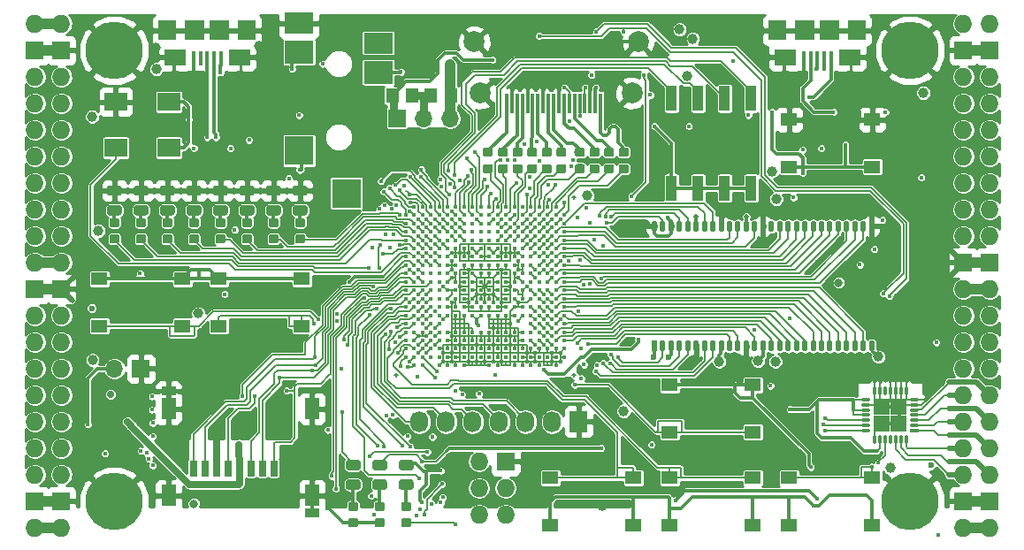
<source format=gtl>
G04 #@! TF.GenerationSoftware,KiCad,Pcbnew,5.0.0+dfsg1-2*
G04 #@! TF.CreationDate,2018-09-16T00:15:11+02:00*
G04 #@! TF.ProjectId,ulx3s,756C7833732E6B696361645F70636200,rev?*
G04 #@! TF.SameCoordinates,Original*
G04 #@! TF.FileFunction,Copper,L1,Top,Signal*
G04 #@! TF.FilePolarity,Positive*
%FSLAX46Y46*%
G04 Gerber Fmt 4.6, Leading zero omitted, Abs format (unit mm)*
G04 Created by KiCad (PCBNEW 5.0.0+dfsg1-2) date Sun Sep 16 00:15:11 2018*
%MOMM*%
%LPD*%
G01*
G04 APERTURE LIST*
G04 #@! TA.AperFunction,BGAPad,CuDef*
%ADD10C,0.400000*%
G04 #@! TD*
G04 #@! TA.AperFunction,SMDPad,CuDef*
%ADD11O,0.127000X0.508000*%
G04 #@! TD*
G04 #@! TA.AperFunction,SMDPad,CuDef*
%ADD12O,0.508000X0.127000*%
G04 #@! TD*
G04 #@! TA.AperFunction,SMDPad,CuDef*
%ADD13R,1.625000X1.625000*%
G04 #@! TD*
G04 #@! TA.AperFunction,SMDPad,CuDef*
%ADD14O,0.300000X0.950000*%
G04 #@! TD*
G04 #@! TA.AperFunction,SMDPad,CuDef*
%ADD15O,0.950000X0.300000*%
G04 #@! TD*
G04 #@! TA.AperFunction,SMDPad,CuDef*
%ADD16R,0.950000X0.300000*%
G04 #@! TD*
G04 #@! TA.AperFunction,Conductor*
%ADD17C,0.100000*%
G04 #@! TD*
G04 #@! TA.AperFunction,SMDPad,CuDef*
%ADD18C,0.875000*%
G04 #@! TD*
G04 #@! TA.AperFunction,SMDPad,CuDef*
%ADD19C,0.975000*%
G04 #@! TD*
G04 #@! TA.AperFunction,SMDPad,CuDef*
%ADD20O,0.560000X1.100000*%
G04 #@! TD*
G04 #@! TA.AperFunction,SMDPad,CuDef*
%ADD21R,0.560000X1.100000*%
G04 #@! TD*
G04 #@! TA.AperFunction,SMDPad,CuDef*
%ADD22R,1.120000X2.440000*%
G04 #@! TD*
G04 #@! TA.AperFunction,SMDPad,CuDef*
%ADD23R,1.800000X1.900000*%
G04 #@! TD*
G04 #@! TA.AperFunction,SMDPad,CuDef*
%ADD24R,0.400000X1.350000*%
G04 #@! TD*
G04 #@! TA.AperFunction,SMDPad,CuDef*
%ADD25R,1.900000X1.900000*%
G04 #@! TD*
G04 #@! TA.AperFunction,SMDPad,CuDef*
%ADD26R,2.100000X1.600000*%
G04 #@! TD*
G04 #@! TA.AperFunction,SMDPad,CuDef*
%ADD27R,2.800000X2.000000*%
G04 #@! TD*
G04 #@! TA.AperFunction,SMDPad,CuDef*
%ADD28R,2.800000X2.200000*%
G04 #@! TD*
G04 #@! TA.AperFunction,SMDPad,CuDef*
%ADD29R,2.800000X2.800000*%
G04 #@! TD*
G04 #@! TA.AperFunction,SMDPad,CuDef*
%ADD30R,0.300000X1.900000*%
G04 #@! TD*
G04 #@! TA.AperFunction,ComponentPad*
%ADD31C,2.000000*%
G04 #@! TD*
G04 #@! TA.AperFunction,SMDPad,CuDef*
%ADD32R,0.700000X1.500000*%
G04 #@! TD*
G04 #@! TA.AperFunction,SMDPad,CuDef*
%ADD33R,1.450000X0.900000*%
G04 #@! TD*
G04 #@! TA.AperFunction,SMDPad,CuDef*
%ADD34R,1.450000X2.000000*%
G04 #@! TD*
G04 #@! TA.AperFunction,SMDPad,CuDef*
%ADD35R,2.200000X1.800000*%
G04 #@! TD*
G04 #@! TA.AperFunction,ComponentPad*
%ADD36R,1.727200X2.032000*%
G04 #@! TD*
G04 #@! TA.AperFunction,ComponentPad*
%ADD37O,1.727200X2.032000*%
G04 #@! TD*
G04 #@! TA.AperFunction,ComponentPad*
%ADD38O,1.727200X1.727200*%
G04 #@! TD*
G04 #@! TA.AperFunction,ComponentPad*
%ADD39R,1.727200X1.727200*%
G04 #@! TD*
G04 #@! TA.AperFunction,ComponentPad*
%ADD40C,5.500000*%
G04 #@! TD*
G04 #@! TA.AperFunction,ComponentPad*
%ADD41R,1.700000X1.700000*%
G04 #@! TD*
G04 #@! TA.AperFunction,ComponentPad*
%ADD42O,1.700000X1.700000*%
G04 #@! TD*
G04 #@! TA.AperFunction,SMDPad,CuDef*
%ADD43R,1.295000X1.400000*%
G04 #@! TD*
G04 #@! TA.AperFunction,SMDPad,CuDef*
%ADD44R,1.550000X1.300000*%
G04 #@! TD*
G04 #@! TA.AperFunction,ViaPad*
%ADD45C,2.000000*%
G04 #@! TD*
G04 #@! TA.AperFunction,ViaPad*
%ADD46C,0.419000*%
G04 #@! TD*
G04 #@! TA.AperFunction,ViaPad*
%ADD47C,1.000000*%
G04 #@! TD*
G04 #@! TA.AperFunction,ViaPad*
%ADD48C,0.600000*%
G04 #@! TD*
G04 #@! TA.AperFunction,ViaPad*
%ADD49C,0.800000*%
G04 #@! TD*
G04 #@! TA.AperFunction,ViaPad*
%ADD50C,0.500000*%
G04 #@! TD*
G04 #@! TA.AperFunction,ViaPad*
%ADD51C,0.700000*%
G04 #@! TD*
G04 #@! TA.AperFunction,ViaPad*
%ADD52C,0.454000*%
G04 #@! TD*
G04 #@! TA.AperFunction,Conductor*
%ADD53C,0.300000*%
G04 #@! TD*
G04 #@! TA.AperFunction,Conductor*
%ADD54C,0.127000*%
G04 #@! TD*
G04 #@! TA.AperFunction,Conductor*
%ADD55C,0.500000*%
G04 #@! TD*
G04 #@! TA.AperFunction,Conductor*
%ADD56C,1.000000*%
G04 #@! TD*
G04 #@! TA.AperFunction,Conductor*
%ADD57C,0.190000*%
G04 #@! TD*
G04 #@! TA.AperFunction,Conductor*
%ADD58C,0.700000*%
G04 #@! TD*
G04 #@! TA.AperFunction,Conductor*
%ADD59C,0.800000*%
G04 #@! TD*
G04 #@! TA.AperFunction,Conductor*
%ADD60C,0.140000*%
G04 #@! TD*
G04 #@! TA.AperFunction,Conductor*
%ADD61C,0.254000*%
G04 #@! TD*
G04 APERTURE END LIST*
D10*
G04 #@! TO.P,U1,Y19*
G04 #@! TO.N,GND*
X145280000Y-95400000D03*
G04 #@! TO.P,U1,Y17*
X143680000Y-95400000D03*
G04 #@! TO.P,U1,Y16*
X142880000Y-95400000D03*
G04 #@! TO.P,U1,Y15*
X142080000Y-95400000D03*
G04 #@! TO.P,U1,Y14*
X141280000Y-95400000D03*
G04 #@! TO.P,U1,Y12*
X139680000Y-95400000D03*
G04 #@! TO.P,U1,Y11*
X138880000Y-95400000D03*
G04 #@! TO.P,U1,Y8*
X136480000Y-95400000D03*
G04 #@! TO.P,U1,Y7*
X135680000Y-95400000D03*
G04 #@! TO.P,U1,Y6*
X134880000Y-95400000D03*
G04 #@! TO.P,U1,Y5*
X134080000Y-95400000D03*
G04 #@! TO.P,U1,Y3*
G04 #@! TO.N,/flash/FPGA_DONE*
X132480000Y-95400000D03*
G04 #@! TO.P,U1,Y2*
G04 #@! TO.N,/flash/FLASH_nWP*
X131680000Y-95400000D03*
G04 #@! TO.P,U1,W20*
G04 #@! TO.N,GND*
X146080000Y-94600000D03*
G04 #@! TO.P,U1,W19*
X145280000Y-94600000D03*
G04 #@! TO.P,U1,W18*
G04 #@! TO.N,N/C*
X144480000Y-94600000D03*
G04 #@! TO.P,U1,W17*
X143680000Y-94600000D03*
G04 #@! TO.P,U1,W16*
G04 #@! TO.N,GND*
X142880000Y-94600000D03*
G04 #@! TO.P,U1,W15*
X142080000Y-94600000D03*
G04 #@! TO.P,U1,W14*
G04 #@! TO.N,N/C*
X141280000Y-94600000D03*
G04 #@! TO.P,U1,W13*
X140480000Y-94600000D03*
G04 #@! TO.P,U1,W12*
G04 #@! TO.N,GND*
X139680000Y-94600000D03*
G04 #@! TO.P,U1,W11*
G04 #@! TO.N,N/C*
X138880000Y-94600000D03*
G04 #@! TO.P,U1,W10*
X138080000Y-94600000D03*
G04 #@! TO.P,U1,W9*
X137280000Y-94600000D03*
G04 #@! TO.P,U1,W8*
X136480000Y-94600000D03*
G04 #@! TO.P,U1,W7*
G04 #@! TO.N,GND*
X135680000Y-94600000D03*
G04 #@! TO.P,U1,W6*
X134880000Y-94600000D03*
G04 #@! TO.P,U1,W5*
G04 #@! TO.N,N/C*
X134080000Y-94600000D03*
G04 #@! TO.P,U1,W4*
X133280000Y-94600000D03*
G04 #@! TO.P,U1,W3*
G04 #@! TO.N,/flash/FPGA_PROGRAMN*
X132480000Y-94600000D03*
G04 #@! TO.P,U1,W2*
G04 #@! TO.N,/flash/FLASH_MOSI*
X131680000Y-94600000D03*
G04 #@! TO.P,U1,W1*
G04 #@! TO.N,/flash/FLASH_nHOLD*
X130880000Y-94600000D03*
G04 #@! TO.P,U1,V20*
G04 #@! TO.N,GND*
X146080000Y-93800000D03*
G04 #@! TO.P,U1,V19*
X145280000Y-93800000D03*
G04 #@! TO.P,U1,V18*
X144480000Y-93800000D03*
G04 #@! TO.P,U1,V17*
X143680000Y-93800000D03*
G04 #@! TO.P,U1,V16*
X142880000Y-93800000D03*
G04 #@! TO.P,U1,V15*
X142080000Y-93800000D03*
G04 #@! TO.P,U1,V14*
X141280000Y-93800000D03*
G04 #@! TO.P,U1,V13*
X140480000Y-93800000D03*
G04 #@! TO.P,U1,V12*
X139680000Y-93800000D03*
G04 #@! TO.P,U1,V11*
X138880000Y-93800000D03*
G04 #@! TO.P,U1,V10*
X138080000Y-93800000D03*
G04 #@! TO.P,U1,V9*
X137280000Y-93800000D03*
G04 #@! TO.P,U1,V8*
X136480000Y-93800000D03*
G04 #@! TO.P,U1,V7*
X135680000Y-93800000D03*
G04 #@! TO.P,U1,V6*
X134880000Y-93800000D03*
G04 #@! TO.P,U1,V5*
X134080000Y-93800000D03*
G04 #@! TO.P,U1,V4*
G04 #@! TO.N,JTAG_TDO*
X133280000Y-93800000D03*
G04 #@! TO.P,U1,V3*
G04 #@! TO.N,/flash/FPGA_INITN*
X132480000Y-93800000D03*
G04 #@! TO.P,U1,V2*
G04 #@! TO.N,/flash/FLASH_MISO*
X131680000Y-93800000D03*
G04 #@! TO.P,U1,V1*
G04 #@! TO.N,BTN_D*
X130880000Y-93800000D03*
G04 #@! TO.P,U1,U20*
G04 #@! TO.N,SDRAM_D7*
X146080000Y-93000000D03*
G04 #@! TO.P,U1,U19*
G04 #@! TO.N,SDRAM_DQM0*
X145280000Y-93000000D03*
G04 #@! TO.P,U1,U18*
G04 #@! TO.N,GP14*
X144480000Y-93000000D03*
G04 #@! TO.P,U1,U17*
G04 #@! TO.N,GN14*
X143680000Y-93000000D03*
G04 #@! TO.P,U1,U16*
G04 #@! TO.N,ADC_MISO*
X142880000Y-93000000D03*
G04 #@! TO.P,U1,U15*
G04 #@! TO.N,GND*
X142080000Y-93000000D03*
G04 #@! TO.P,U1,U14*
X141280000Y-93000000D03*
G04 #@! TO.P,U1,U13*
X140480000Y-93000000D03*
G04 #@! TO.P,U1,U12*
X139680000Y-93000000D03*
G04 #@! TO.P,U1,U11*
X138880000Y-93000000D03*
G04 #@! TO.P,U1,U10*
X138080000Y-93000000D03*
G04 #@! TO.P,U1,U9*
X137280000Y-93000000D03*
G04 #@! TO.P,U1,U8*
X136480000Y-93000000D03*
G04 #@! TO.P,U1,U7*
X135680000Y-93000000D03*
G04 #@! TO.P,U1,U6*
X134880000Y-93000000D03*
G04 #@! TO.P,U1,U5*
G04 #@! TO.N,JTAG_TMS*
X134080000Y-93000000D03*
G04 #@! TO.P,U1,U4*
G04 #@! TO.N,GND*
X133280000Y-93000000D03*
G04 #@! TO.P,U1,U3*
G04 #@! TO.N,/flash/FLASH_SCK*
X132480000Y-93000000D03*
G04 #@! TO.P,U1,U2*
G04 #@! TO.N,+3V3*
X131680000Y-93000000D03*
G04 #@! TO.P,U1,U1*
G04 #@! TO.N,BTN_L*
X130880000Y-93000000D03*
G04 #@! TO.P,U1,T20*
G04 #@! TO.N,SDRAM_nWE*
X146080000Y-92200000D03*
G04 #@! TO.P,U1,T19*
G04 #@! TO.N,SDRAM_nCAS*
X145280000Y-92200000D03*
G04 #@! TO.P,U1,T18*
G04 #@! TO.N,SDRAM_D5*
X144480000Y-92200000D03*
G04 #@! TO.P,U1,T17*
G04 #@! TO.N,SDRAM_D6*
X143680000Y-92200000D03*
G04 #@! TO.P,U1,T16*
G04 #@! TO.N,N/C*
X142880000Y-92200000D03*
G04 #@! TO.P,U1,T15*
G04 #@! TO.N,GND*
X142080000Y-92200000D03*
G04 #@! TO.P,U1,T14*
X141280000Y-92200000D03*
G04 #@! TO.P,U1,T13*
X140480000Y-92200000D03*
G04 #@! TO.P,U1,T12*
X139680000Y-92200000D03*
G04 #@! TO.P,U1,T11*
X138880000Y-92200000D03*
G04 #@! TO.P,U1,T10*
X138080000Y-92200000D03*
G04 #@! TO.P,U1,T9*
X137280000Y-92200000D03*
G04 #@! TO.P,U1,T8*
X136480000Y-92200000D03*
G04 #@! TO.P,U1,T7*
X135680000Y-92200000D03*
G04 #@! TO.P,U1,T6*
X134880000Y-92200000D03*
G04 #@! TO.P,U1,T5*
G04 #@! TO.N,JTAG_TCK*
X134080000Y-92200000D03*
G04 #@! TO.P,U1,T4*
G04 #@! TO.N,+3V3*
X133280000Y-92200000D03*
G04 #@! TO.P,U1,T3*
X132480000Y-92200000D03*
G04 #@! TO.P,U1,T2*
X131680000Y-92200000D03*
G04 #@! TO.P,U1,T1*
G04 #@! TO.N,BTN_F2*
X130880000Y-92200000D03*
G04 #@! TO.P,U1,R20*
G04 #@! TO.N,SDRAM_nRAS*
X146080000Y-91400000D03*
G04 #@! TO.P,U1,R19*
G04 #@! TO.N,GND*
X145280000Y-91400000D03*
G04 #@! TO.P,U1,R18*
G04 #@! TO.N,BTN_U*
X144480000Y-91400000D03*
G04 #@! TO.P,U1,R17*
G04 #@! TO.N,ADC_CSn*
X143680000Y-91400000D03*
G04 #@! TO.P,U1,R16*
G04 #@! TO.N,ADC_MOSI*
X142880000Y-91400000D03*
G04 #@! TO.P,U1,R5*
G04 #@! TO.N,JTAG_TDI*
X134080000Y-91400000D03*
G04 #@! TO.P,U1,R4*
G04 #@! TO.N,GND*
X133280000Y-91400000D03*
G04 #@! TO.P,U1,R3*
G04 #@! TO.N,N/C*
X132480000Y-91400000D03*
G04 #@! TO.P,U1,R2*
G04 #@! TO.N,/flash/FLASH_nCS*
X131680000Y-91400000D03*
G04 #@! TO.P,U1,R1*
G04 #@! TO.N,BTN_F1*
X130880000Y-91400000D03*
G04 #@! TO.P,U1,P20*
G04 #@! TO.N,SDRAM_nCS*
X146080000Y-90600000D03*
G04 #@! TO.P,U1,P19*
G04 #@! TO.N,SDRAM_BA0*
X145280000Y-90600000D03*
G04 #@! TO.P,U1,P18*
G04 #@! TO.N,SDRAM_D4*
X144480000Y-90600000D03*
G04 #@! TO.P,U1,P17*
G04 #@! TO.N,ADC_SCLK*
X143680000Y-90600000D03*
G04 #@! TO.P,U1,P16*
G04 #@! TO.N,GN15*
X142880000Y-90600000D03*
G04 #@! TO.P,U1,P15*
G04 #@! TO.N,+2V5*
X142080000Y-90600000D03*
G04 #@! TO.P,U1,P14*
G04 #@! TO.N,GND*
X141280000Y-90600000D03*
G04 #@! TO.P,U1,P13*
X140480000Y-90600000D03*
G04 #@! TO.P,U1,P12*
X139680000Y-90600000D03*
G04 #@! TO.P,U1,P11*
X138880000Y-90600000D03*
G04 #@! TO.P,U1,P10*
G04 #@! TO.N,+3V3*
X138080000Y-90600000D03*
G04 #@! TO.P,U1,P9*
X137280000Y-90600000D03*
G04 #@! TO.P,U1,P8*
G04 #@! TO.N,GND*
X136480000Y-90600000D03*
G04 #@! TO.P,U1,P7*
X135680000Y-90600000D03*
G04 #@! TO.P,U1,P6*
G04 #@! TO.N,+2V5*
X134880000Y-90600000D03*
G04 #@! TO.P,U1,P5*
G04 #@! TO.N,N/C*
X134080000Y-90600000D03*
G04 #@! TO.P,U1,P4*
G04 #@! TO.N,OLED_CLK*
X133280000Y-90600000D03*
G04 #@! TO.P,U1,P3*
G04 #@! TO.N,OLED_MOSI*
X132480000Y-90600000D03*
G04 #@! TO.P,U1,P2*
G04 #@! TO.N,OLED_RES*
X131680000Y-90600000D03*
G04 #@! TO.P,U1,P1*
G04 #@! TO.N,OLED_DC*
X130880000Y-90600000D03*
G04 #@! TO.P,U1,N20*
G04 #@! TO.N,SDRAM_BA1*
X146080000Y-89800000D03*
G04 #@! TO.P,U1,N19*
G04 #@! TO.N,SDRAM_A10*
X145280000Y-89800000D03*
G04 #@! TO.P,U1,N18*
G04 #@! TO.N,SDRAM_D3*
X144480000Y-89800000D03*
G04 #@! TO.P,U1,N17*
G04 #@! TO.N,GP15*
X143680000Y-89800000D03*
G04 #@! TO.P,U1,N16*
G04 #@! TO.N,GP16*
X142880000Y-89800000D03*
G04 #@! TO.P,U1,N15*
G04 #@! TO.N,GND*
X142080000Y-89800000D03*
G04 #@! TO.P,U1,N14*
X141280000Y-89800000D03*
G04 #@! TO.P,U1,N13*
G04 #@! TO.N,+1V1*
X140480000Y-89800000D03*
G04 #@! TO.P,U1,N12*
X139680000Y-89800000D03*
G04 #@! TO.P,U1,N11*
X138880000Y-89800000D03*
G04 #@! TO.P,U1,N10*
X138080000Y-89800000D03*
G04 #@! TO.P,U1,N9*
X137280000Y-89800000D03*
G04 #@! TO.P,U1,N8*
X136480000Y-89800000D03*
G04 #@! TO.P,U1,N7*
G04 #@! TO.N,GND*
X135680000Y-89800000D03*
G04 #@! TO.P,U1,N6*
X134880000Y-89800000D03*
G04 #@! TO.P,U1,N5*
G04 #@! TO.N,N/C*
X134080000Y-89800000D03*
G04 #@! TO.P,U1,N4*
G04 #@! TO.N,WIFI_GPIO5*
X133280000Y-89800000D03*
G04 #@! TO.P,U1,N3*
G04 #@! TO.N,WIFI_GPIO17*
X132480000Y-89800000D03*
G04 #@! TO.P,U1,N2*
G04 #@! TO.N,OLED_CS*
X131680000Y-89800000D03*
G04 #@! TO.P,U1,N1*
G04 #@! TO.N,FTDI_nDTR*
X130880000Y-89800000D03*
G04 #@! TO.P,U1,M20*
G04 #@! TO.N,SDRAM_A0*
X146080000Y-89000000D03*
G04 #@! TO.P,U1,M19*
G04 #@! TO.N,SDRAM_A1*
X145280000Y-89000000D03*
G04 #@! TO.P,U1,M18*
G04 #@! TO.N,SDRAM_D2*
X144480000Y-89000000D03*
G04 #@! TO.P,U1,M17*
G04 #@! TO.N,GN16*
X143680000Y-89000000D03*
G04 #@! TO.P,U1,M16*
G04 #@! TO.N,GND*
X142880000Y-89000000D03*
G04 #@! TO.P,U1,M15*
G04 #@! TO.N,+3V3*
X142080000Y-89000000D03*
G04 #@! TO.P,U1,M14*
G04 #@! TO.N,GND*
X141280000Y-89000000D03*
G04 #@! TO.P,U1,M13*
G04 #@! TO.N,+1V1*
X140480000Y-89000000D03*
G04 #@! TO.P,U1,M12*
G04 #@! TO.N,GND*
X139680000Y-89000000D03*
G04 #@! TO.P,U1,M11*
X138880000Y-89000000D03*
G04 #@! TO.P,U1,M10*
X138080000Y-89000000D03*
G04 #@! TO.P,U1,M9*
X137280000Y-89000000D03*
G04 #@! TO.P,U1,M8*
G04 #@! TO.N,+1V1*
X136480000Y-89000000D03*
G04 #@! TO.P,U1,M7*
G04 #@! TO.N,GND*
X135680000Y-89000000D03*
G04 #@! TO.P,U1,M6*
G04 #@! TO.N,+3V3*
X134880000Y-89000000D03*
G04 #@! TO.P,U1,M5*
G04 #@! TO.N,N/C*
X134080000Y-89000000D03*
G04 #@! TO.P,U1,M4*
G04 #@! TO.N,USER_PROGRAMN*
X133280000Y-89000000D03*
G04 #@! TO.P,U1,M3*
G04 #@! TO.N,FTDI_nRTS*
X132480000Y-89000000D03*
G04 #@! TO.P,U1,M2*
G04 #@! TO.N,GND*
X131680000Y-89000000D03*
G04 #@! TO.P,U1,M1*
G04 #@! TO.N,FTDI_TXD*
X130880000Y-89000000D03*
G04 #@! TO.P,U1,L20*
G04 #@! TO.N,SDRAM_A2*
X146080000Y-88200000D03*
G04 #@! TO.P,U1,L19*
G04 #@! TO.N,SDRAM_A3*
X145280000Y-88200000D03*
G04 #@! TO.P,U1,L18*
G04 #@! TO.N,SDRAM_D1*
X144480000Y-88200000D03*
G04 #@! TO.P,U1,L17*
G04 #@! TO.N,GN17*
X143680000Y-88200000D03*
G04 #@! TO.P,U1,L16*
G04 #@! TO.N,GP17*
X142880000Y-88200000D03*
G04 #@! TO.P,U1,L15*
G04 #@! TO.N,+3V3*
X142080000Y-88200000D03*
G04 #@! TO.P,U1,L14*
X141280000Y-88200000D03*
G04 #@! TO.P,U1,L13*
G04 #@! TO.N,+1V1*
X140480000Y-88200000D03*
G04 #@! TO.P,U1,L12*
G04 #@! TO.N,GND*
X139680000Y-88200000D03*
G04 #@! TO.P,U1,L11*
X138880000Y-88200000D03*
G04 #@! TO.P,U1,L10*
X138080000Y-88200000D03*
G04 #@! TO.P,U1,L9*
X137280000Y-88200000D03*
G04 #@! TO.P,U1,L8*
G04 #@! TO.N,+1V1*
X136480000Y-88200000D03*
G04 #@! TO.P,U1,L7*
G04 #@! TO.N,+3V3*
X135680000Y-88200000D03*
G04 #@! TO.P,U1,L6*
X134880000Y-88200000D03*
G04 #@! TO.P,U1,L5*
G04 #@! TO.N,N/C*
X134080000Y-88200000D03*
G04 #@! TO.P,U1,L4*
G04 #@! TO.N,FTDI_RXD*
X133280000Y-88200000D03*
G04 #@! TO.P,U1,L3*
G04 #@! TO.N,FTDI_TXDEN*
X132480000Y-88200000D03*
G04 #@! TO.P,U1,L2*
G04 #@! TO.N,WIFI_GPIO0*
X131680000Y-88200000D03*
G04 #@! TO.P,U1,L1*
G04 #@! TO.N,WIFI_GPIO16*
X130880000Y-88200000D03*
G04 #@! TO.P,U1,K20*
G04 #@! TO.N,SDRAM_A4*
X146080000Y-87400000D03*
G04 #@! TO.P,U1,K19*
G04 #@! TO.N,SDRAM_A5*
X145280000Y-87400000D03*
G04 #@! TO.P,U1,K18*
G04 #@! TO.N,SDRAM_A6*
X144480000Y-87400000D03*
G04 #@! TO.P,U1,K17*
G04 #@! TO.N,N/C*
X143680000Y-87400000D03*
G04 #@! TO.P,U1,K16*
X142880000Y-87400000D03*
G04 #@! TO.P,U1,K15*
G04 #@! TO.N,GND*
X142080000Y-87400000D03*
G04 #@! TO.P,U1,K14*
X141280000Y-87400000D03*
G04 #@! TO.P,U1,K13*
G04 #@! TO.N,+1V1*
X140480000Y-87400000D03*
G04 #@! TO.P,U1,K12*
G04 #@! TO.N,GND*
X139680000Y-87400000D03*
G04 #@! TO.P,U1,K11*
X138880000Y-87400000D03*
G04 #@! TO.P,U1,K10*
X138080000Y-87400000D03*
G04 #@! TO.P,U1,K9*
X137280000Y-87400000D03*
G04 #@! TO.P,U1,K8*
G04 #@! TO.N,+1V1*
X136480000Y-87400000D03*
G04 #@! TO.P,U1,K7*
G04 #@! TO.N,GND*
X135680000Y-87400000D03*
G04 #@! TO.P,U1,K6*
X134880000Y-87400000D03*
G04 #@! TO.P,U1,K5*
G04 #@! TO.N,N/C*
X134080000Y-87400000D03*
G04 #@! TO.P,U1,K4*
G04 #@! TO.N,WIFI_TXD*
X133280000Y-87400000D03*
G04 #@! TO.P,U1,K3*
G04 #@! TO.N,WIFI_RXD*
X132480000Y-87400000D03*
G04 #@! TO.P,U1,K2*
G04 #@! TO.N,SD_D3*
X131680000Y-87400000D03*
G04 #@! TO.P,U1,K1*
G04 #@! TO.N,SD_D2*
X130880000Y-87400000D03*
G04 #@! TO.P,U1,J20*
G04 #@! TO.N,SDRAM_A7*
X146080000Y-86600000D03*
G04 #@! TO.P,U1,J19*
G04 #@! TO.N,SDRAM_A8*
X145280000Y-86600000D03*
G04 #@! TO.P,U1,J18*
G04 #@! TO.N,SDRAM_D14*
X144480000Y-86600000D03*
G04 #@! TO.P,U1,J17*
G04 #@! TO.N,SDRAM_D15*
X143680000Y-86600000D03*
G04 #@! TO.P,U1,J16*
G04 #@! TO.N,SDRAM_D0*
X142880000Y-86600000D03*
G04 #@! TO.P,U1,J15*
G04 #@! TO.N,+3V3*
X142080000Y-86600000D03*
G04 #@! TO.P,U1,J14*
G04 #@! TO.N,GND*
X141280000Y-86600000D03*
G04 #@! TO.P,U1,J13*
G04 #@! TO.N,+1V1*
X140480000Y-86600000D03*
G04 #@! TO.P,U1,J12*
G04 #@! TO.N,GND*
X139680000Y-86600000D03*
G04 #@! TO.P,U1,J11*
X138880000Y-86600000D03*
G04 #@! TO.P,U1,J10*
X138080000Y-86600000D03*
G04 #@! TO.P,U1,J9*
X137280000Y-86600000D03*
G04 #@! TO.P,U1,J8*
G04 #@! TO.N,+1V1*
X136480000Y-86600000D03*
G04 #@! TO.P,U1,J7*
G04 #@! TO.N,GND*
X135680000Y-86600000D03*
G04 #@! TO.P,U1,J6*
G04 #@! TO.N,2V5_3V3*
X134880000Y-86600000D03*
G04 #@! TO.P,U1,J5*
G04 #@! TO.N,N/C*
X134080000Y-86600000D03*
G04 #@! TO.P,U1,J4*
X133280000Y-86600000D03*
G04 #@! TO.P,U1,J3*
G04 #@! TO.N,SD_D0*
X132480000Y-86600000D03*
G04 #@! TO.P,U1,J2*
G04 #@! TO.N,GND*
X131680000Y-86600000D03*
G04 #@! TO.P,U1,J1*
G04 #@! TO.N,SD_CMD*
X130880000Y-86600000D03*
G04 #@! TO.P,U1,H20*
G04 #@! TO.N,SDRAM_A9*
X146080000Y-85800000D03*
G04 #@! TO.P,U1,H19*
G04 #@! TO.N,GND*
X145280000Y-85800000D03*
G04 #@! TO.P,U1,H18*
G04 #@! TO.N,GP18*
X144480000Y-85800000D03*
G04 #@! TO.P,U1,H17*
G04 #@! TO.N,GN18*
X143680000Y-85800000D03*
G04 #@! TO.P,U1,H16*
G04 #@! TO.N,BTN_R*
X142880000Y-85800000D03*
G04 #@! TO.P,U1,H15*
G04 #@! TO.N,+3V3*
X142080000Y-85800000D03*
G04 #@! TO.P,U1,H14*
X141280000Y-85800000D03*
G04 #@! TO.P,U1,H13*
G04 #@! TO.N,+1V1*
X140480000Y-85800000D03*
G04 #@! TO.P,U1,H12*
X139680000Y-85800000D03*
G04 #@! TO.P,U1,H11*
X138880000Y-85800000D03*
G04 #@! TO.P,U1,H10*
X138080000Y-85800000D03*
G04 #@! TO.P,U1,H9*
X137280000Y-85800000D03*
G04 #@! TO.P,U1,H8*
X136480000Y-85800000D03*
G04 #@! TO.P,U1,H7*
G04 #@! TO.N,2V5_3V3*
X135680000Y-85800000D03*
G04 #@! TO.P,U1,H6*
X134880000Y-85800000D03*
G04 #@! TO.P,U1,H5*
G04 #@! TO.N,AUDIO_V0*
X134080000Y-85800000D03*
G04 #@! TO.P,U1,H4*
G04 #@! TO.N,GP13*
X133280000Y-85800000D03*
G04 #@! TO.P,U1,H3*
G04 #@! TO.N,LED7*
X132480000Y-85800000D03*
G04 #@! TO.P,U1,H2*
G04 #@! TO.N,SD_CLK*
X131680000Y-85800000D03*
G04 #@! TO.P,U1,H1*
G04 #@! TO.N,SD_D1*
X130880000Y-85800000D03*
G04 #@! TO.P,U1,G20*
G04 #@! TO.N,SDRAM_A11*
X146080000Y-85000000D03*
G04 #@! TO.P,U1,G19*
G04 #@! TO.N,SDRAM_A12*
X145280000Y-85000000D03*
G04 #@! TO.P,U1,G18*
G04 #@! TO.N,GN19*
X144480000Y-85000000D03*
G04 #@! TO.P,U1,G17*
G04 #@! TO.N,GND*
X143680000Y-85000000D03*
G04 #@! TO.P,U1,G16*
G04 #@! TO.N,SHUTDOWN*
X142880000Y-85000000D03*
G04 #@! TO.P,U1,G15*
G04 #@! TO.N,GND*
X142080000Y-85000000D03*
G04 #@! TO.P,U1,G14*
X141280000Y-85000000D03*
G04 #@! TO.P,U1,G13*
X140480000Y-85000000D03*
G04 #@! TO.P,U1,G12*
X139680000Y-85000000D03*
G04 #@! TO.P,U1,G11*
X138880000Y-85000000D03*
G04 #@! TO.P,U1,G10*
X138080000Y-85000000D03*
G04 #@! TO.P,U1,G9*
X137280000Y-85000000D03*
G04 #@! TO.P,U1,G8*
X136480000Y-85000000D03*
G04 #@! TO.P,U1,G7*
X135680000Y-85000000D03*
G04 #@! TO.P,U1,G6*
X134880000Y-85000000D03*
G04 #@! TO.P,U1,G5*
G04 #@! TO.N,GN13*
X134080000Y-85000000D03*
G04 #@! TO.P,U1,G4*
G04 #@! TO.N,GND*
X133280000Y-85000000D03*
G04 #@! TO.P,U1,G3*
G04 #@! TO.N,GP12*
X132480000Y-85000000D03*
G04 #@! TO.P,U1,G2*
G04 #@! TO.N,CLK_25MHz*
X131680000Y-85000000D03*
G04 #@! TO.P,U1,G1*
G04 #@! TO.N,/usb/ANT_433MHz*
X130880000Y-85000000D03*
G04 #@! TO.P,U1,F20*
G04 #@! TO.N,SDRAM_CKE*
X146080000Y-84200000D03*
G04 #@! TO.P,U1,F19*
G04 #@! TO.N,SDRAM_CLK*
X145280000Y-84200000D03*
G04 #@! TO.P,U1,F18*
G04 #@! TO.N,SDRAM_D13*
X144480000Y-84200000D03*
G04 #@! TO.P,U1,F17*
G04 #@! TO.N,GP19*
X143680000Y-84200000D03*
G04 #@! TO.P,U1,F16*
G04 #@! TO.N,USB_FPGA_D-*
X142880000Y-84200000D03*
G04 #@! TO.P,U1,F15*
G04 #@! TO.N,+2V5*
X142080000Y-84200000D03*
G04 #@! TO.P,U1,F14*
G04 #@! TO.N,GND*
X141280000Y-84200000D03*
G04 #@! TO.P,U1,F13*
X140480000Y-84200000D03*
G04 #@! TO.P,U1,F12*
G04 #@! TO.N,+3V3*
X139680000Y-84200000D03*
G04 #@! TO.P,U1,F11*
X138880000Y-84200000D03*
G04 #@! TO.P,U1,F10*
G04 #@! TO.N,2V5_3V3*
X138080000Y-84200000D03*
G04 #@! TO.P,U1,F9*
X137280000Y-84200000D03*
G04 #@! TO.P,U1,F8*
G04 #@! TO.N,GND*
X136480000Y-84200000D03*
G04 #@! TO.P,U1,F7*
X135680000Y-84200000D03*
G04 #@! TO.P,U1,F6*
G04 #@! TO.N,+2V5*
X134880000Y-84200000D03*
G04 #@! TO.P,U1,F5*
G04 #@! TO.N,AUDIO_V2*
X134080000Y-84200000D03*
G04 #@! TO.P,U1,F4*
G04 #@! TO.N,GP11*
X133280000Y-84200000D03*
G04 #@! TO.P,U1,F3*
G04 #@! TO.N,GN12*
X132480000Y-84200000D03*
G04 #@! TO.P,U1,F2*
G04 #@! TO.N,AUDIO_V1*
X131680000Y-84200000D03*
G04 #@! TO.P,U1,F1*
G04 #@! TO.N,WIFI_EN*
X130880000Y-84200000D03*
G04 #@! TO.P,U1,E20*
G04 #@! TO.N,SDRAM_DQM1*
X146080000Y-83400000D03*
G04 #@! TO.P,U1,E19*
G04 #@! TO.N,SDRAM_D8*
X145280000Y-83400000D03*
G04 #@! TO.P,U1,E18*
G04 #@! TO.N,SDRAM_D12*
X144480000Y-83400000D03*
G04 #@! TO.P,U1,E17*
G04 #@! TO.N,GN20*
X143680000Y-83400000D03*
G04 #@! TO.P,U1,E16*
G04 #@! TO.N,USB_FPGA_D+*
X142880000Y-83400000D03*
G04 #@! TO.P,U1,E15*
G04 #@! TO.N,USB_FPGA_D-*
X142080000Y-83400000D03*
G04 #@! TO.P,U1,E14*
G04 #@! TO.N,GN25*
X141280000Y-83400000D03*
G04 #@! TO.P,U1,E13*
G04 #@! TO.N,GN27*
X140480000Y-83400000D03*
G04 #@! TO.P,U1,E12*
G04 #@! TO.N,FPDI_SCL*
X139680000Y-83400000D03*
G04 #@! TO.P,U1,E11*
G04 #@! TO.N,N/C*
X138880000Y-83400000D03*
G04 #@! TO.P,U1,E10*
X138080000Y-83400000D03*
G04 #@! TO.P,U1,E9*
X137280000Y-83400000D03*
G04 #@! TO.P,U1,E8*
G04 #@! TO.N,SW1*
X136480000Y-83400000D03*
G04 #@! TO.P,U1,E7*
G04 #@! TO.N,SW4*
X135680000Y-83400000D03*
G04 #@! TO.P,U1,E6*
G04 #@! TO.N,N/C*
X134880000Y-83400000D03*
G04 #@! TO.P,U1,E5*
G04 #@! TO.N,AUDIO_V3*
X134080000Y-83400000D03*
G04 #@! TO.P,U1,E4*
G04 #@! TO.N,AUDIO_L0*
X133280000Y-83400000D03*
G04 #@! TO.P,U1,E3*
G04 #@! TO.N,GN11*
X132480000Y-83400000D03*
G04 #@! TO.P,U1,E2*
G04 #@! TO.N,LED5*
X131680000Y-83400000D03*
G04 #@! TO.P,U1,E1*
G04 #@! TO.N,LED6*
X130880000Y-83400000D03*
G04 #@! TO.P,U1,D20*
G04 #@! TO.N,SDRAM_D9*
X146080000Y-82600000D03*
G04 #@! TO.P,U1,D19*
G04 #@! TO.N,SDRAM_D10*
X145280000Y-82600000D03*
G04 #@! TO.P,U1,D18*
G04 #@! TO.N,GP20*
X144480000Y-82600000D03*
G04 #@! TO.P,U1,D17*
G04 #@! TO.N,GN21*
X143680000Y-82600000D03*
G04 #@! TO.P,U1,D16*
G04 #@! TO.N,GN24*
X142880000Y-82600000D03*
G04 #@! TO.P,U1,D15*
G04 #@! TO.N,USB_FPGA_D+*
X142080000Y-82600000D03*
G04 #@! TO.P,U1,D14*
G04 #@! TO.N,GP25*
X141280000Y-82600000D03*
G04 #@! TO.P,U1,D13*
G04 #@! TO.N,GP27*
X140480000Y-82600000D03*
G04 #@! TO.P,U1,D12*
G04 #@! TO.N,N/C*
X139680000Y-82600000D03*
G04 #@! TO.P,U1,D11*
X138880000Y-82600000D03*
G04 #@! TO.P,U1,D10*
X138080000Y-82600000D03*
G04 #@! TO.P,U1,D9*
X137280000Y-82600000D03*
G04 #@! TO.P,U1,D8*
G04 #@! TO.N,SW2*
X136480000Y-82600000D03*
G04 #@! TO.P,U1,D7*
G04 #@! TO.N,SW3*
X135680000Y-82600000D03*
G04 #@! TO.P,U1,D6*
G04 #@! TO.N,BTN_PWRn*
X134880000Y-82600000D03*
G04 #@! TO.P,U1,D5*
G04 #@! TO.N,AUDIO_R2*
X134080000Y-82600000D03*
G04 #@! TO.P,U1,D4*
G04 #@! TO.N,GND*
X133280000Y-82600000D03*
G04 #@! TO.P,U1,D3*
G04 #@! TO.N,AUDIO_L1*
X132480000Y-82600000D03*
G04 #@! TO.P,U1,D2*
G04 #@! TO.N,LED3*
X131680000Y-82600000D03*
G04 #@! TO.P,U1,D1*
G04 #@! TO.N,LED4*
X130880000Y-82600000D03*
G04 #@! TO.P,U1,C20*
G04 #@! TO.N,SDRAM_D11*
X146080000Y-81800000D03*
G04 #@! TO.P,U1,C19*
G04 #@! TO.N,GND*
X145280000Y-81800000D03*
G04 #@! TO.P,U1,C18*
G04 #@! TO.N,GP21*
X144480000Y-81800000D03*
G04 #@! TO.P,U1,C17*
G04 #@! TO.N,GN23*
X143680000Y-81800000D03*
G04 #@! TO.P,U1,C16*
G04 #@! TO.N,GP24*
X142880000Y-81800000D03*
G04 #@! TO.P,U1,C15*
G04 #@! TO.N,GN22*
X142080000Y-81800000D03*
G04 #@! TO.P,U1,C14*
G04 #@! TO.N,FPDI_D1-*
X141280000Y-81800000D03*
G04 #@! TO.P,U1,C13*
G04 #@! TO.N,GN26*
X140480000Y-81800000D03*
G04 #@! TO.P,U1,C12*
G04 #@! TO.N,USB_FPGA_PULL_D-*
X139680000Y-81800000D03*
G04 #@! TO.P,U1,C11*
G04 #@! TO.N,GN0*
X138880000Y-81800000D03*
G04 #@! TO.P,U1,C10*
G04 #@! TO.N,GN3*
X138080000Y-81800000D03*
G04 #@! TO.P,U1,C9*
G04 #@! TO.N,N/C*
X137280000Y-81800000D03*
G04 #@! TO.P,U1,C8*
G04 #@! TO.N,GP5*
X136480000Y-81800000D03*
G04 #@! TO.P,U1,C7*
G04 #@! TO.N,GN6*
X135680000Y-81800000D03*
G04 #@! TO.P,U1,C6*
G04 #@! TO.N,GP6*
X134880000Y-81800000D03*
G04 #@! TO.P,U1,C5*
G04 #@! TO.N,AUDIO_R3*
X134080000Y-81800000D03*
G04 #@! TO.P,U1,C4*
G04 #@! TO.N,GP10*
X133280000Y-81800000D03*
G04 #@! TO.P,U1,C3*
G04 #@! TO.N,AUDIO_L2*
X132480000Y-81800000D03*
G04 #@! TO.P,U1,C2*
G04 #@! TO.N,LED1*
X131680000Y-81800000D03*
G04 #@! TO.P,U1,C1*
G04 #@! TO.N,LED2*
X130880000Y-81800000D03*
G04 #@! TO.P,U1,B20*
G04 #@! TO.N,FPDI_ETH-*
X146080000Y-81000000D03*
G04 #@! TO.P,U1,B19*
G04 #@! TO.N,FPDI_SDA*
X145280000Y-81000000D03*
G04 #@! TO.P,U1,B18*
G04 #@! TO.N,FPDI_CLK-*
X144480000Y-81000000D03*
G04 #@! TO.P,U1,B17*
G04 #@! TO.N,GP23*
X143680000Y-81000000D03*
G04 #@! TO.P,U1,B16*
G04 #@! TO.N,FPDI_D0-*
X142880000Y-81000000D03*
G04 #@! TO.P,U1,B15*
G04 #@! TO.N,GP22*
X142080000Y-81000000D03*
G04 #@! TO.P,U1,B14*
G04 #@! TO.N,GND*
X141280000Y-81000000D03*
G04 #@! TO.P,U1,B13*
G04 #@! TO.N,GP26*
X140480000Y-81000000D03*
G04 #@! TO.P,U1,B12*
G04 #@! TO.N,USB_FPGA_PULL_D+*
X139680000Y-81000000D03*
G04 #@! TO.P,U1,B11*
G04 #@! TO.N,GP0*
X138880000Y-81000000D03*
G04 #@! TO.P,U1,B10*
G04 #@! TO.N,GN2*
X138080000Y-81000000D03*
G04 #@! TO.P,U1,B9*
G04 #@! TO.N,GP3*
X137280000Y-81000000D03*
G04 #@! TO.P,U1,B8*
G04 #@! TO.N,GN5*
X136480000Y-81000000D03*
G04 #@! TO.P,U1,B7*
G04 #@! TO.N,GND*
X135680000Y-81000000D03*
G04 #@! TO.P,U1,B6*
G04 #@! TO.N,GN7*
X134880000Y-81000000D03*
G04 #@! TO.P,U1,B5*
G04 #@! TO.N,AUDIO_R1*
X134080000Y-81000000D03*
G04 #@! TO.P,U1,B4*
G04 #@! TO.N,GN10*
X133280000Y-81000000D03*
G04 #@! TO.P,U1,B3*
G04 #@! TO.N,AUDIO_L3*
X132480000Y-81000000D03*
G04 #@! TO.P,U1,B2*
G04 #@! TO.N,LED0*
X131680000Y-81000000D03*
G04 #@! TO.P,U1,B1*
G04 #@! TO.N,GN9*
X130880000Y-81000000D03*
G04 #@! TO.P,U1,A19*
G04 #@! TO.N,FPDI_ETH+*
X145280000Y-80200000D03*
G04 #@! TO.P,U1,A18*
G04 #@! TO.N,/gpdi/FPDI_CEC*
X144480000Y-80200000D03*
G04 #@! TO.P,U1,A17*
G04 #@! TO.N,FPDI_CLK+*
X143680000Y-80200000D03*
G04 #@! TO.P,U1,A16*
G04 #@! TO.N,FPDI_D0+*
X142880000Y-80200000D03*
G04 #@! TO.P,U1,A15*
G04 #@! TO.N,N/C*
X142080000Y-80200000D03*
G04 #@! TO.P,U1,A14*
G04 #@! TO.N,FPDI_D1+*
X141280000Y-80200000D03*
G04 #@! TO.P,U1,A13*
G04 #@! TO.N,FPDI_D2-*
X140480000Y-80200000D03*
G04 #@! TO.P,U1,A12*
G04 #@! TO.N,FPDI_D2+*
X139680000Y-80200000D03*
G04 #@! TO.P,U1,A11*
G04 #@! TO.N,GN1*
X138880000Y-80200000D03*
G04 #@! TO.P,U1,A10*
G04 #@! TO.N,GP1*
X138080000Y-80200000D03*
G04 #@! TO.P,U1,A9*
G04 #@! TO.N,GP2*
X137280000Y-80200000D03*
G04 #@! TO.P,U1,A8*
G04 #@! TO.N,GN4*
X136480000Y-80200000D03*
G04 #@! TO.P,U1,A7*
G04 #@! TO.N,GP4*
X135680000Y-80200000D03*
G04 #@! TO.P,U1,A6*
G04 #@! TO.N,GP7*
X134880000Y-80200000D03*
G04 #@! TO.P,U1,A5*
G04 #@! TO.N,GN8*
X134080000Y-80200000D03*
G04 #@! TO.P,U1,A4*
G04 #@! TO.N,GP8*
X133280000Y-80200000D03*
G04 #@! TO.P,U1,A3*
G04 #@! TO.N,AUDIO_R0*
X132480000Y-80200000D03*
G04 #@! TO.P,U1,A2*
G04 #@! TO.N,GP9*
X131680000Y-80200000D03*
D11*
G04 #@! TO.P,U1,X*
G04 #@! TO.N,N/C*
X146980000Y-79300000D03*
D12*
X146980000Y-79300000D03*
D11*
X129980000Y-96300000D03*
D12*
X129980000Y-96300000D03*
X146980000Y-96300000D03*
D11*
X146980000Y-96300000D03*
G04 #@! TD*
D13*
G04 #@! TO.P,U8,29*
G04 #@! TO.N,GND*
X178097500Y-100967500D03*
X178097500Y-99342500D03*
X176472500Y-100967500D03*
X176472500Y-99342500D03*
D14*
G04 #@! TO.P,U8,28*
G04 #@! TO.N,GN15*
X178785000Y-102495000D03*
G04 #@! TO.P,U8,27*
G04 #@! TO.N,GP14*
X178285000Y-102495000D03*
G04 #@! TO.P,U8,26*
G04 #@! TO.N,GN14*
X177785000Y-102495000D03*
G04 #@! TO.P,U8,25*
G04 #@! TO.N,N/C*
X177285000Y-102495000D03*
G04 #@! TO.P,U8,24*
G04 #@! TO.N,ADC_MISO*
X176785000Y-102495000D03*
G04 #@! TO.P,U8,23*
G04 #@! TO.N,/analog/ADC3V3*
X176285000Y-102495000D03*
G04 #@! TO.P,U8,22*
G04 #@! TO.N,GND*
X175785000Y-102495000D03*
D15*
G04 #@! TO.P,U8,21*
G04 #@! TO.N,ADC_MOSI*
X174945000Y-101655000D03*
G04 #@! TO.P,U8,20*
G04 #@! TO.N,ADC_CSn*
X174945000Y-101155000D03*
G04 #@! TO.P,U8,19*
G04 #@! TO.N,ADC_SCLK*
X174945000Y-100655000D03*
G04 #@! TO.P,U8,18*
G04 #@! TO.N,/analog/ADC3V3*
X174945000Y-100155000D03*
G04 #@! TO.P,U8,17*
X174945000Y-99655000D03*
G04 #@! TO.P,U8,16*
G04 #@! TO.N,GND*
X174945000Y-99155000D03*
G04 #@! TO.P,U8,15*
G04 #@! TO.N,/analog/ADC3V3*
X174945000Y-98655000D03*
D14*
G04 #@! TO.P,U8,14*
G04 #@! TO.N,GND*
X175785000Y-97815000D03*
G04 #@! TO.P,U8,13*
X176285000Y-97815000D03*
G04 #@! TO.P,U8,12*
G04 #@! TO.N,N/C*
X176785000Y-97815000D03*
G04 #@! TO.P,U8,11*
G04 #@! TO.N,GND*
X177285000Y-97815000D03*
G04 #@! TO.P,U8,10*
X177785000Y-97815000D03*
G04 #@! TO.P,U8,9*
X178285000Y-97815000D03*
G04 #@! TO.P,U8,8*
X178785000Y-97815000D03*
D15*
G04 #@! TO.P,U8,7*
X179625000Y-98655000D03*
G04 #@! TO.P,U8,6*
X179625000Y-99155000D03*
G04 #@! TO.P,U8,5*
G04 #@! TO.N,GP17*
X179625000Y-99655000D03*
G04 #@! TO.P,U8,4*
G04 #@! TO.N,GN17*
X179625000Y-100155000D03*
G04 #@! TO.P,U8,3*
G04 #@! TO.N,GP16*
X179625000Y-100655000D03*
G04 #@! TO.P,U8,2*
G04 #@! TO.N,GN16*
X179625000Y-101155000D03*
D16*
G04 #@! TO.P,U8,1*
G04 #@! TO.N,GP15*
X179625000Y-101655000D03*
G04 #@! TD*
D17*
G04 #@! TO.N,/gpdi/GPDI_ETH-*
G04 #@! TO.C,C37*
G36*
X152035691Y-74547053D02*
X152056926Y-74550203D01*
X152077750Y-74555419D01*
X152097962Y-74562651D01*
X152117368Y-74571830D01*
X152135781Y-74582866D01*
X152153024Y-74595654D01*
X152168930Y-74610070D01*
X152183346Y-74625976D01*
X152196134Y-74643219D01*
X152207170Y-74661632D01*
X152216349Y-74681038D01*
X152223581Y-74701250D01*
X152228797Y-74722074D01*
X152231947Y-74743309D01*
X152233000Y-74764750D01*
X152233000Y-75202250D01*
X152231947Y-75223691D01*
X152228797Y-75244926D01*
X152223581Y-75265750D01*
X152216349Y-75285962D01*
X152207170Y-75305368D01*
X152196134Y-75323781D01*
X152183346Y-75341024D01*
X152168930Y-75356930D01*
X152153024Y-75371346D01*
X152135781Y-75384134D01*
X152117368Y-75395170D01*
X152097962Y-75404349D01*
X152077750Y-75411581D01*
X152056926Y-75416797D01*
X152035691Y-75419947D01*
X152014250Y-75421000D01*
X151501750Y-75421000D01*
X151480309Y-75419947D01*
X151459074Y-75416797D01*
X151438250Y-75411581D01*
X151418038Y-75404349D01*
X151398632Y-75395170D01*
X151380219Y-75384134D01*
X151362976Y-75371346D01*
X151347070Y-75356930D01*
X151332654Y-75341024D01*
X151319866Y-75323781D01*
X151308830Y-75305368D01*
X151299651Y-75285962D01*
X151292419Y-75265750D01*
X151287203Y-75244926D01*
X151284053Y-75223691D01*
X151283000Y-75202250D01*
X151283000Y-74764750D01*
X151284053Y-74743309D01*
X151287203Y-74722074D01*
X151292419Y-74701250D01*
X151299651Y-74681038D01*
X151308830Y-74661632D01*
X151319866Y-74643219D01*
X151332654Y-74625976D01*
X151347070Y-74610070D01*
X151362976Y-74595654D01*
X151380219Y-74582866D01*
X151398632Y-74571830D01*
X151418038Y-74562651D01*
X151438250Y-74555419D01*
X151459074Y-74550203D01*
X151480309Y-74547053D01*
X151501750Y-74546000D01*
X152014250Y-74546000D01*
X152035691Y-74547053D01*
X152035691Y-74547053D01*
G37*
D18*
G04 #@! TD*
G04 #@! TO.P,C37,2*
G04 #@! TO.N,/gpdi/GPDI_ETH-*
X151758000Y-74983500D03*
D17*
G04 #@! TO.N,FPDI_ETH-*
G04 #@! TO.C,C37*
G36*
X152035691Y-76122053D02*
X152056926Y-76125203D01*
X152077750Y-76130419D01*
X152097962Y-76137651D01*
X152117368Y-76146830D01*
X152135781Y-76157866D01*
X152153024Y-76170654D01*
X152168930Y-76185070D01*
X152183346Y-76200976D01*
X152196134Y-76218219D01*
X152207170Y-76236632D01*
X152216349Y-76256038D01*
X152223581Y-76276250D01*
X152228797Y-76297074D01*
X152231947Y-76318309D01*
X152233000Y-76339750D01*
X152233000Y-76777250D01*
X152231947Y-76798691D01*
X152228797Y-76819926D01*
X152223581Y-76840750D01*
X152216349Y-76860962D01*
X152207170Y-76880368D01*
X152196134Y-76898781D01*
X152183346Y-76916024D01*
X152168930Y-76931930D01*
X152153024Y-76946346D01*
X152135781Y-76959134D01*
X152117368Y-76970170D01*
X152097962Y-76979349D01*
X152077750Y-76986581D01*
X152056926Y-76991797D01*
X152035691Y-76994947D01*
X152014250Y-76996000D01*
X151501750Y-76996000D01*
X151480309Y-76994947D01*
X151459074Y-76991797D01*
X151438250Y-76986581D01*
X151418038Y-76979349D01*
X151398632Y-76970170D01*
X151380219Y-76959134D01*
X151362976Y-76946346D01*
X151347070Y-76931930D01*
X151332654Y-76916024D01*
X151319866Y-76898781D01*
X151308830Y-76880368D01*
X151299651Y-76860962D01*
X151292419Y-76840750D01*
X151287203Y-76819926D01*
X151284053Y-76798691D01*
X151283000Y-76777250D01*
X151283000Y-76339750D01*
X151284053Y-76318309D01*
X151287203Y-76297074D01*
X151292419Y-76276250D01*
X151299651Y-76256038D01*
X151308830Y-76236632D01*
X151319866Y-76218219D01*
X151332654Y-76200976D01*
X151347070Y-76185070D01*
X151362976Y-76170654D01*
X151380219Y-76157866D01*
X151398632Y-76146830D01*
X151418038Y-76137651D01*
X151438250Y-76130419D01*
X151459074Y-76125203D01*
X151480309Y-76122053D01*
X151501750Y-76121000D01*
X152014250Y-76121000D01*
X152035691Y-76122053D01*
X152035691Y-76122053D01*
G37*
D18*
G04 #@! TD*
G04 #@! TO.P,C37,1*
G04 #@! TO.N,FPDI_ETH-*
X151758000Y-76558500D03*
D17*
G04 #@! TO.N,/gpdi/GPDI_ETH+*
G04 #@! TO.C,C36*
G36*
X150638691Y-74547053D02*
X150659926Y-74550203D01*
X150680750Y-74555419D01*
X150700962Y-74562651D01*
X150720368Y-74571830D01*
X150738781Y-74582866D01*
X150756024Y-74595654D01*
X150771930Y-74610070D01*
X150786346Y-74625976D01*
X150799134Y-74643219D01*
X150810170Y-74661632D01*
X150819349Y-74681038D01*
X150826581Y-74701250D01*
X150831797Y-74722074D01*
X150834947Y-74743309D01*
X150836000Y-74764750D01*
X150836000Y-75202250D01*
X150834947Y-75223691D01*
X150831797Y-75244926D01*
X150826581Y-75265750D01*
X150819349Y-75285962D01*
X150810170Y-75305368D01*
X150799134Y-75323781D01*
X150786346Y-75341024D01*
X150771930Y-75356930D01*
X150756024Y-75371346D01*
X150738781Y-75384134D01*
X150720368Y-75395170D01*
X150700962Y-75404349D01*
X150680750Y-75411581D01*
X150659926Y-75416797D01*
X150638691Y-75419947D01*
X150617250Y-75421000D01*
X150104750Y-75421000D01*
X150083309Y-75419947D01*
X150062074Y-75416797D01*
X150041250Y-75411581D01*
X150021038Y-75404349D01*
X150001632Y-75395170D01*
X149983219Y-75384134D01*
X149965976Y-75371346D01*
X149950070Y-75356930D01*
X149935654Y-75341024D01*
X149922866Y-75323781D01*
X149911830Y-75305368D01*
X149902651Y-75285962D01*
X149895419Y-75265750D01*
X149890203Y-75244926D01*
X149887053Y-75223691D01*
X149886000Y-75202250D01*
X149886000Y-74764750D01*
X149887053Y-74743309D01*
X149890203Y-74722074D01*
X149895419Y-74701250D01*
X149902651Y-74681038D01*
X149911830Y-74661632D01*
X149922866Y-74643219D01*
X149935654Y-74625976D01*
X149950070Y-74610070D01*
X149965976Y-74595654D01*
X149983219Y-74582866D01*
X150001632Y-74571830D01*
X150021038Y-74562651D01*
X150041250Y-74555419D01*
X150062074Y-74550203D01*
X150083309Y-74547053D01*
X150104750Y-74546000D01*
X150617250Y-74546000D01*
X150638691Y-74547053D01*
X150638691Y-74547053D01*
G37*
D18*
G04 #@! TD*
G04 #@! TO.P,C36,2*
G04 #@! TO.N,/gpdi/GPDI_ETH+*
X150361000Y-74983500D03*
D17*
G04 #@! TO.N,FPDI_ETH+*
G04 #@! TO.C,C36*
G36*
X150638691Y-76122053D02*
X150659926Y-76125203D01*
X150680750Y-76130419D01*
X150700962Y-76137651D01*
X150720368Y-76146830D01*
X150738781Y-76157866D01*
X150756024Y-76170654D01*
X150771930Y-76185070D01*
X150786346Y-76200976D01*
X150799134Y-76218219D01*
X150810170Y-76236632D01*
X150819349Y-76256038D01*
X150826581Y-76276250D01*
X150831797Y-76297074D01*
X150834947Y-76318309D01*
X150836000Y-76339750D01*
X150836000Y-76777250D01*
X150834947Y-76798691D01*
X150831797Y-76819926D01*
X150826581Y-76840750D01*
X150819349Y-76860962D01*
X150810170Y-76880368D01*
X150799134Y-76898781D01*
X150786346Y-76916024D01*
X150771930Y-76931930D01*
X150756024Y-76946346D01*
X150738781Y-76959134D01*
X150720368Y-76970170D01*
X150700962Y-76979349D01*
X150680750Y-76986581D01*
X150659926Y-76991797D01*
X150638691Y-76994947D01*
X150617250Y-76996000D01*
X150104750Y-76996000D01*
X150083309Y-76994947D01*
X150062074Y-76991797D01*
X150041250Y-76986581D01*
X150021038Y-76979349D01*
X150001632Y-76970170D01*
X149983219Y-76959134D01*
X149965976Y-76946346D01*
X149950070Y-76931930D01*
X149935654Y-76916024D01*
X149922866Y-76898781D01*
X149911830Y-76880368D01*
X149902651Y-76860962D01*
X149895419Y-76840750D01*
X149890203Y-76819926D01*
X149887053Y-76798691D01*
X149886000Y-76777250D01*
X149886000Y-76339750D01*
X149887053Y-76318309D01*
X149890203Y-76297074D01*
X149895419Y-76276250D01*
X149902651Y-76256038D01*
X149911830Y-76236632D01*
X149922866Y-76218219D01*
X149935654Y-76200976D01*
X149950070Y-76185070D01*
X149965976Y-76170654D01*
X149983219Y-76157866D01*
X150001632Y-76146830D01*
X150021038Y-76137651D01*
X150041250Y-76130419D01*
X150062074Y-76125203D01*
X150083309Y-76122053D01*
X150104750Y-76121000D01*
X150617250Y-76121000D01*
X150638691Y-76122053D01*
X150638691Y-76122053D01*
G37*
D18*
G04 #@! TD*
G04 #@! TO.P,C36,1*
G04 #@! TO.N,FPDI_ETH+*
X150361000Y-76558500D03*
D17*
G04 #@! TO.N,/gpdi/GPDI_CLK-*
G04 #@! TO.C,C41*
G36*
X149241691Y-74547053D02*
X149262926Y-74550203D01*
X149283750Y-74555419D01*
X149303962Y-74562651D01*
X149323368Y-74571830D01*
X149341781Y-74582866D01*
X149359024Y-74595654D01*
X149374930Y-74610070D01*
X149389346Y-74625976D01*
X149402134Y-74643219D01*
X149413170Y-74661632D01*
X149422349Y-74681038D01*
X149429581Y-74701250D01*
X149434797Y-74722074D01*
X149437947Y-74743309D01*
X149439000Y-74764750D01*
X149439000Y-75202250D01*
X149437947Y-75223691D01*
X149434797Y-75244926D01*
X149429581Y-75265750D01*
X149422349Y-75285962D01*
X149413170Y-75305368D01*
X149402134Y-75323781D01*
X149389346Y-75341024D01*
X149374930Y-75356930D01*
X149359024Y-75371346D01*
X149341781Y-75384134D01*
X149323368Y-75395170D01*
X149303962Y-75404349D01*
X149283750Y-75411581D01*
X149262926Y-75416797D01*
X149241691Y-75419947D01*
X149220250Y-75421000D01*
X148707750Y-75421000D01*
X148686309Y-75419947D01*
X148665074Y-75416797D01*
X148644250Y-75411581D01*
X148624038Y-75404349D01*
X148604632Y-75395170D01*
X148586219Y-75384134D01*
X148568976Y-75371346D01*
X148553070Y-75356930D01*
X148538654Y-75341024D01*
X148525866Y-75323781D01*
X148514830Y-75305368D01*
X148505651Y-75285962D01*
X148498419Y-75265750D01*
X148493203Y-75244926D01*
X148490053Y-75223691D01*
X148489000Y-75202250D01*
X148489000Y-74764750D01*
X148490053Y-74743309D01*
X148493203Y-74722074D01*
X148498419Y-74701250D01*
X148505651Y-74681038D01*
X148514830Y-74661632D01*
X148525866Y-74643219D01*
X148538654Y-74625976D01*
X148553070Y-74610070D01*
X148568976Y-74595654D01*
X148586219Y-74582866D01*
X148604632Y-74571830D01*
X148624038Y-74562651D01*
X148644250Y-74555419D01*
X148665074Y-74550203D01*
X148686309Y-74547053D01*
X148707750Y-74546000D01*
X149220250Y-74546000D01*
X149241691Y-74547053D01*
X149241691Y-74547053D01*
G37*
D18*
G04 #@! TD*
G04 #@! TO.P,C41,2*
G04 #@! TO.N,/gpdi/GPDI_CLK-*
X148964000Y-74983500D03*
D17*
G04 #@! TO.N,FPDI_CLK-*
G04 #@! TO.C,C41*
G36*
X149241691Y-76122053D02*
X149262926Y-76125203D01*
X149283750Y-76130419D01*
X149303962Y-76137651D01*
X149323368Y-76146830D01*
X149341781Y-76157866D01*
X149359024Y-76170654D01*
X149374930Y-76185070D01*
X149389346Y-76200976D01*
X149402134Y-76218219D01*
X149413170Y-76236632D01*
X149422349Y-76256038D01*
X149429581Y-76276250D01*
X149434797Y-76297074D01*
X149437947Y-76318309D01*
X149439000Y-76339750D01*
X149439000Y-76777250D01*
X149437947Y-76798691D01*
X149434797Y-76819926D01*
X149429581Y-76840750D01*
X149422349Y-76860962D01*
X149413170Y-76880368D01*
X149402134Y-76898781D01*
X149389346Y-76916024D01*
X149374930Y-76931930D01*
X149359024Y-76946346D01*
X149341781Y-76959134D01*
X149323368Y-76970170D01*
X149303962Y-76979349D01*
X149283750Y-76986581D01*
X149262926Y-76991797D01*
X149241691Y-76994947D01*
X149220250Y-76996000D01*
X148707750Y-76996000D01*
X148686309Y-76994947D01*
X148665074Y-76991797D01*
X148644250Y-76986581D01*
X148624038Y-76979349D01*
X148604632Y-76970170D01*
X148586219Y-76959134D01*
X148568976Y-76946346D01*
X148553070Y-76931930D01*
X148538654Y-76916024D01*
X148525866Y-76898781D01*
X148514830Y-76880368D01*
X148505651Y-76860962D01*
X148498419Y-76840750D01*
X148493203Y-76819926D01*
X148490053Y-76798691D01*
X148489000Y-76777250D01*
X148489000Y-76339750D01*
X148490053Y-76318309D01*
X148493203Y-76297074D01*
X148498419Y-76276250D01*
X148505651Y-76256038D01*
X148514830Y-76236632D01*
X148525866Y-76218219D01*
X148538654Y-76200976D01*
X148553070Y-76185070D01*
X148568976Y-76170654D01*
X148586219Y-76157866D01*
X148604632Y-76146830D01*
X148624038Y-76137651D01*
X148644250Y-76130419D01*
X148665074Y-76125203D01*
X148686309Y-76122053D01*
X148707750Y-76121000D01*
X149220250Y-76121000D01*
X149241691Y-76122053D01*
X149241691Y-76122053D01*
G37*
D18*
G04 #@! TD*
G04 #@! TO.P,C41,1*
G04 #@! TO.N,FPDI_CLK-*
X148964000Y-76558500D03*
D17*
G04 #@! TO.N,/gpdi/GPDI_CLK+*
G04 #@! TO.C,C45*
G36*
X147844691Y-74535053D02*
X147865926Y-74538203D01*
X147886750Y-74543419D01*
X147906962Y-74550651D01*
X147926368Y-74559830D01*
X147944781Y-74570866D01*
X147962024Y-74583654D01*
X147977930Y-74598070D01*
X147992346Y-74613976D01*
X148005134Y-74631219D01*
X148016170Y-74649632D01*
X148025349Y-74669038D01*
X148032581Y-74689250D01*
X148037797Y-74710074D01*
X148040947Y-74731309D01*
X148042000Y-74752750D01*
X148042000Y-75190250D01*
X148040947Y-75211691D01*
X148037797Y-75232926D01*
X148032581Y-75253750D01*
X148025349Y-75273962D01*
X148016170Y-75293368D01*
X148005134Y-75311781D01*
X147992346Y-75329024D01*
X147977930Y-75344930D01*
X147962024Y-75359346D01*
X147944781Y-75372134D01*
X147926368Y-75383170D01*
X147906962Y-75392349D01*
X147886750Y-75399581D01*
X147865926Y-75404797D01*
X147844691Y-75407947D01*
X147823250Y-75409000D01*
X147310750Y-75409000D01*
X147289309Y-75407947D01*
X147268074Y-75404797D01*
X147247250Y-75399581D01*
X147227038Y-75392349D01*
X147207632Y-75383170D01*
X147189219Y-75372134D01*
X147171976Y-75359346D01*
X147156070Y-75344930D01*
X147141654Y-75329024D01*
X147128866Y-75311781D01*
X147117830Y-75293368D01*
X147108651Y-75273962D01*
X147101419Y-75253750D01*
X147096203Y-75232926D01*
X147093053Y-75211691D01*
X147092000Y-75190250D01*
X147092000Y-74752750D01*
X147093053Y-74731309D01*
X147096203Y-74710074D01*
X147101419Y-74689250D01*
X147108651Y-74669038D01*
X147117830Y-74649632D01*
X147128866Y-74631219D01*
X147141654Y-74613976D01*
X147156070Y-74598070D01*
X147171976Y-74583654D01*
X147189219Y-74570866D01*
X147207632Y-74559830D01*
X147227038Y-74550651D01*
X147247250Y-74543419D01*
X147268074Y-74538203D01*
X147289309Y-74535053D01*
X147310750Y-74534000D01*
X147823250Y-74534000D01*
X147844691Y-74535053D01*
X147844691Y-74535053D01*
G37*
D18*
G04 #@! TD*
G04 #@! TO.P,C45,2*
G04 #@! TO.N,/gpdi/GPDI_CLK+*
X147567000Y-74971500D03*
D17*
G04 #@! TO.N,FPDI_CLK+*
G04 #@! TO.C,C45*
G36*
X147844691Y-76110053D02*
X147865926Y-76113203D01*
X147886750Y-76118419D01*
X147906962Y-76125651D01*
X147926368Y-76134830D01*
X147944781Y-76145866D01*
X147962024Y-76158654D01*
X147977930Y-76173070D01*
X147992346Y-76188976D01*
X148005134Y-76206219D01*
X148016170Y-76224632D01*
X148025349Y-76244038D01*
X148032581Y-76264250D01*
X148037797Y-76285074D01*
X148040947Y-76306309D01*
X148042000Y-76327750D01*
X148042000Y-76765250D01*
X148040947Y-76786691D01*
X148037797Y-76807926D01*
X148032581Y-76828750D01*
X148025349Y-76848962D01*
X148016170Y-76868368D01*
X148005134Y-76886781D01*
X147992346Y-76904024D01*
X147977930Y-76919930D01*
X147962024Y-76934346D01*
X147944781Y-76947134D01*
X147926368Y-76958170D01*
X147906962Y-76967349D01*
X147886750Y-76974581D01*
X147865926Y-76979797D01*
X147844691Y-76982947D01*
X147823250Y-76984000D01*
X147310750Y-76984000D01*
X147289309Y-76982947D01*
X147268074Y-76979797D01*
X147247250Y-76974581D01*
X147227038Y-76967349D01*
X147207632Y-76958170D01*
X147189219Y-76947134D01*
X147171976Y-76934346D01*
X147156070Y-76919930D01*
X147141654Y-76904024D01*
X147128866Y-76886781D01*
X147117830Y-76868368D01*
X147108651Y-76848962D01*
X147101419Y-76828750D01*
X147096203Y-76807926D01*
X147093053Y-76786691D01*
X147092000Y-76765250D01*
X147092000Y-76327750D01*
X147093053Y-76306309D01*
X147096203Y-76285074D01*
X147101419Y-76264250D01*
X147108651Y-76244038D01*
X147117830Y-76224632D01*
X147128866Y-76206219D01*
X147141654Y-76188976D01*
X147156070Y-76173070D01*
X147171976Y-76158654D01*
X147189219Y-76145866D01*
X147207632Y-76134830D01*
X147227038Y-76125651D01*
X147247250Y-76118419D01*
X147268074Y-76113203D01*
X147289309Y-76110053D01*
X147310750Y-76109000D01*
X147823250Y-76109000D01*
X147844691Y-76110053D01*
X147844691Y-76110053D01*
G37*
D18*
G04 #@! TD*
G04 #@! TO.P,C45,1*
G04 #@! TO.N,FPDI_CLK+*
X147567000Y-76546500D03*
D17*
G04 #@! TO.N,/gpdi/GPDI_D0-*
G04 #@! TO.C,C40*
G36*
X146066691Y-74547053D02*
X146087926Y-74550203D01*
X146108750Y-74555419D01*
X146128962Y-74562651D01*
X146148368Y-74571830D01*
X146166781Y-74582866D01*
X146184024Y-74595654D01*
X146199930Y-74610070D01*
X146214346Y-74625976D01*
X146227134Y-74643219D01*
X146238170Y-74661632D01*
X146247349Y-74681038D01*
X146254581Y-74701250D01*
X146259797Y-74722074D01*
X146262947Y-74743309D01*
X146264000Y-74764750D01*
X146264000Y-75202250D01*
X146262947Y-75223691D01*
X146259797Y-75244926D01*
X146254581Y-75265750D01*
X146247349Y-75285962D01*
X146238170Y-75305368D01*
X146227134Y-75323781D01*
X146214346Y-75341024D01*
X146199930Y-75356930D01*
X146184024Y-75371346D01*
X146166781Y-75384134D01*
X146148368Y-75395170D01*
X146128962Y-75404349D01*
X146108750Y-75411581D01*
X146087926Y-75416797D01*
X146066691Y-75419947D01*
X146045250Y-75421000D01*
X145532750Y-75421000D01*
X145511309Y-75419947D01*
X145490074Y-75416797D01*
X145469250Y-75411581D01*
X145449038Y-75404349D01*
X145429632Y-75395170D01*
X145411219Y-75384134D01*
X145393976Y-75371346D01*
X145378070Y-75356930D01*
X145363654Y-75341024D01*
X145350866Y-75323781D01*
X145339830Y-75305368D01*
X145330651Y-75285962D01*
X145323419Y-75265750D01*
X145318203Y-75244926D01*
X145315053Y-75223691D01*
X145314000Y-75202250D01*
X145314000Y-74764750D01*
X145315053Y-74743309D01*
X145318203Y-74722074D01*
X145323419Y-74701250D01*
X145330651Y-74681038D01*
X145339830Y-74661632D01*
X145350866Y-74643219D01*
X145363654Y-74625976D01*
X145378070Y-74610070D01*
X145393976Y-74595654D01*
X145411219Y-74582866D01*
X145429632Y-74571830D01*
X145449038Y-74562651D01*
X145469250Y-74555419D01*
X145490074Y-74550203D01*
X145511309Y-74547053D01*
X145532750Y-74546000D01*
X146045250Y-74546000D01*
X146066691Y-74547053D01*
X146066691Y-74547053D01*
G37*
D18*
G04 #@! TD*
G04 #@! TO.P,C40,2*
G04 #@! TO.N,/gpdi/GPDI_D0-*
X145789000Y-74983500D03*
D17*
G04 #@! TO.N,FPDI_D0-*
G04 #@! TO.C,C40*
G36*
X146066691Y-76122053D02*
X146087926Y-76125203D01*
X146108750Y-76130419D01*
X146128962Y-76137651D01*
X146148368Y-76146830D01*
X146166781Y-76157866D01*
X146184024Y-76170654D01*
X146199930Y-76185070D01*
X146214346Y-76200976D01*
X146227134Y-76218219D01*
X146238170Y-76236632D01*
X146247349Y-76256038D01*
X146254581Y-76276250D01*
X146259797Y-76297074D01*
X146262947Y-76318309D01*
X146264000Y-76339750D01*
X146264000Y-76777250D01*
X146262947Y-76798691D01*
X146259797Y-76819926D01*
X146254581Y-76840750D01*
X146247349Y-76860962D01*
X146238170Y-76880368D01*
X146227134Y-76898781D01*
X146214346Y-76916024D01*
X146199930Y-76931930D01*
X146184024Y-76946346D01*
X146166781Y-76959134D01*
X146148368Y-76970170D01*
X146128962Y-76979349D01*
X146108750Y-76986581D01*
X146087926Y-76991797D01*
X146066691Y-76994947D01*
X146045250Y-76996000D01*
X145532750Y-76996000D01*
X145511309Y-76994947D01*
X145490074Y-76991797D01*
X145469250Y-76986581D01*
X145449038Y-76979349D01*
X145429632Y-76970170D01*
X145411219Y-76959134D01*
X145393976Y-76946346D01*
X145378070Y-76931930D01*
X145363654Y-76916024D01*
X145350866Y-76898781D01*
X145339830Y-76880368D01*
X145330651Y-76860962D01*
X145323419Y-76840750D01*
X145318203Y-76819926D01*
X145315053Y-76798691D01*
X145314000Y-76777250D01*
X145314000Y-76339750D01*
X145315053Y-76318309D01*
X145318203Y-76297074D01*
X145323419Y-76276250D01*
X145330651Y-76256038D01*
X145339830Y-76236632D01*
X145350866Y-76218219D01*
X145363654Y-76200976D01*
X145378070Y-76185070D01*
X145393976Y-76170654D01*
X145411219Y-76157866D01*
X145429632Y-76146830D01*
X145449038Y-76137651D01*
X145469250Y-76130419D01*
X145490074Y-76125203D01*
X145511309Y-76122053D01*
X145532750Y-76121000D01*
X146045250Y-76121000D01*
X146066691Y-76122053D01*
X146066691Y-76122053D01*
G37*
D18*
G04 #@! TD*
G04 #@! TO.P,C40,1*
G04 #@! TO.N,FPDI_D0-*
X145789000Y-76558500D03*
D17*
G04 #@! TO.N,/gpdi/GPDI_D0+*
G04 #@! TO.C,C44*
G36*
X144669691Y-74547053D02*
X144690926Y-74550203D01*
X144711750Y-74555419D01*
X144731962Y-74562651D01*
X144751368Y-74571830D01*
X144769781Y-74582866D01*
X144787024Y-74595654D01*
X144802930Y-74610070D01*
X144817346Y-74625976D01*
X144830134Y-74643219D01*
X144841170Y-74661632D01*
X144850349Y-74681038D01*
X144857581Y-74701250D01*
X144862797Y-74722074D01*
X144865947Y-74743309D01*
X144867000Y-74764750D01*
X144867000Y-75202250D01*
X144865947Y-75223691D01*
X144862797Y-75244926D01*
X144857581Y-75265750D01*
X144850349Y-75285962D01*
X144841170Y-75305368D01*
X144830134Y-75323781D01*
X144817346Y-75341024D01*
X144802930Y-75356930D01*
X144787024Y-75371346D01*
X144769781Y-75384134D01*
X144751368Y-75395170D01*
X144731962Y-75404349D01*
X144711750Y-75411581D01*
X144690926Y-75416797D01*
X144669691Y-75419947D01*
X144648250Y-75421000D01*
X144135750Y-75421000D01*
X144114309Y-75419947D01*
X144093074Y-75416797D01*
X144072250Y-75411581D01*
X144052038Y-75404349D01*
X144032632Y-75395170D01*
X144014219Y-75384134D01*
X143996976Y-75371346D01*
X143981070Y-75356930D01*
X143966654Y-75341024D01*
X143953866Y-75323781D01*
X143942830Y-75305368D01*
X143933651Y-75285962D01*
X143926419Y-75265750D01*
X143921203Y-75244926D01*
X143918053Y-75223691D01*
X143917000Y-75202250D01*
X143917000Y-74764750D01*
X143918053Y-74743309D01*
X143921203Y-74722074D01*
X143926419Y-74701250D01*
X143933651Y-74681038D01*
X143942830Y-74661632D01*
X143953866Y-74643219D01*
X143966654Y-74625976D01*
X143981070Y-74610070D01*
X143996976Y-74595654D01*
X144014219Y-74582866D01*
X144032632Y-74571830D01*
X144052038Y-74562651D01*
X144072250Y-74555419D01*
X144093074Y-74550203D01*
X144114309Y-74547053D01*
X144135750Y-74546000D01*
X144648250Y-74546000D01*
X144669691Y-74547053D01*
X144669691Y-74547053D01*
G37*
D18*
G04 #@! TD*
G04 #@! TO.P,C44,2*
G04 #@! TO.N,/gpdi/GPDI_D0+*
X144392000Y-74983500D03*
D17*
G04 #@! TO.N,FPDI_D0+*
G04 #@! TO.C,C44*
G36*
X144669691Y-76122053D02*
X144690926Y-76125203D01*
X144711750Y-76130419D01*
X144731962Y-76137651D01*
X144751368Y-76146830D01*
X144769781Y-76157866D01*
X144787024Y-76170654D01*
X144802930Y-76185070D01*
X144817346Y-76200976D01*
X144830134Y-76218219D01*
X144841170Y-76236632D01*
X144850349Y-76256038D01*
X144857581Y-76276250D01*
X144862797Y-76297074D01*
X144865947Y-76318309D01*
X144867000Y-76339750D01*
X144867000Y-76777250D01*
X144865947Y-76798691D01*
X144862797Y-76819926D01*
X144857581Y-76840750D01*
X144850349Y-76860962D01*
X144841170Y-76880368D01*
X144830134Y-76898781D01*
X144817346Y-76916024D01*
X144802930Y-76931930D01*
X144787024Y-76946346D01*
X144769781Y-76959134D01*
X144751368Y-76970170D01*
X144731962Y-76979349D01*
X144711750Y-76986581D01*
X144690926Y-76991797D01*
X144669691Y-76994947D01*
X144648250Y-76996000D01*
X144135750Y-76996000D01*
X144114309Y-76994947D01*
X144093074Y-76991797D01*
X144072250Y-76986581D01*
X144052038Y-76979349D01*
X144032632Y-76970170D01*
X144014219Y-76959134D01*
X143996976Y-76946346D01*
X143981070Y-76931930D01*
X143966654Y-76916024D01*
X143953866Y-76898781D01*
X143942830Y-76880368D01*
X143933651Y-76860962D01*
X143926419Y-76840750D01*
X143921203Y-76819926D01*
X143918053Y-76798691D01*
X143917000Y-76777250D01*
X143917000Y-76339750D01*
X143918053Y-76318309D01*
X143921203Y-76297074D01*
X143926419Y-76276250D01*
X143933651Y-76256038D01*
X143942830Y-76236632D01*
X143953866Y-76218219D01*
X143966654Y-76200976D01*
X143981070Y-76185070D01*
X143996976Y-76170654D01*
X144014219Y-76157866D01*
X144032632Y-76146830D01*
X144052038Y-76137651D01*
X144072250Y-76130419D01*
X144093074Y-76125203D01*
X144114309Y-76122053D01*
X144135750Y-76121000D01*
X144648250Y-76121000D01*
X144669691Y-76122053D01*
X144669691Y-76122053D01*
G37*
D18*
G04 #@! TD*
G04 #@! TO.P,C44,1*
G04 #@! TO.N,FPDI_D0+*
X144392000Y-76558500D03*
D17*
G04 #@! TO.N,/gpdi/GPDI_D1-*
G04 #@! TO.C,C39*
G36*
X143272691Y-74547053D02*
X143293926Y-74550203D01*
X143314750Y-74555419D01*
X143334962Y-74562651D01*
X143354368Y-74571830D01*
X143372781Y-74582866D01*
X143390024Y-74595654D01*
X143405930Y-74610070D01*
X143420346Y-74625976D01*
X143433134Y-74643219D01*
X143444170Y-74661632D01*
X143453349Y-74681038D01*
X143460581Y-74701250D01*
X143465797Y-74722074D01*
X143468947Y-74743309D01*
X143470000Y-74764750D01*
X143470000Y-75202250D01*
X143468947Y-75223691D01*
X143465797Y-75244926D01*
X143460581Y-75265750D01*
X143453349Y-75285962D01*
X143444170Y-75305368D01*
X143433134Y-75323781D01*
X143420346Y-75341024D01*
X143405930Y-75356930D01*
X143390024Y-75371346D01*
X143372781Y-75384134D01*
X143354368Y-75395170D01*
X143334962Y-75404349D01*
X143314750Y-75411581D01*
X143293926Y-75416797D01*
X143272691Y-75419947D01*
X143251250Y-75421000D01*
X142738750Y-75421000D01*
X142717309Y-75419947D01*
X142696074Y-75416797D01*
X142675250Y-75411581D01*
X142655038Y-75404349D01*
X142635632Y-75395170D01*
X142617219Y-75384134D01*
X142599976Y-75371346D01*
X142584070Y-75356930D01*
X142569654Y-75341024D01*
X142556866Y-75323781D01*
X142545830Y-75305368D01*
X142536651Y-75285962D01*
X142529419Y-75265750D01*
X142524203Y-75244926D01*
X142521053Y-75223691D01*
X142520000Y-75202250D01*
X142520000Y-74764750D01*
X142521053Y-74743309D01*
X142524203Y-74722074D01*
X142529419Y-74701250D01*
X142536651Y-74681038D01*
X142545830Y-74661632D01*
X142556866Y-74643219D01*
X142569654Y-74625976D01*
X142584070Y-74610070D01*
X142599976Y-74595654D01*
X142617219Y-74582866D01*
X142635632Y-74571830D01*
X142655038Y-74562651D01*
X142675250Y-74555419D01*
X142696074Y-74550203D01*
X142717309Y-74547053D01*
X142738750Y-74546000D01*
X143251250Y-74546000D01*
X143272691Y-74547053D01*
X143272691Y-74547053D01*
G37*
D18*
G04 #@! TD*
G04 #@! TO.P,C39,2*
G04 #@! TO.N,/gpdi/GPDI_D1-*
X142995000Y-74983500D03*
D17*
G04 #@! TO.N,FPDI_D1-*
G04 #@! TO.C,C39*
G36*
X143272691Y-76122053D02*
X143293926Y-76125203D01*
X143314750Y-76130419D01*
X143334962Y-76137651D01*
X143354368Y-76146830D01*
X143372781Y-76157866D01*
X143390024Y-76170654D01*
X143405930Y-76185070D01*
X143420346Y-76200976D01*
X143433134Y-76218219D01*
X143444170Y-76236632D01*
X143453349Y-76256038D01*
X143460581Y-76276250D01*
X143465797Y-76297074D01*
X143468947Y-76318309D01*
X143470000Y-76339750D01*
X143470000Y-76777250D01*
X143468947Y-76798691D01*
X143465797Y-76819926D01*
X143460581Y-76840750D01*
X143453349Y-76860962D01*
X143444170Y-76880368D01*
X143433134Y-76898781D01*
X143420346Y-76916024D01*
X143405930Y-76931930D01*
X143390024Y-76946346D01*
X143372781Y-76959134D01*
X143354368Y-76970170D01*
X143334962Y-76979349D01*
X143314750Y-76986581D01*
X143293926Y-76991797D01*
X143272691Y-76994947D01*
X143251250Y-76996000D01*
X142738750Y-76996000D01*
X142717309Y-76994947D01*
X142696074Y-76991797D01*
X142675250Y-76986581D01*
X142655038Y-76979349D01*
X142635632Y-76970170D01*
X142617219Y-76959134D01*
X142599976Y-76946346D01*
X142584070Y-76931930D01*
X142569654Y-76916024D01*
X142556866Y-76898781D01*
X142545830Y-76880368D01*
X142536651Y-76860962D01*
X142529419Y-76840750D01*
X142524203Y-76819926D01*
X142521053Y-76798691D01*
X142520000Y-76777250D01*
X142520000Y-76339750D01*
X142521053Y-76318309D01*
X142524203Y-76297074D01*
X142529419Y-76276250D01*
X142536651Y-76256038D01*
X142545830Y-76236632D01*
X142556866Y-76218219D01*
X142569654Y-76200976D01*
X142584070Y-76185070D01*
X142599976Y-76170654D01*
X142617219Y-76157866D01*
X142635632Y-76146830D01*
X142655038Y-76137651D01*
X142675250Y-76130419D01*
X142696074Y-76125203D01*
X142717309Y-76122053D01*
X142738750Y-76121000D01*
X143251250Y-76121000D01*
X143272691Y-76122053D01*
X143272691Y-76122053D01*
G37*
D18*
G04 #@! TD*
G04 #@! TO.P,C39,1*
G04 #@! TO.N,FPDI_D1-*
X142995000Y-76558500D03*
D17*
G04 #@! TO.N,/gpdi/GPDI_D1+*
G04 #@! TO.C,C43*
G36*
X141875691Y-74547053D02*
X141896926Y-74550203D01*
X141917750Y-74555419D01*
X141937962Y-74562651D01*
X141957368Y-74571830D01*
X141975781Y-74582866D01*
X141993024Y-74595654D01*
X142008930Y-74610070D01*
X142023346Y-74625976D01*
X142036134Y-74643219D01*
X142047170Y-74661632D01*
X142056349Y-74681038D01*
X142063581Y-74701250D01*
X142068797Y-74722074D01*
X142071947Y-74743309D01*
X142073000Y-74764750D01*
X142073000Y-75202250D01*
X142071947Y-75223691D01*
X142068797Y-75244926D01*
X142063581Y-75265750D01*
X142056349Y-75285962D01*
X142047170Y-75305368D01*
X142036134Y-75323781D01*
X142023346Y-75341024D01*
X142008930Y-75356930D01*
X141993024Y-75371346D01*
X141975781Y-75384134D01*
X141957368Y-75395170D01*
X141937962Y-75404349D01*
X141917750Y-75411581D01*
X141896926Y-75416797D01*
X141875691Y-75419947D01*
X141854250Y-75421000D01*
X141341750Y-75421000D01*
X141320309Y-75419947D01*
X141299074Y-75416797D01*
X141278250Y-75411581D01*
X141258038Y-75404349D01*
X141238632Y-75395170D01*
X141220219Y-75384134D01*
X141202976Y-75371346D01*
X141187070Y-75356930D01*
X141172654Y-75341024D01*
X141159866Y-75323781D01*
X141148830Y-75305368D01*
X141139651Y-75285962D01*
X141132419Y-75265750D01*
X141127203Y-75244926D01*
X141124053Y-75223691D01*
X141123000Y-75202250D01*
X141123000Y-74764750D01*
X141124053Y-74743309D01*
X141127203Y-74722074D01*
X141132419Y-74701250D01*
X141139651Y-74681038D01*
X141148830Y-74661632D01*
X141159866Y-74643219D01*
X141172654Y-74625976D01*
X141187070Y-74610070D01*
X141202976Y-74595654D01*
X141220219Y-74582866D01*
X141238632Y-74571830D01*
X141258038Y-74562651D01*
X141278250Y-74555419D01*
X141299074Y-74550203D01*
X141320309Y-74547053D01*
X141341750Y-74546000D01*
X141854250Y-74546000D01*
X141875691Y-74547053D01*
X141875691Y-74547053D01*
G37*
D18*
G04 #@! TD*
G04 #@! TO.P,C43,2*
G04 #@! TO.N,/gpdi/GPDI_D1+*
X141598000Y-74983500D03*
D17*
G04 #@! TO.N,FPDI_D1+*
G04 #@! TO.C,C43*
G36*
X141875691Y-76122053D02*
X141896926Y-76125203D01*
X141917750Y-76130419D01*
X141937962Y-76137651D01*
X141957368Y-76146830D01*
X141975781Y-76157866D01*
X141993024Y-76170654D01*
X142008930Y-76185070D01*
X142023346Y-76200976D01*
X142036134Y-76218219D01*
X142047170Y-76236632D01*
X142056349Y-76256038D01*
X142063581Y-76276250D01*
X142068797Y-76297074D01*
X142071947Y-76318309D01*
X142073000Y-76339750D01*
X142073000Y-76777250D01*
X142071947Y-76798691D01*
X142068797Y-76819926D01*
X142063581Y-76840750D01*
X142056349Y-76860962D01*
X142047170Y-76880368D01*
X142036134Y-76898781D01*
X142023346Y-76916024D01*
X142008930Y-76931930D01*
X141993024Y-76946346D01*
X141975781Y-76959134D01*
X141957368Y-76970170D01*
X141937962Y-76979349D01*
X141917750Y-76986581D01*
X141896926Y-76991797D01*
X141875691Y-76994947D01*
X141854250Y-76996000D01*
X141341750Y-76996000D01*
X141320309Y-76994947D01*
X141299074Y-76991797D01*
X141278250Y-76986581D01*
X141258038Y-76979349D01*
X141238632Y-76970170D01*
X141220219Y-76959134D01*
X141202976Y-76946346D01*
X141187070Y-76931930D01*
X141172654Y-76916024D01*
X141159866Y-76898781D01*
X141148830Y-76880368D01*
X141139651Y-76860962D01*
X141132419Y-76840750D01*
X141127203Y-76819926D01*
X141124053Y-76798691D01*
X141123000Y-76777250D01*
X141123000Y-76339750D01*
X141124053Y-76318309D01*
X141127203Y-76297074D01*
X141132419Y-76276250D01*
X141139651Y-76256038D01*
X141148830Y-76236632D01*
X141159866Y-76218219D01*
X141172654Y-76200976D01*
X141187070Y-76185070D01*
X141202976Y-76170654D01*
X141220219Y-76157866D01*
X141238632Y-76146830D01*
X141258038Y-76137651D01*
X141278250Y-76130419D01*
X141299074Y-76125203D01*
X141320309Y-76122053D01*
X141341750Y-76121000D01*
X141854250Y-76121000D01*
X141875691Y-76122053D01*
X141875691Y-76122053D01*
G37*
D18*
G04 #@! TD*
G04 #@! TO.P,C43,1*
G04 #@! TO.N,FPDI_D1+*
X141598000Y-76558500D03*
D17*
G04 #@! TO.N,/gpdi/GPDI_D2-*
G04 #@! TO.C,C38*
G36*
X140478691Y-74547053D02*
X140499926Y-74550203D01*
X140520750Y-74555419D01*
X140540962Y-74562651D01*
X140560368Y-74571830D01*
X140578781Y-74582866D01*
X140596024Y-74595654D01*
X140611930Y-74610070D01*
X140626346Y-74625976D01*
X140639134Y-74643219D01*
X140650170Y-74661632D01*
X140659349Y-74681038D01*
X140666581Y-74701250D01*
X140671797Y-74722074D01*
X140674947Y-74743309D01*
X140676000Y-74764750D01*
X140676000Y-75202250D01*
X140674947Y-75223691D01*
X140671797Y-75244926D01*
X140666581Y-75265750D01*
X140659349Y-75285962D01*
X140650170Y-75305368D01*
X140639134Y-75323781D01*
X140626346Y-75341024D01*
X140611930Y-75356930D01*
X140596024Y-75371346D01*
X140578781Y-75384134D01*
X140560368Y-75395170D01*
X140540962Y-75404349D01*
X140520750Y-75411581D01*
X140499926Y-75416797D01*
X140478691Y-75419947D01*
X140457250Y-75421000D01*
X139944750Y-75421000D01*
X139923309Y-75419947D01*
X139902074Y-75416797D01*
X139881250Y-75411581D01*
X139861038Y-75404349D01*
X139841632Y-75395170D01*
X139823219Y-75384134D01*
X139805976Y-75371346D01*
X139790070Y-75356930D01*
X139775654Y-75341024D01*
X139762866Y-75323781D01*
X139751830Y-75305368D01*
X139742651Y-75285962D01*
X139735419Y-75265750D01*
X139730203Y-75244926D01*
X139727053Y-75223691D01*
X139726000Y-75202250D01*
X139726000Y-74764750D01*
X139727053Y-74743309D01*
X139730203Y-74722074D01*
X139735419Y-74701250D01*
X139742651Y-74681038D01*
X139751830Y-74661632D01*
X139762866Y-74643219D01*
X139775654Y-74625976D01*
X139790070Y-74610070D01*
X139805976Y-74595654D01*
X139823219Y-74582866D01*
X139841632Y-74571830D01*
X139861038Y-74562651D01*
X139881250Y-74555419D01*
X139902074Y-74550203D01*
X139923309Y-74547053D01*
X139944750Y-74546000D01*
X140457250Y-74546000D01*
X140478691Y-74547053D01*
X140478691Y-74547053D01*
G37*
D18*
G04 #@! TD*
G04 #@! TO.P,C38,2*
G04 #@! TO.N,/gpdi/GPDI_D2-*
X140201000Y-74983500D03*
D17*
G04 #@! TO.N,FPDI_D2-*
G04 #@! TO.C,C38*
G36*
X140478691Y-76122053D02*
X140499926Y-76125203D01*
X140520750Y-76130419D01*
X140540962Y-76137651D01*
X140560368Y-76146830D01*
X140578781Y-76157866D01*
X140596024Y-76170654D01*
X140611930Y-76185070D01*
X140626346Y-76200976D01*
X140639134Y-76218219D01*
X140650170Y-76236632D01*
X140659349Y-76256038D01*
X140666581Y-76276250D01*
X140671797Y-76297074D01*
X140674947Y-76318309D01*
X140676000Y-76339750D01*
X140676000Y-76777250D01*
X140674947Y-76798691D01*
X140671797Y-76819926D01*
X140666581Y-76840750D01*
X140659349Y-76860962D01*
X140650170Y-76880368D01*
X140639134Y-76898781D01*
X140626346Y-76916024D01*
X140611930Y-76931930D01*
X140596024Y-76946346D01*
X140578781Y-76959134D01*
X140560368Y-76970170D01*
X140540962Y-76979349D01*
X140520750Y-76986581D01*
X140499926Y-76991797D01*
X140478691Y-76994947D01*
X140457250Y-76996000D01*
X139944750Y-76996000D01*
X139923309Y-76994947D01*
X139902074Y-76991797D01*
X139881250Y-76986581D01*
X139861038Y-76979349D01*
X139841632Y-76970170D01*
X139823219Y-76959134D01*
X139805976Y-76946346D01*
X139790070Y-76931930D01*
X139775654Y-76916024D01*
X139762866Y-76898781D01*
X139751830Y-76880368D01*
X139742651Y-76860962D01*
X139735419Y-76840750D01*
X139730203Y-76819926D01*
X139727053Y-76798691D01*
X139726000Y-76777250D01*
X139726000Y-76339750D01*
X139727053Y-76318309D01*
X139730203Y-76297074D01*
X139735419Y-76276250D01*
X139742651Y-76256038D01*
X139751830Y-76236632D01*
X139762866Y-76218219D01*
X139775654Y-76200976D01*
X139790070Y-76185070D01*
X139805976Y-76170654D01*
X139823219Y-76157866D01*
X139841632Y-76146830D01*
X139861038Y-76137651D01*
X139881250Y-76130419D01*
X139902074Y-76125203D01*
X139923309Y-76122053D01*
X139944750Y-76121000D01*
X140457250Y-76121000D01*
X140478691Y-76122053D01*
X140478691Y-76122053D01*
G37*
D18*
G04 #@! TD*
G04 #@! TO.P,C38,1*
G04 #@! TO.N,FPDI_D2-*
X140201000Y-76558500D03*
D17*
G04 #@! TO.N,/gpdi/GPDI_D2+*
G04 #@! TO.C,C42*
G36*
X139020491Y-74539653D02*
X139041726Y-74542803D01*
X139062550Y-74548019D01*
X139082762Y-74555251D01*
X139102168Y-74564430D01*
X139120581Y-74575466D01*
X139137824Y-74588254D01*
X139153730Y-74602670D01*
X139168146Y-74618576D01*
X139180934Y-74635819D01*
X139191970Y-74654232D01*
X139201149Y-74673638D01*
X139208381Y-74693850D01*
X139213597Y-74714674D01*
X139216747Y-74735909D01*
X139217800Y-74757350D01*
X139217800Y-75194850D01*
X139216747Y-75216291D01*
X139213597Y-75237526D01*
X139208381Y-75258350D01*
X139201149Y-75278562D01*
X139191970Y-75297968D01*
X139180934Y-75316381D01*
X139168146Y-75333624D01*
X139153730Y-75349530D01*
X139137824Y-75363946D01*
X139120581Y-75376734D01*
X139102168Y-75387770D01*
X139082762Y-75396949D01*
X139062550Y-75404181D01*
X139041726Y-75409397D01*
X139020491Y-75412547D01*
X138999050Y-75413600D01*
X138486550Y-75413600D01*
X138465109Y-75412547D01*
X138443874Y-75409397D01*
X138423050Y-75404181D01*
X138402838Y-75396949D01*
X138383432Y-75387770D01*
X138365019Y-75376734D01*
X138347776Y-75363946D01*
X138331870Y-75349530D01*
X138317454Y-75333624D01*
X138304666Y-75316381D01*
X138293630Y-75297968D01*
X138284451Y-75278562D01*
X138277219Y-75258350D01*
X138272003Y-75237526D01*
X138268853Y-75216291D01*
X138267800Y-75194850D01*
X138267800Y-74757350D01*
X138268853Y-74735909D01*
X138272003Y-74714674D01*
X138277219Y-74693850D01*
X138284451Y-74673638D01*
X138293630Y-74654232D01*
X138304666Y-74635819D01*
X138317454Y-74618576D01*
X138331870Y-74602670D01*
X138347776Y-74588254D01*
X138365019Y-74575466D01*
X138383432Y-74564430D01*
X138402838Y-74555251D01*
X138423050Y-74548019D01*
X138443874Y-74542803D01*
X138465109Y-74539653D01*
X138486550Y-74538600D01*
X138999050Y-74538600D01*
X139020491Y-74539653D01*
X139020491Y-74539653D01*
G37*
D18*
G04 #@! TD*
G04 #@! TO.P,C42,2*
G04 #@! TO.N,/gpdi/GPDI_D2+*
X138742800Y-74976100D03*
D17*
G04 #@! TO.N,FPDI_D2+*
G04 #@! TO.C,C42*
G36*
X139020491Y-76114653D02*
X139041726Y-76117803D01*
X139062550Y-76123019D01*
X139082762Y-76130251D01*
X139102168Y-76139430D01*
X139120581Y-76150466D01*
X139137824Y-76163254D01*
X139153730Y-76177670D01*
X139168146Y-76193576D01*
X139180934Y-76210819D01*
X139191970Y-76229232D01*
X139201149Y-76248638D01*
X139208381Y-76268850D01*
X139213597Y-76289674D01*
X139216747Y-76310909D01*
X139217800Y-76332350D01*
X139217800Y-76769850D01*
X139216747Y-76791291D01*
X139213597Y-76812526D01*
X139208381Y-76833350D01*
X139201149Y-76853562D01*
X139191970Y-76872968D01*
X139180934Y-76891381D01*
X139168146Y-76908624D01*
X139153730Y-76924530D01*
X139137824Y-76938946D01*
X139120581Y-76951734D01*
X139102168Y-76962770D01*
X139082762Y-76971949D01*
X139062550Y-76979181D01*
X139041726Y-76984397D01*
X139020491Y-76987547D01*
X138999050Y-76988600D01*
X138486550Y-76988600D01*
X138465109Y-76987547D01*
X138443874Y-76984397D01*
X138423050Y-76979181D01*
X138402838Y-76971949D01*
X138383432Y-76962770D01*
X138365019Y-76951734D01*
X138347776Y-76938946D01*
X138331870Y-76924530D01*
X138317454Y-76908624D01*
X138304666Y-76891381D01*
X138293630Y-76872968D01*
X138284451Y-76853562D01*
X138277219Y-76833350D01*
X138272003Y-76812526D01*
X138268853Y-76791291D01*
X138267800Y-76769850D01*
X138267800Y-76332350D01*
X138268853Y-76310909D01*
X138272003Y-76289674D01*
X138277219Y-76268850D01*
X138284451Y-76248638D01*
X138293630Y-76229232D01*
X138304666Y-76210819D01*
X138317454Y-76193576D01*
X138331870Y-76177670D01*
X138347776Y-76163254D01*
X138365019Y-76150466D01*
X138383432Y-76139430D01*
X138402838Y-76130251D01*
X138423050Y-76123019D01*
X138443874Y-76117803D01*
X138465109Y-76114653D01*
X138486550Y-76113600D01*
X138999050Y-76113600D01*
X139020491Y-76114653D01*
X139020491Y-76114653D01*
G37*
D18*
G04 #@! TD*
G04 #@! TO.P,C42,1*
G04 #@! TO.N,FPDI_D2+*
X138742800Y-76551100D03*
D17*
G04 #@! TO.N,/blinkey/LED_TXLED*
G04 #@! TO.C,R37*
G36*
X131207691Y-108456053D02*
X131228926Y-108459203D01*
X131249750Y-108464419D01*
X131269962Y-108471651D01*
X131289368Y-108480830D01*
X131307781Y-108491866D01*
X131325024Y-108504654D01*
X131340930Y-108519070D01*
X131355346Y-108534976D01*
X131368134Y-108552219D01*
X131379170Y-108570632D01*
X131388349Y-108590038D01*
X131395581Y-108610250D01*
X131400797Y-108631074D01*
X131403947Y-108652309D01*
X131405000Y-108673750D01*
X131405000Y-109111250D01*
X131403947Y-109132691D01*
X131400797Y-109153926D01*
X131395581Y-109174750D01*
X131388349Y-109194962D01*
X131379170Y-109214368D01*
X131368134Y-109232781D01*
X131355346Y-109250024D01*
X131340930Y-109265930D01*
X131325024Y-109280346D01*
X131307781Y-109293134D01*
X131289368Y-109304170D01*
X131269962Y-109313349D01*
X131249750Y-109320581D01*
X131228926Y-109325797D01*
X131207691Y-109328947D01*
X131186250Y-109330000D01*
X130673750Y-109330000D01*
X130652309Y-109328947D01*
X130631074Y-109325797D01*
X130610250Y-109320581D01*
X130590038Y-109313349D01*
X130570632Y-109304170D01*
X130552219Y-109293134D01*
X130534976Y-109280346D01*
X130519070Y-109265930D01*
X130504654Y-109250024D01*
X130491866Y-109232781D01*
X130480830Y-109214368D01*
X130471651Y-109194962D01*
X130464419Y-109174750D01*
X130459203Y-109153926D01*
X130456053Y-109132691D01*
X130455000Y-109111250D01*
X130455000Y-108673750D01*
X130456053Y-108652309D01*
X130459203Y-108631074D01*
X130464419Y-108610250D01*
X130471651Y-108590038D01*
X130480830Y-108570632D01*
X130491866Y-108552219D01*
X130504654Y-108534976D01*
X130519070Y-108519070D01*
X130534976Y-108504654D01*
X130552219Y-108491866D01*
X130570632Y-108480830D01*
X130590038Y-108471651D01*
X130610250Y-108464419D01*
X130631074Y-108459203D01*
X130652309Y-108456053D01*
X130673750Y-108455000D01*
X131186250Y-108455000D01*
X131207691Y-108456053D01*
X131207691Y-108456053D01*
G37*
D18*
G04 #@! TD*
G04 #@! TO.P,R37,2*
G04 #@! TO.N,/blinkey/LED_TXLED*
X130930000Y-108892500D03*
D17*
G04 #@! TO.N,FTDI_nTXLED*
G04 #@! TO.C,R37*
G36*
X131207691Y-110031053D02*
X131228926Y-110034203D01*
X131249750Y-110039419D01*
X131269962Y-110046651D01*
X131289368Y-110055830D01*
X131307781Y-110066866D01*
X131325024Y-110079654D01*
X131340930Y-110094070D01*
X131355346Y-110109976D01*
X131368134Y-110127219D01*
X131379170Y-110145632D01*
X131388349Y-110165038D01*
X131395581Y-110185250D01*
X131400797Y-110206074D01*
X131403947Y-110227309D01*
X131405000Y-110248750D01*
X131405000Y-110686250D01*
X131403947Y-110707691D01*
X131400797Y-110728926D01*
X131395581Y-110749750D01*
X131388349Y-110769962D01*
X131379170Y-110789368D01*
X131368134Y-110807781D01*
X131355346Y-110825024D01*
X131340930Y-110840930D01*
X131325024Y-110855346D01*
X131307781Y-110868134D01*
X131289368Y-110879170D01*
X131269962Y-110888349D01*
X131249750Y-110895581D01*
X131228926Y-110900797D01*
X131207691Y-110903947D01*
X131186250Y-110905000D01*
X130673750Y-110905000D01*
X130652309Y-110903947D01*
X130631074Y-110900797D01*
X130610250Y-110895581D01*
X130590038Y-110888349D01*
X130570632Y-110879170D01*
X130552219Y-110868134D01*
X130534976Y-110855346D01*
X130519070Y-110840930D01*
X130504654Y-110825024D01*
X130491866Y-110807781D01*
X130480830Y-110789368D01*
X130471651Y-110769962D01*
X130464419Y-110749750D01*
X130459203Y-110728926D01*
X130456053Y-110707691D01*
X130455000Y-110686250D01*
X130455000Y-110248750D01*
X130456053Y-110227309D01*
X130459203Y-110206074D01*
X130464419Y-110185250D01*
X130471651Y-110165038D01*
X130480830Y-110145632D01*
X130491866Y-110127219D01*
X130504654Y-110109976D01*
X130519070Y-110094070D01*
X130534976Y-110079654D01*
X130552219Y-110066866D01*
X130570632Y-110055830D01*
X130590038Y-110046651D01*
X130610250Y-110039419D01*
X130631074Y-110034203D01*
X130652309Y-110031053D01*
X130673750Y-110030000D01*
X131186250Y-110030000D01*
X131207691Y-110031053D01*
X131207691Y-110031053D01*
G37*
D18*
G04 #@! TD*
G04 #@! TO.P,R37,1*
G04 #@! TO.N,FTDI_nTXLED*
X130930000Y-110467500D03*
D17*
G04 #@! TO.N,GND*
G04 #@! TO.C,R36*
G36*
X128667691Y-110031053D02*
X128688926Y-110034203D01*
X128709750Y-110039419D01*
X128729962Y-110046651D01*
X128749368Y-110055830D01*
X128767781Y-110066866D01*
X128785024Y-110079654D01*
X128800930Y-110094070D01*
X128815346Y-110109976D01*
X128828134Y-110127219D01*
X128839170Y-110145632D01*
X128848349Y-110165038D01*
X128855581Y-110185250D01*
X128860797Y-110206074D01*
X128863947Y-110227309D01*
X128865000Y-110248750D01*
X128865000Y-110686250D01*
X128863947Y-110707691D01*
X128860797Y-110728926D01*
X128855581Y-110749750D01*
X128848349Y-110769962D01*
X128839170Y-110789368D01*
X128828134Y-110807781D01*
X128815346Y-110825024D01*
X128800930Y-110840930D01*
X128785024Y-110855346D01*
X128767781Y-110868134D01*
X128749368Y-110879170D01*
X128729962Y-110888349D01*
X128709750Y-110895581D01*
X128688926Y-110900797D01*
X128667691Y-110903947D01*
X128646250Y-110905000D01*
X128133750Y-110905000D01*
X128112309Y-110903947D01*
X128091074Y-110900797D01*
X128070250Y-110895581D01*
X128050038Y-110888349D01*
X128030632Y-110879170D01*
X128012219Y-110868134D01*
X127994976Y-110855346D01*
X127979070Y-110840930D01*
X127964654Y-110825024D01*
X127951866Y-110807781D01*
X127940830Y-110789368D01*
X127931651Y-110769962D01*
X127924419Y-110749750D01*
X127919203Y-110728926D01*
X127916053Y-110707691D01*
X127915000Y-110686250D01*
X127915000Y-110248750D01*
X127916053Y-110227309D01*
X127919203Y-110206074D01*
X127924419Y-110185250D01*
X127931651Y-110165038D01*
X127940830Y-110145632D01*
X127951866Y-110127219D01*
X127964654Y-110109976D01*
X127979070Y-110094070D01*
X127994976Y-110079654D01*
X128012219Y-110066866D01*
X128030632Y-110055830D01*
X128050038Y-110046651D01*
X128070250Y-110039419D01*
X128091074Y-110034203D01*
X128112309Y-110031053D01*
X128133750Y-110030000D01*
X128646250Y-110030000D01*
X128667691Y-110031053D01*
X128667691Y-110031053D01*
G37*
D18*
G04 #@! TD*
G04 #@! TO.P,R36,2*
G04 #@! TO.N,GND*
X128390000Y-110467500D03*
D17*
G04 #@! TO.N,/blinkey/LED_PWREN*
G04 #@! TO.C,R36*
G36*
X128667691Y-108456053D02*
X128688926Y-108459203D01*
X128709750Y-108464419D01*
X128729962Y-108471651D01*
X128749368Y-108480830D01*
X128767781Y-108491866D01*
X128785024Y-108504654D01*
X128800930Y-108519070D01*
X128815346Y-108534976D01*
X128828134Y-108552219D01*
X128839170Y-108570632D01*
X128848349Y-108590038D01*
X128855581Y-108610250D01*
X128860797Y-108631074D01*
X128863947Y-108652309D01*
X128865000Y-108673750D01*
X128865000Y-109111250D01*
X128863947Y-109132691D01*
X128860797Y-109153926D01*
X128855581Y-109174750D01*
X128848349Y-109194962D01*
X128839170Y-109214368D01*
X128828134Y-109232781D01*
X128815346Y-109250024D01*
X128800930Y-109265930D01*
X128785024Y-109280346D01*
X128767781Y-109293134D01*
X128749368Y-109304170D01*
X128729962Y-109313349D01*
X128709750Y-109320581D01*
X128688926Y-109325797D01*
X128667691Y-109328947D01*
X128646250Y-109330000D01*
X128133750Y-109330000D01*
X128112309Y-109328947D01*
X128091074Y-109325797D01*
X128070250Y-109320581D01*
X128050038Y-109313349D01*
X128030632Y-109304170D01*
X128012219Y-109293134D01*
X127994976Y-109280346D01*
X127979070Y-109265930D01*
X127964654Y-109250024D01*
X127951866Y-109232781D01*
X127940830Y-109214368D01*
X127931651Y-109194962D01*
X127924419Y-109174750D01*
X127919203Y-109153926D01*
X127916053Y-109132691D01*
X127915000Y-109111250D01*
X127915000Y-108673750D01*
X127916053Y-108652309D01*
X127919203Y-108631074D01*
X127924419Y-108610250D01*
X127931651Y-108590038D01*
X127940830Y-108570632D01*
X127951866Y-108552219D01*
X127964654Y-108534976D01*
X127979070Y-108519070D01*
X127994976Y-108504654D01*
X128012219Y-108491866D01*
X128030632Y-108480830D01*
X128050038Y-108471651D01*
X128070250Y-108464419D01*
X128091074Y-108459203D01*
X128112309Y-108456053D01*
X128133750Y-108455000D01*
X128646250Y-108455000D01*
X128667691Y-108456053D01*
X128667691Y-108456053D01*
G37*
D18*
G04 #@! TD*
G04 #@! TO.P,R36,1*
G04 #@! TO.N,/blinkey/LED_PWREN*
X128390000Y-108892500D03*
D17*
G04 #@! TO.N,GND*
G04 #@! TO.C,R62*
G36*
X126127691Y-110031053D02*
X126148926Y-110034203D01*
X126169750Y-110039419D01*
X126189962Y-110046651D01*
X126209368Y-110055830D01*
X126227781Y-110066866D01*
X126245024Y-110079654D01*
X126260930Y-110094070D01*
X126275346Y-110109976D01*
X126288134Y-110127219D01*
X126299170Y-110145632D01*
X126308349Y-110165038D01*
X126315581Y-110185250D01*
X126320797Y-110206074D01*
X126323947Y-110227309D01*
X126325000Y-110248750D01*
X126325000Y-110686250D01*
X126323947Y-110707691D01*
X126320797Y-110728926D01*
X126315581Y-110749750D01*
X126308349Y-110769962D01*
X126299170Y-110789368D01*
X126288134Y-110807781D01*
X126275346Y-110825024D01*
X126260930Y-110840930D01*
X126245024Y-110855346D01*
X126227781Y-110868134D01*
X126209368Y-110879170D01*
X126189962Y-110888349D01*
X126169750Y-110895581D01*
X126148926Y-110900797D01*
X126127691Y-110903947D01*
X126106250Y-110905000D01*
X125593750Y-110905000D01*
X125572309Y-110903947D01*
X125551074Y-110900797D01*
X125530250Y-110895581D01*
X125510038Y-110888349D01*
X125490632Y-110879170D01*
X125472219Y-110868134D01*
X125454976Y-110855346D01*
X125439070Y-110840930D01*
X125424654Y-110825024D01*
X125411866Y-110807781D01*
X125400830Y-110789368D01*
X125391651Y-110769962D01*
X125384419Y-110749750D01*
X125379203Y-110728926D01*
X125376053Y-110707691D01*
X125375000Y-110686250D01*
X125375000Y-110248750D01*
X125376053Y-110227309D01*
X125379203Y-110206074D01*
X125384419Y-110185250D01*
X125391651Y-110165038D01*
X125400830Y-110145632D01*
X125411866Y-110127219D01*
X125424654Y-110109976D01*
X125439070Y-110094070D01*
X125454976Y-110079654D01*
X125472219Y-110066866D01*
X125490632Y-110055830D01*
X125510038Y-110046651D01*
X125530250Y-110039419D01*
X125551074Y-110034203D01*
X125572309Y-110031053D01*
X125593750Y-110030000D01*
X126106250Y-110030000D01*
X126127691Y-110031053D01*
X126127691Y-110031053D01*
G37*
D18*
G04 #@! TD*
G04 #@! TO.P,R62,2*
G04 #@! TO.N,GND*
X125850000Y-110467500D03*
D17*
G04 #@! TO.N,/blinkey/LED_WIFI*
G04 #@! TO.C,R62*
G36*
X126127691Y-108456053D02*
X126148926Y-108459203D01*
X126169750Y-108464419D01*
X126189962Y-108471651D01*
X126209368Y-108480830D01*
X126227781Y-108491866D01*
X126245024Y-108504654D01*
X126260930Y-108519070D01*
X126275346Y-108534976D01*
X126288134Y-108552219D01*
X126299170Y-108570632D01*
X126308349Y-108590038D01*
X126315581Y-108610250D01*
X126320797Y-108631074D01*
X126323947Y-108652309D01*
X126325000Y-108673750D01*
X126325000Y-109111250D01*
X126323947Y-109132691D01*
X126320797Y-109153926D01*
X126315581Y-109174750D01*
X126308349Y-109194962D01*
X126299170Y-109214368D01*
X126288134Y-109232781D01*
X126275346Y-109250024D01*
X126260930Y-109265930D01*
X126245024Y-109280346D01*
X126227781Y-109293134D01*
X126209368Y-109304170D01*
X126189962Y-109313349D01*
X126169750Y-109320581D01*
X126148926Y-109325797D01*
X126127691Y-109328947D01*
X126106250Y-109330000D01*
X125593750Y-109330000D01*
X125572309Y-109328947D01*
X125551074Y-109325797D01*
X125530250Y-109320581D01*
X125510038Y-109313349D01*
X125490632Y-109304170D01*
X125472219Y-109293134D01*
X125454976Y-109280346D01*
X125439070Y-109265930D01*
X125424654Y-109250024D01*
X125411866Y-109232781D01*
X125400830Y-109214368D01*
X125391651Y-109194962D01*
X125384419Y-109174750D01*
X125379203Y-109153926D01*
X125376053Y-109132691D01*
X125375000Y-109111250D01*
X125375000Y-108673750D01*
X125376053Y-108652309D01*
X125379203Y-108631074D01*
X125384419Y-108610250D01*
X125391651Y-108590038D01*
X125400830Y-108570632D01*
X125411866Y-108552219D01*
X125424654Y-108534976D01*
X125439070Y-108519070D01*
X125454976Y-108504654D01*
X125472219Y-108491866D01*
X125490632Y-108480830D01*
X125510038Y-108471651D01*
X125530250Y-108464419D01*
X125551074Y-108459203D01*
X125572309Y-108456053D01*
X125593750Y-108455000D01*
X126106250Y-108455000D01*
X126127691Y-108456053D01*
X126127691Y-108456053D01*
G37*
D18*
G04 #@! TD*
G04 #@! TO.P,R62,1*
G04 #@! TO.N,/blinkey/LED_WIFI*
X125850000Y-108892500D03*
D17*
G04 #@! TO.N,FT2V5*
G04 #@! TO.C,D19*
G36*
X131410142Y-104446174D02*
X131433803Y-104449684D01*
X131457007Y-104455496D01*
X131479529Y-104463554D01*
X131501153Y-104473782D01*
X131521670Y-104486079D01*
X131540883Y-104500329D01*
X131558607Y-104516393D01*
X131574671Y-104534117D01*
X131588921Y-104553330D01*
X131601218Y-104573847D01*
X131611446Y-104595471D01*
X131619504Y-104617993D01*
X131625316Y-104641197D01*
X131628826Y-104664858D01*
X131630000Y-104688750D01*
X131630000Y-105176250D01*
X131628826Y-105200142D01*
X131625316Y-105223803D01*
X131619504Y-105247007D01*
X131611446Y-105269529D01*
X131601218Y-105291153D01*
X131588921Y-105311670D01*
X131574671Y-105330883D01*
X131558607Y-105348607D01*
X131540883Y-105364671D01*
X131521670Y-105378921D01*
X131501153Y-105391218D01*
X131479529Y-105401446D01*
X131457007Y-105409504D01*
X131433803Y-105415316D01*
X131410142Y-105418826D01*
X131386250Y-105420000D01*
X130473750Y-105420000D01*
X130449858Y-105418826D01*
X130426197Y-105415316D01*
X130402993Y-105409504D01*
X130380471Y-105401446D01*
X130358847Y-105391218D01*
X130338330Y-105378921D01*
X130319117Y-105364671D01*
X130301393Y-105348607D01*
X130285329Y-105330883D01*
X130271079Y-105311670D01*
X130258782Y-105291153D01*
X130248554Y-105269529D01*
X130240496Y-105247007D01*
X130234684Y-105223803D01*
X130231174Y-105200142D01*
X130230000Y-105176250D01*
X130230000Y-104688750D01*
X130231174Y-104664858D01*
X130234684Y-104641197D01*
X130240496Y-104617993D01*
X130248554Y-104595471D01*
X130258782Y-104573847D01*
X130271079Y-104553330D01*
X130285329Y-104534117D01*
X130301393Y-104516393D01*
X130319117Y-104500329D01*
X130338330Y-104486079D01*
X130358847Y-104473782D01*
X130380471Y-104463554D01*
X130402993Y-104455496D01*
X130426197Y-104449684D01*
X130449858Y-104446174D01*
X130473750Y-104445000D01*
X131386250Y-104445000D01*
X131410142Y-104446174D01*
X131410142Y-104446174D01*
G37*
D19*
G04 #@! TD*
G04 #@! TO.P,D19,2*
G04 #@! TO.N,FT2V5*
X130930000Y-104932500D03*
D17*
G04 #@! TO.N,/blinkey/LED_TXLED*
G04 #@! TO.C,D19*
G36*
X131410142Y-106321174D02*
X131433803Y-106324684D01*
X131457007Y-106330496D01*
X131479529Y-106338554D01*
X131501153Y-106348782D01*
X131521670Y-106361079D01*
X131540883Y-106375329D01*
X131558607Y-106391393D01*
X131574671Y-106409117D01*
X131588921Y-106428330D01*
X131601218Y-106448847D01*
X131611446Y-106470471D01*
X131619504Y-106492993D01*
X131625316Y-106516197D01*
X131628826Y-106539858D01*
X131630000Y-106563750D01*
X131630000Y-107051250D01*
X131628826Y-107075142D01*
X131625316Y-107098803D01*
X131619504Y-107122007D01*
X131611446Y-107144529D01*
X131601218Y-107166153D01*
X131588921Y-107186670D01*
X131574671Y-107205883D01*
X131558607Y-107223607D01*
X131540883Y-107239671D01*
X131521670Y-107253921D01*
X131501153Y-107266218D01*
X131479529Y-107276446D01*
X131457007Y-107284504D01*
X131433803Y-107290316D01*
X131410142Y-107293826D01*
X131386250Y-107295000D01*
X130473750Y-107295000D01*
X130449858Y-107293826D01*
X130426197Y-107290316D01*
X130402993Y-107284504D01*
X130380471Y-107276446D01*
X130358847Y-107266218D01*
X130338330Y-107253921D01*
X130319117Y-107239671D01*
X130301393Y-107223607D01*
X130285329Y-107205883D01*
X130271079Y-107186670D01*
X130258782Y-107166153D01*
X130248554Y-107144529D01*
X130240496Y-107122007D01*
X130234684Y-107098803D01*
X130231174Y-107075142D01*
X130230000Y-107051250D01*
X130230000Y-106563750D01*
X130231174Y-106539858D01*
X130234684Y-106516197D01*
X130240496Y-106492993D01*
X130248554Y-106470471D01*
X130258782Y-106448847D01*
X130271079Y-106428330D01*
X130285329Y-106409117D01*
X130301393Y-106391393D01*
X130319117Y-106375329D01*
X130338330Y-106361079D01*
X130358847Y-106348782D01*
X130380471Y-106338554D01*
X130402993Y-106330496D01*
X130426197Y-106324684D01*
X130449858Y-106321174D01*
X130473750Y-106320000D01*
X131386250Y-106320000D01*
X131410142Y-106321174D01*
X131410142Y-106321174D01*
G37*
D19*
G04 #@! TD*
G04 #@! TO.P,D19,1*
G04 #@! TO.N,/blinkey/LED_TXLED*
X130930000Y-106807500D03*
D17*
G04 #@! TO.N,FTDI_nSLEEP*
G04 #@! TO.C,D18*
G36*
X128870142Y-104446174D02*
X128893803Y-104449684D01*
X128917007Y-104455496D01*
X128939529Y-104463554D01*
X128961153Y-104473782D01*
X128981670Y-104486079D01*
X129000883Y-104500329D01*
X129018607Y-104516393D01*
X129034671Y-104534117D01*
X129048921Y-104553330D01*
X129061218Y-104573847D01*
X129071446Y-104595471D01*
X129079504Y-104617993D01*
X129085316Y-104641197D01*
X129088826Y-104664858D01*
X129090000Y-104688750D01*
X129090000Y-105176250D01*
X129088826Y-105200142D01*
X129085316Y-105223803D01*
X129079504Y-105247007D01*
X129071446Y-105269529D01*
X129061218Y-105291153D01*
X129048921Y-105311670D01*
X129034671Y-105330883D01*
X129018607Y-105348607D01*
X129000883Y-105364671D01*
X128981670Y-105378921D01*
X128961153Y-105391218D01*
X128939529Y-105401446D01*
X128917007Y-105409504D01*
X128893803Y-105415316D01*
X128870142Y-105418826D01*
X128846250Y-105420000D01*
X127933750Y-105420000D01*
X127909858Y-105418826D01*
X127886197Y-105415316D01*
X127862993Y-105409504D01*
X127840471Y-105401446D01*
X127818847Y-105391218D01*
X127798330Y-105378921D01*
X127779117Y-105364671D01*
X127761393Y-105348607D01*
X127745329Y-105330883D01*
X127731079Y-105311670D01*
X127718782Y-105291153D01*
X127708554Y-105269529D01*
X127700496Y-105247007D01*
X127694684Y-105223803D01*
X127691174Y-105200142D01*
X127690000Y-105176250D01*
X127690000Y-104688750D01*
X127691174Y-104664858D01*
X127694684Y-104641197D01*
X127700496Y-104617993D01*
X127708554Y-104595471D01*
X127718782Y-104573847D01*
X127731079Y-104553330D01*
X127745329Y-104534117D01*
X127761393Y-104516393D01*
X127779117Y-104500329D01*
X127798330Y-104486079D01*
X127818847Y-104473782D01*
X127840471Y-104463554D01*
X127862993Y-104455496D01*
X127886197Y-104449684D01*
X127909858Y-104446174D01*
X127933750Y-104445000D01*
X128846250Y-104445000D01*
X128870142Y-104446174D01*
X128870142Y-104446174D01*
G37*
D19*
G04 #@! TD*
G04 #@! TO.P,D18,2*
G04 #@! TO.N,FTDI_nSLEEP*
X128390000Y-104932500D03*
D17*
G04 #@! TO.N,/blinkey/LED_PWREN*
G04 #@! TO.C,D18*
G36*
X128870142Y-106321174D02*
X128893803Y-106324684D01*
X128917007Y-106330496D01*
X128939529Y-106338554D01*
X128961153Y-106348782D01*
X128981670Y-106361079D01*
X129000883Y-106375329D01*
X129018607Y-106391393D01*
X129034671Y-106409117D01*
X129048921Y-106428330D01*
X129061218Y-106448847D01*
X129071446Y-106470471D01*
X129079504Y-106492993D01*
X129085316Y-106516197D01*
X129088826Y-106539858D01*
X129090000Y-106563750D01*
X129090000Y-107051250D01*
X129088826Y-107075142D01*
X129085316Y-107098803D01*
X129079504Y-107122007D01*
X129071446Y-107144529D01*
X129061218Y-107166153D01*
X129048921Y-107186670D01*
X129034671Y-107205883D01*
X129018607Y-107223607D01*
X129000883Y-107239671D01*
X128981670Y-107253921D01*
X128961153Y-107266218D01*
X128939529Y-107276446D01*
X128917007Y-107284504D01*
X128893803Y-107290316D01*
X128870142Y-107293826D01*
X128846250Y-107295000D01*
X127933750Y-107295000D01*
X127909858Y-107293826D01*
X127886197Y-107290316D01*
X127862993Y-107284504D01*
X127840471Y-107276446D01*
X127818847Y-107266218D01*
X127798330Y-107253921D01*
X127779117Y-107239671D01*
X127761393Y-107223607D01*
X127745329Y-107205883D01*
X127731079Y-107186670D01*
X127718782Y-107166153D01*
X127708554Y-107144529D01*
X127700496Y-107122007D01*
X127694684Y-107098803D01*
X127691174Y-107075142D01*
X127690000Y-107051250D01*
X127690000Y-106563750D01*
X127691174Y-106539858D01*
X127694684Y-106516197D01*
X127700496Y-106492993D01*
X127708554Y-106470471D01*
X127718782Y-106448847D01*
X127731079Y-106428330D01*
X127745329Y-106409117D01*
X127761393Y-106391393D01*
X127779117Y-106375329D01*
X127798330Y-106361079D01*
X127818847Y-106348782D01*
X127840471Y-106338554D01*
X127862993Y-106330496D01*
X127886197Y-106324684D01*
X127909858Y-106321174D01*
X127933750Y-106320000D01*
X128846250Y-106320000D01*
X128870142Y-106321174D01*
X128870142Y-106321174D01*
G37*
D19*
G04 #@! TD*
G04 #@! TO.P,D18,1*
G04 #@! TO.N,/blinkey/LED_PWREN*
X128390000Y-106807500D03*
D17*
G04 #@! TO.N,WIFI_GPIO5*
G04 #@! TO.C,D22*
G36*
X126330142Y-104446174D02*
X126353803Y-104449684D01*
X126377007Y-104455496D01*
X126399529Y-104463554D01*
X126421153Y-104473782D01*
X126441670Y-104486079D01*
X126460883Y-104500329D01*
X126478607Y-104516393D01*
X126494671Y-104534117D01*
X126508921Y-104553330D01*
X126521218Y-104573847D01*
X126531446Y-104595471D01*
X126539504Y-104617993D01*
X126545316Y-104641197D01*
X126548826Y-104664858D01*
X126550000Y-104688750D01*
X126550000Y-105176250D01*
X126548826Y-105200142D01*
X126545316Y-105223803D01*
X126539504Y-105247007D01*
X126531446Y-105269529D01*
X126521218Y-105291153D01*
X126508921Y-105311670D01*
X126494671Y-105330883D01*
X126478607Y-105348607D01*
X126460883Y-105364671D01*
X126441670Y-105378921D01*
X126421153Y-105391218D01*
X126399529Y-105401446D01*
X126377007Y-105409504D01*
X126353803Y-105415316D01*
X126330142Y-105418826D01*
X126306250Y-105420000D01*
X125393750Y-105420000D01*
X125369858Y-105418826D01*
X125346197Y-105415316D01*
X125322993Y-105409504D01*
X125300471Y-105401446D01*
X125278847Y-105391218D01*
X125258330Y-105378921D01*
X125239117Y-105364671D01*
X125221393Y-105348607D01*
X125205329Y-105330883D01*
X125191079Y-105311670D01*
X125178782Y-105291153D01*
X125168554Y-105269529D01*
X125160496Y-105247007D01*
X125154684Y-105223803D01*
X125151174Y-105200142D01*
X125150000Y-105176250D01*
X125150000Y-104688750D01*
X125151174Y-104664858D01*
X125154684Y-104641197D01*
X125160496Y-104617993D01*
X125168554Y-104595471D01*
X125178782Y-104573847D01*
X125191079Y-104553330D01*
X125205329Y-104534117D01*
X125221393Y-104516393D01*
X125239117Y-104500329D01*
X125258330Y-104486079D01*
X125278847Y-104473782D01*
X125300471Y-104463554D01*
X125322993Y-104455496D01*
X125346197Y-104449684D01*
X125369858Y-104446174D01*
X125393750Y-104445000D01*
X126306250Y-104445000D01*
X126330142Y-104446174D01*
X126330142Y-104446174D01*
G37*
D19*
G04 #@! TD*
G04 #@! TO.P,D22,2*
G04 #@! TO.N,WIFI_GPIO5*
X125850000Y-104932500D03*
D17*
G04 #@! TO.N,/blinkey/LED_WIFI*
G04 #@! TO.C,D22*
G36*
X126330142Y-106321174D02*
X126353803Y-106324684D01*
X126377007Y-106330496D01*
X126399529Y-106338554D01*
X126421153Y-106348782D01*
X126441670Y-106361079D01*
X126460883Y-106375329D01*
X126478607Y-106391393D01*
X126494671Y-106409117D01*
X126508921Y-106428330D01*
X126521218Y-106448847D01*
X126531446Y-106470471D01*
X126539504Y-106492993D01*
X126545316Y-106516197D01*
X126548826Y-106539858D01*
X126550000Y-106563750D01*
X126550000Y-107051250D01*
X126548826Y-107075142D01*
X126545316Y-107098803D01*
X126539504Y-107122007D01*
X126531446Y-107144529D01*
X126521218Y-107166153D01*
X126508921Y-107186670D01*
X126494671Y-107205883D01*
X126478607Y-107223607D01*
X126460883Y-107239671D01*
X126441670Y-107253921D01*
X126421153Y-107266218D01*
X126399529Y-107276446D01*
X126377007Y-107284504D01*
X126353803Y-107290316D01*
X126330142Y-107293826D01*
X126306250Y-107295000D01*
X125393750Y-107295000D01*
X125369858Y-107293826D01*
X125346197Y-107290316D01*
X125322993Y-107284504D01*
X125300471Y-107276446D01*
X125278847Y-107266218D01*
X125258330Y-107253921D01*
X125239117Y-107239671D01*
X125221393Y-107223607D01*
X125205329Y-107205883D01*
X125191079Y-107186670D01*
X125178782Y-107166153D01*
X125168554Y-107144529D01*
X125160496Y-107122007D01*
X125154684Y-107098803D01*
X125151174Y-107075142D01*
X125150000Y-107051250D01*
X125150000Y-106563750D01*
X125151174Y-106539858D01*
X125154684Y-106516197D01*
X125160496Y-106492993D01*
X125168554Y-106470471D01*
X125178782Y-106448847D01*
X125191079Y-106428330D01*
X125205329Y-106409117D01*
X125221393Y-106391393D01*
X125239117Y-106375329D01*
X125258330Y-106361079D01*
X125278847Y-106348782D01*
X125300471Y-106338554D01*
X125322993Y-106330496D01*
X125346197Y-106324684D01*
X125369858Y-106321174D01*
X125393750Y-106320000D01*
X126306250Y-106320000D01*
X126330142Y-106321174D01*
X126330142Y-106321174D01*
G37*
D19*
G04 #@! TD*
G04 #@! TO.P,D22,1*
G04 #@! TO.N,/blinkey/LED_WIFI*
X125850000Y-106807500D03*
D17*
G04 #@! TO.N,/blinkey/ALED0*
G04 #@! TO.C,R41*
G36*
X121047691Y-81278053D02*
X121068926Y-81281203D01*
X121089750Y-81286419D01*
X121109962Y-81293651D01*
X121129368Y-81302830D01*
X121147781Y-81313866D01*
X121165024Y-81326654D01*
X121180930Y-81341070D01*
X121195346Y-81356976D01*
X121208134Y-81374219D01*
X121219170Y-81392632D01*
X121228349Y-81412038D01*
X121235581Y-81432250D01*
X121240797Y-81453074D01*
X121243947Y-81474309D01*
X121245000Y-81495750D01*
X121245000Y-81933250D01*
X121243947Y-81954691D01*
X121240797Y-81975926D01*
X121235581Y-81996750D01*
X121228349Y-82016962D01*
X121219170Y-82036368D01*
X121208134Y-82054781D01*
X121195346Y-82072024D01*
X121180930Y-82087930D01*
X121165024Y-82102346D01*
X121147781Y-82115134D01*
X121129368Y-82126170D01*
X121109962Y-82135349D01*
X121089750Y-82142581D01*
X121068926Y-82147797D01*
X121047691Y-82150947D01*
X121026250Y-82152000D01*
X120513750Y-82152000D01*
X120492309Y-82150947D01*
X120471074Y-82147797D01*
X120450250Y-82142581D01*
X120430038Y-82135349D01*
X120410632Y-82126170D01*
X120392219Y-82115134D01*
X120374976Y-82102346D01*
X120359070Y-82087930D01*
X120344654Y-82072024D01*
X120331866Y-82054781D01*
X120320830Y-82036368D01*
X120311651Y-82016962D01*
X120304419Y-81996750D01*
X120299203Y-81975926D01*
X120296053Y-81954691D01*
X120295000Y-81933250D01*
X120295000Y-81495750D01*
X120296053Y-81474309D01*
X120299203Y-81453074D01*
X120304419Y-81432250D01*
X120311651Y-81412038D01*
X120320830Y-81392632D01*
X120331866Y-81374219D01*
X120344654Y-81356976D01*
X120359070Y-81341070D01*
X120374976Y-81326654D01*
X120392219Y-81313866D01*
X120410632Y-81302830D01*
X120430038Y-81293651D01*
X120450250Y-81286419D01*
X120471074Y-81281203D01*
X120492309Y-81278053D01*
X120513750Y-81277000D01*
X121026250Y-81277000D01*
X121047691Y-81278053D01*
X121047691Y-81278053D01*
G37*
D18*
G04 #@! TD*
G04 #@! TO.P,R41,2*
G04 #@! TO.N,/blinkey/ALED0*
X120770000Y-81714500D03*
D17*
G04 #@! TO.N,LED0*
G04 #@! TO.C,R41*
G36*
X121047691Y-82853053D02*
X121068926Y-82856203D01*
X121089750Y-82861419D01*
X121109962Y-82868651D01*
X121129368Y-82877830D01*
X121147781Y-82888866D01*
X121165024Y-82901654D01*
X121180930Y-82916070D01*
X121195346Y-82931976D01*
X121208134Y-82949219D01*
X121219170Y-82967632D01*
X121228349Y-82987038D01*
X121235581Y-83007250D01*
X121240797Y-83028074D01*
X121243947Y-83049309D01*
X121245000Y-83070750D01*
X121245000Y-83508250D01*
X121243947Y-83529691D01*
X121240797Y-83550926D01*
X121235581Y-83571750D01*
X121228349Y-83591962D01*
X121219170Y-83611368D01*
X121208134Y-83629781D01*
X121195346Y-83647024D01*
X121180930Y-83662930D01*
X121165024Y-83677346D01*
X121147781Y-83690134D01*
X121129368Y-83701170D01*
X121109962Y-83710349D01*
X121089750Y-83717581D01*
X121068926Y-83722797D01*
X121047691Y-83725947D01*
X121026250Y-83727000D01*
X120513750Y-83727000D01*
X120492309Y-83725947D01*
X120471074Y-83722797D01*
X120450250Y-83717581D01*
X120430038Y-83710349D01*
X120410632Y-83701170D01*
X120392219Y-83690134D01*
X120374976Y-83677346D01*
X120359070Y-83662930D01*
X120344654Y-83647024D01*
X120331866Y-83629781D01*
X120320830Y-83611368D01*
X120311651Y-83591962D01*
X120304419Y-83571750D01*
X120299203Y-83550926D01*
X120296053Y-83529691D01*
X120295000Y-83508250D01*
X120295000Y-83070750D01*
X120296053Y-83049309D01*
X120299203Y-83028074D01*
X120304419Y-83007250D01*
X120311651Y-82987038D01*
X120320830Y-82967632D01*
X120331866Y-82949219D01*
X120344654Y-82931976D01*
X120359070Y-82916070D01*
X120374976Y-82901654D01*
X120392219Y-82888866D01*
X120410632Y-82877830D01*
X120430038Y-82868651D01*
X120450250Y-82861419D01*
X120471074Y-82856203D01*
X120492309Y-82853053D01*
X120513750Y-82852000D01*
X121026250Y-82852000D01*
X121047691Y-82853053D01*
X121047691Y-82853053D01*
G37*
D18*
G04 #@! TD*
G04 #@! TO.P,R41,1*
G04 #@! TO.N,LED0*
X120770000Y-83289500D03*
D17*
G04 #@! TO.N,/blinkey/ALED0*
G04 #@! TO.C,D0*
G36*
X121250142Y-80050174D02*
X121273803Y-80053684D01*
X121297007Y-80059496D01*
X121319529Y-80067554D01*
X121341153Y-80077782D01*
X121361670Y-80090079D01*
X121380883Y-80104329D01*
X121398607Y-80120393D01*
X121414671Y-80138117D01*
X121428921Y-80157330D01*
X121441218Y-80177847D01*
X121451446Y-80199471D01*
X121459504Y-80221993D01*
X121465316Y-80245197D01*
X121468826Y-80268858D01*
X121470000Y-80292750D01*
X121470000Y-80780250D01*
X121468826Y-80804142D01*
X121465316Y-80827803D01*
X121459504Y-80851007D01*
X121451446Y-80873529D01*
X121441218Y-80895153D01*
X121428921Y-80915670D01*
X121414671Y-80934883D01*
X121398607Y-80952607D01*
X121380883Y-80968671D01*
X121361670Y-80982921D01*
X121341153Y-80995218D01*
X121319529Y-81005446D01*
X121297007Y-81013504D01*
X121273803Y-81019316D01*
X121250142Y-81022826D01*
X121226250Y-81024000D01*
X120313750Y-81024000D01*
X120289858Y-81022826D01*
X120266197Y-81019316D01*
X120242993Y-81013504D01*
X120220471Y-81005446D01*
X120198847Y-80995218D01*
X120178330Y-80982921D01*
X120159117Y-80968671D01*
X120141393Y-80952607D01*
X120125329Y-80934883D01*
X120111079Y-80915670D01*
X120098782Y-80895153D01*
X120088554Y-80873529D01*
X120080496Y-80851007D01*
X120074684Y-80827803D01*
X120071174Y-80804142D01*
X120070000Y-80780250D01*
X120070000Y-80292750D01*
X120071174Y-80268858D01*
X120074684Y-80245197D01*
X120080496Y-80221993D01*
X120088554Y-80199471D01*
X120098782Y-80177847D01*
X120111079Y-80157330D01*
X120125329Y-80138117D01*
X120141393Y-80120393D01*
X120159117Y-80104329D01*
X120178330Y-80090079D01*
X120198847Y-80077782D01*
X120220471Y-80067554D01*
X120242993Y-80059496D01*
X120266197Y-80053684D01*
X120289858Y-80050174D01*
X120313750Y-80049000D01*
X121226250Y-80049000D01*
X121250142Y-80050174D01*
X121250142Y-80050174D01*
G37*
D19*
G04 #@! TD*
G04 #@! TO.P,D0,2*
G04 #@! TO.N,/blinkey/ALED0*
X120770000Y-80536500D03*
D17*
G04 #@! TO.N,GND*
G04 #@! TO.C,D0*
G36*
X121250142Y-78175174D02*
X121273803Y-78178684D01*
X121297007Y-78184496D01*
X121319529Y-78192554D01*
X121341153Y-78202782D01*
X121361670Y-78215079D01*
X121380883Y-78229329D01*
X121398607Y-78245393D01*
X121414671Y-78263117D01*
X121428921Y-78282330D01*
X121441218Y-78302847D01*
X121451446Y-78324471D01*
X121459504Y-78346993D01*
X121465316Y-78370197D01*
X121468826Y-78393858D01*
X121470000Y-78417750D01*
X121470000Y-78905250D01*
X121468826Y-78929142D01*
X121465316Y-78952803D01*
X121459504Y-78976007D01*
X121451446Y-78998529D01*
X121441218Y-79020153D01*
X121428921Y-79040670D01*
X121414671Y-79059883D01*
X121398607Y-79077607D01*
X121380883Y-79093671D01*
X121361670Y-79107921D01*
X121341153Y-79120218D01*
X121319529Y-79130446D01*
X121297007Y-79138504D01*
X121273803Y-79144316D01*
X121250142Y-79147826D01*
X121226250Y-79149000D01*
X120313750Y-79149000D01*
X120289858Y-79147826D01*
X120266197Y-79144316D01*
X120242993Y-79138504D01*
X120220471Y-79130446D01*
X120198847Y-79120218D01*
X120178330Y-79107921D01*
X120159117Y-79093671D01*
X120141393Y-79077607D01*
X120125329Y-79059883D01*
X120111079Y-79040670D01*
X120098782Y-79020153D01*
X120088554Y-78998529D01*
X120080496Y-78976007D01*
X120074684Y-78952803D01*
X120071174Y-78929142D01*
X120070000Y-78905250D01*
X120070000Y-78417750D01*
X120071174Y-78393858D01*
X120074684Y-78370197D01*
X120080496Y-78346993D01*
X120088554Y-78324471D01*
X120098782Y-78302847D01*
X120111079Y-78282330D01*
X120125329Y-78263117D01*
X120141393Y-78245393D01*
X120159117Y-78229329D01*
X120178330Y-78215079D01*
X120198847Y-78202782D01*
X120220471Y-78192554D01*
X120242993Y-78184496D01*
X120266197Y-78178684D01*
X120289858Y-78175174D01*
X120313750Y-78174000D01*
X121226250Y-78174000D01*
X121250142Y-78175174D01*
X121250142Y-78175174D01*
G37*
D19*
G04 #@! TD*
G04 #@! TO.P,D0,1*
G04 #@! TO.N,GND*
X120770000Y-78661500D03*
D17*
G04 #@! TO.N,/blinkey/ALED1*
G04 #@! TO.C,R42*
G36*
X118507691Y-81278053D02*
X118528926Y-81281203D01*
X118549750Y-81286419D01*
X118569962Y-81293651D01*
X118589368Y-81302830D01*
X118607781Y-81313866D01*
X118625024Y-81326654D01*
X118640930Y-81341070D01*
X118655346Y-81356976D01*
X118668134Y-81374219D01*
X118679170Y-81392632D01*
X118688349Y-81412038D01*
X118695581Y-81432250D01*
X118700797Y-81453074D01*
X118703947Y-81474309D01*
X118705000Y-81495750D01*
X118705000Y-81933250D01*
X118703947Y-81954691D01*
X118700797Y-81975926D01*
X118695581Y-81996750D01*
X118688349Y-82016962D01*
X118679170Y-82036368D01*
X118668134Y-82054781D01*
X118655346Y-82072024D01*
X118640930Y-82087930D01*
X118625024Y-82102346D01*
X118607781Y-82115134D01*
X118589368Y-82126170D01*
X118569962Y-82135349D01*
X118549750Y-82142581D01*
X118528926Y-82147797D01*
X118507691Y-82150947D01*
X118486250Y-82152000D01*
X117973750Y-82152000D01*
X117952309Y-82150947D01*
X117931074Y-82147797D01*
X117910250Y-82142581D01*
X117890038Y-82135349D01*
X117870632Y-82126170D01*
X117852219Y-82115134D01*
X117834976Y-82102346D01*
X117819070Y-82087930D01*
X117804654Y-82072024D01*
X117791866Y-82054781D01*
X117780830Y-82036368D01*
X117771651Y-82016962D01*
X117764419Y-81996750D01*
X117759203Y-81975926D01*
X117756053Y-81954691D01*
X117755000Y-81933250D01*
X117755000Y-81495750D01*
X117756053Y-81474309D01*
X117759203Y-81453074D01*
X117764419Y-81432250D01*
X117771651Y-81412038D01*
X117780830Y-81392632D01*
X117791866Y-81374219D01*
X117804654Y-81356976D01*
X117819070Y-81341070D01*
X117834976Y-81326654D01*
X117852219Y-81313866D01*
X117870632Y-81302830D01*
X117890038Y-81293651D01*
X117910250Y-81286419D01*
X117931074Y-81281203D01*
X117952309Y-81278053D01*
X117973750Y-81277000D01*
X118486250Y-81277000D01*
X118507691Y-81278053D01*
X118507691Y-81278053D01*
G37*
D18*
G04 #@! TD*
G04 #@! TO.P,R42,2*
G04 #@! TO.N,/blinkey/ALED1*
X118230000Y-81714500D03*
D17*
G04 #@! TO.N,LED1*
G04 #@! TO.C,R42*
G36*
X118507691Y-82853053D02*
X118528926Y-82856203D01*
X118549750Y-82861419D01*
X118569962Y-82868651D01*
X118589368Y-82877830D01*
X118607781Y-82888866D01*
X118625024Y-82901654D01*
X118640930Y-82916070D01*
X118655346Y-82931976D01*
X118668134Y-82949219D01*
X118679170Y-82967632D01*
X118688349Y-82987038D01*
X118695581Y-83007250D01*
X118700797Y-83028074D01*
X118703947Y-83049309D01*
X118705000Y-83070750D01*
X118705000Y-83508250D01*
X118703947Y-83529691D01*
X118700797Y-83550926D01*
X118695581Y-83571750D01*
X118688349Y-83591962D01*
X118679170Y-83611368D01*
X118668134Y-83629781D01*
X118655346Y-83647024D01*
X118640930Y-83662930D01*
X118625024Y-83677346D01*
X118607781Y-83690134D01*
X118589368Y-83701170D01*
X118569962Y-83710349D01*
X118549750Y-83717581D01*
X118528926Y-83722797D01*
X118507691Y-83725947D01*
X118486250Y-83727000D01*
X117973750Y-83727000D01*
X117952309Y-83725947D01*
X117931074Y-83722797D01*
X117910250Y-83717581D01*
X117890038Y-83710349D01*
X117870632Y-83701170D01*
X117852219Y-83690134D01*
X117834976Y-83677346D01*
X117819070Y-83662930D01*
X117804654Y-83647024D01*
X117791866Y-83629781D01*
X117780830Y-83611368D01*
X117771651Y-83591962D01*
X117764419Y-83571750D01*
X117759203Y-83550926D01*
X117756053Y-83529691D01*
X117755000Y-83508250D01*
X117755000Y-83070750D01*
X117756053Y-83049309D01*
X117759203Y-83028074D01*
X117764419Y-83007250D01*
X117771651Y-82987038D01*
X117780830Y-82967632D01*
X117791866Y-82949219D01*
X117804654Y-82931976D01*
X117819070Y-82916070D01*
X117834976Y-82901654D01*
X117852219Y-82888866D01*
X117870632Y-82877830D01*
X117890038Y-82868651D01*
X117910250Y-82861419D01*
X117931074Y-82856203D01*
X117952309Y-82853053D01*
X117973750Y-82852000D01*
X118486250Y-82852000D01*
X118507691Y-82853053D01*
X118507691Y-82853053D01*
G37*
D18*
G04 #@! TD*
G04 #@! TO.P,R42,1*
G04 #@! TO.N,LED1*
X118230000Y-83289500D03*
D17*
G04 #@! TO.N,/blinkey/ALED1*
G04 #@! TO.C,D1*
G36*
X118710142Y-80050174D02*
X118733803Y-80053684D01*
X118757007Y-80059496D01*
X118779529Y-80067554D01*
X118801153Y-80077782D01*
X118821670Y-80090079D01*
X118840883Y-80104329D01*
X118858607Y-80120393D01*
X118874671Y-80138117D01*
X118888921Y-80157330D01*
X118901218Y-80177847D01*
X118911446Y-80199471D01*
X118919504Y-80221993D01*
X118925316Y-80245197D01*
X118928826Y-80268858D01*
X118930000Y-80292750D01*
X118930000Y-80780250D01*
X118928826Y-80804142D01*
X118925316Y-80827803D01*
X118919504Y-80851007D01*
X118911446Y-80873529D01*
X118901218Y-80895153D01*
X118888921Y-80915670D01*
X118874671Y-80934883D01*
X118858607Y-80952607D01*
X118840883Y-80968671D01*
X118821670Y-80982921D01*
X118801153Y-80995218D01*
X118779529Y-81005446D01*
X118757007Y-81013504D01*
X118733803Y-81019316D01*
X118710142Y-81022826D01*
X118686250Y-81024000D01*
X117773750Y-81024000D01*
X117749858Y-81022826D01*
X117726197Y-81019316D01*
X117702993Y-81013504D01*
X117680471Y-81005446D01*
X117658847Y-80995218D01*
X117638330Y-80982921D01*
X117619117Y-80968671D01*
X117601393Y-80952607D01*
X117585329Y-80934883D01*
X117571079Y-80915670D01*
X117558782Y-80895153D01*
X117548554Y-80873529D01*
X117540496Y-80851007D01*
X117534684Y-80827803D01*
X117531174Y-80804142D01*
X117530000Y-80780250D01*
X117530000Y-80292750D01*
X117531174Y-80268858D01*
X117534684Y-80245197D01*
X117540496Y-80221993D01*
X117548554Y-80199471D01*
X117558782Y-80177847D01*
X117571079Y-80157330D01*
X117585329Y-80138117D01*
X117601393Y-80120393D01*
X117619117Y-80104329D01*
X117638330Y-80090079D01*
X117658847Y-80077782D01*
X117680471Y-80067554D01*
X117702993Y-80059496D01*
X117726197Y-80053684D01*
X117749858Y-80050174D01*
X117773750Y-80049000D01*
X118686250Y-80049000D01*
X118710142Y-80050174D01*
X118710142Y-80050174D01*
G37*
D19*
G04 #@! TD*
G04 #@! TO.P,D1,2*
G04 #@! TO.N,/blinkey/ALED1*
X118230000Y-80536500D03*
D17*
G04 #@! TO.N,GND*
G04 #@! TO.C,D1*
G36*
X118710142Y-78175174D02*
X118733803Y-78178684D01*
X118757007Y-78184496D01*
X118779529Y-78192554D01*
X118801153Y-78202782D01*
X118821670Y-78215079D01*
X118840883Y-78229329D01*
X118858607Y-78245393D01*
X118874671Y-78263117D01*
X118888921Y-78282330D01*
X118901218Y-78302847D01*
X118911446Y-78324471D01*
X118919504Y-78346993D01*
X118925316Y-78370197D01*
X118928826Y-78393858D01*
X118930000Y-78417750D01*
X118930000Y-78905250D01*
X118928826Y-78929142D01*
X118925316Y-78952803D01*
X118919504Y-78976007D01*
X118911446Y-78998529D01*
X118901218Y-79020153D01*
X118888921Y-79040670D01*
X118874671Y-79059883D01*
X118858607Y-79077607D01*
X118840883Y-79093671D01*
X118821670Y-79107921D01*
X118801153Y-79120218D01*
X118779529Y-79130446D01*
X118757007Y-79138504D01*
X118733803Y-79144316D01*
X118710142Y-79147826D01*
X118686250Y-79149000D01*
X117773750Y-79149000D01*
X117749858Y-79147826D01*
X117726197Y-79144316D01*
X117702993Y-79138504D01*
X117680471Y-79130446D01*
X117658847Y-79120218D01*
X117638330Y-79107921D01*
X117619117Y-79093671D01*
X117601393Y-79077607D01*
X117585329Y-79059883D01*
X117571079Y-79040670D01*
X117558782Y-79020153D01*
X117548554Y-78998529D01*
X117540496Y-78976007D01*
X117534684Y-78952803D01*
X117531174Y-78929142D01*
X117530000Y-78905250D01*
X117530000Y-78417750D01*
X117531174Y-78393858D01*
X117534684Y-78370197D01*
X117540496Y-78346993D01*
X117548554Y-78324471D01*
X117558782Y-78302847D01*
X117571079Y-78282330D01*
X117585329Y-78263117D01*
X117601393Y-78245393D01*
X117619117Y-78229329D01*
X117638330Y-78215079D01*
X117658847Y-78202782D01*
X117680471Y-78192554D01*
X117702993Y-78184496D01*
X117726197Y-78178684D01*
X117749858Y-78175174D01*
X117773750Y-78174000D01*
X118686250Y-78174000D01*
X118710142Y-78175174D01*
X118710142Y-78175174D01*
G37*
D19*
G04 #@! TD*
G04 #@! TO.P,D1,1*
G04 #@! TO.N,GND*
X118230000Y-78661500D03*
D17*
G04 #@! TO.N,/blinkey/ALED2*
G04 #@! TO.C,R43*
G36*
X115967691Y-81278053D02*
X115988926Y-81281203D01*
X116009750Y-81286419D01*
X116029962Y-81293651D01*
X116049368Y-81302830D01*
X116067781Y-81313866D01*
X116085024Y-81326654D01*
X116100930Y-81341070D01*
X116115346Y-81356976D01*
X116128134Y-81374219D01*
X116139170Y-81392632D01*
X116148349Y-81412038D01*
X116155581Y-81432250D01*
X116160797Y-81453074D01*
X116163947Y-81474309D01*
X116165000Y-81495750D01*
X116165000Y-81933250D01*
X116163947Y-81954691D01*
X116160797Y-81975926D01*
X116155581Y-81996750D01*
X116148349Y-82016962D01*
X116139170Y-82036368D01*
X116128134Y-82054781D01*
X116115346Y-82072024D01*
X116100930Y-82087930D01*
X116085024Y-82102346D01*
X116067781Y-82115134D01*
X116049368Y-82126170D01*
X116029962Y-82135349D01*
X116009750Y-82142581D01*
X115988926Y-82147797D01*
X115967691Y-82150947D01*
X115946250Y-82152000D01*
X115433750Y-82152000D01*
X115412309Y-82150947D01*
X115391074Y-82147797D01*
X115370250Y-82142581D01*
X115350038Y-82135349D01*
X115330632Y-82126170D01*
X115312219Y-82115134D01*
X115294976Y-82102346D01*
X115279070Y-82087930D01*
X115264654Y-82072024D01*
X115251866Y-82054781D01*
X115240830Y-82036368D01*
X115231651Y-82016962D01*
X115224419Y-81996750D01*
X115219203Y-81975926D01*
X115216053Y-81954691D01*
X115215000Y-81933250D01*
X115215000Y-81495750D01*
X115216053Y-81474309D01*
X115219203Y-81453074D01*
X115224419Y-81432250D01*
X115231651Y-81412038D01*
X115240830Y-81392632D01*
X115251866Y-81374219D01*
X115264654Y-81356976D01*
X115279070Y-81341070D01*
X115294976Y-81326654D01*
X115312219Y-81313866D01*
X115330632Y-81302830D01*
X115350038Y-81293651D01*
X115370250Y-81286419D01*
X115391074Y-81281203D01*
X115412309Y-81278053D01*
X115433750Y-81277000D01*
X115946250Y-81277000D01*
X115967691Y-81278053D01*
X115967691Y-81278053D01*
G37*
D18*
G04 #@! TD*
G04 #@! TO.P,R43,2*
G04 #@! TO.N,/blinkey/ALED2*
X115690000Y-81714500D03*
D17*
G04 #@! TO.N,LED2*
G04 #@! TO.C,R43*
G36*
X115967691Y-82853053D02*
X115988926Y-82856203D01*
X116009750Y-82861419D01*
X116029962Y-82868651D01*
X116049368Y-82877830D01*
X116067781Y-82888866D01*
X116085024Y-82901654D01*
X116100930Y-82916070D01*
X116115346Y-82931976D01*
X116128134Y-82949219D01*
X116139170Y-82967632D01*
X116148349Y-82987038D01*
X116155581Y-83007250D01*
X116160797Y-83028074D01*
X116163947Y-83049309D01*
X116165000Y-83070750D01*
X116165000Y-83508250D01*
X116163947Y-83529691D01*
X116160797Y-83550926D01*
X116155581Y-83571750D01*
X116148349Y-83591962D01*
X116139170Y-83611368D01*
X116128134Y-83629781D01*
X116115346Y-83647024D01*
X116100930Y-83662930D01*
X116085024Y-83677346D01*
X116067781Y-83690134D01*
X116049368Y-83701170D01*
X116029962Y-83710349D01*
X116009750Y-83717581D01*
X115988926Y-83722797D01*
X115967691Y-83725947D01*
X115946250Y-83727000D01*
X115433750Y-83727000D01*
X115412309Y-83725947D01*
X115391074Y-83722797D01*
X115370250Y-83717581D01*
X115350038Y-83710349D01*
X115330632Y-83701170D01*
X115312219Y-83690134D01*
X115294976Y-83677346D01*
X115279070Y-83662930D01*
X115264654Y-83647024D01*
X115251866Y-83629781D01*
X115240830Y-83611368D01*
X115231651Y-83591962D01*
X115224419Y-83571750D01*
X115219203Y-83550926D01*
X115216053Y-83529691D01*
X115215000Y-83508250D01*
X115215000Y-83070750D01*
X115216053Y-83049309D01*
X115219203Y-83028074D01*
X115224419Y-83007250D01*
X115231651Y-82987038D01*
X115240830Y-82967632D01*
X115251866Y-82949219D01*
X115264654Y-82931976D01*
X115279070Y-82916070D01*
X115294976Y-82901654D01*
X115312219Y-82888866D01*
X115330632Y-82877830D01*
X115350038Y-82868651D01*
X115370250Y-82861419D01*
X115391074Y-82856203D01*
X115412309Y-82853053D01*
X115433750Y-82852000D01*
X115946250Y-82852000D01*
X115967691Y-82853053D01*
X115967691Y-82853053D01*
G37*
D18*
G04 #@! TD*
G04 #@! TO.P,R43,1*
G04 #@! TO.N,LED2*
X115690000Y-83289500D03*
D17*
G04 #@! TO.N,/blinkey/ALED2*
G04 #@! TO.C,D2*
G36*
X116170142Y-80050174D02*
X116193803Y-80053684D01*
X116217007Y-80059496D01*
X116239529Y-80067554D01*
X116261153Y-80077782D01*
X116281670Y-80090079D01*
X116300883Y-80104329D01*
X116318607Y-80120393D01*
X116334671Y-80138117D01*
X116348921Y-80157330D01*
X116361218Y-80177847D01*
X116371446Y-80199471D01*
X116379504Y-80221993D01*
X116385316Y-80245197D01*
X116388826Y-80268858D01*
X116390000Y-80292750D01*
X116390000Y-80780250D01*
X116388826Y-80804142D01*
X116385316Y-80827803D01*
X116379504Y-80851007D01*
X116371446Y-80873529D01*
X116361218Y-80895153D01*
X116348921Y-80915670D01*
X116334671Y-80934883D01*
X116318607Y-80952607D01*
X116300883Y-80968671D01*
X116281670Y-80982921D01*
X116261153Y-80995218D01*
X116239529Y-81005446D01*
X116217007Y-81013504D01*
X116193803Y-81019316D01*
X116170142Y-81022826D01*
X116146250Y-81024000D01*
X115233750Y-81024000D01*
X115209858Y-81022826D01*
X115186197Y-81019316D01*
X115162993Y-81013504D01*
X115140471Y-81005446D01*
X115118847Y-80995218D01*
X115098330Y-80982921D01*
X115079117Y-80968671D01*
X115061393Y-80952607D01*
X115045329Y-80934883D01*
X115031079Y-80915670D01*
X115018782Y-80895153D01*
X115008554Y-80873529D01*
X115000496Y-80851007D01*
X114994684Y-80827803D01*
X114991174Y-80804142D01*
X114990000Y-80780250D01*
X114990000Y-80292750D01*
X114991174Y-80268858D01*
X114994684Y-80245197D01*
X115000496Y-80221993D01*
X115008554Y-80199471D01*
X115018782Y-80177847D01*
X115031079Y-80157330D01*
X115045329Y-80138117D01*
X115061393Y-80120393D01*
X115079117Y-80104329D01*
X115098330Y-80090079D01*
X115118847Y-80077782D01*
X115140471Y-80067554D01*
X115162993Y-80059496D01*
X115186197Y-80053684D01*
X115209858Y-80050174D01*
X115233750Y-80049000D01*
X116146250Y-80049000D01*
X116170142Y-80050174D01*
X116170142Y-80050174D01*
G37*
D19*
G04 #@! TD*
G04 #@! TO.P,D2,2*
G04 #@! TO.N,/blinkey/ALED2*
X115690000Y-80536500D03*
D17*
G04 #@! TO.N,GND*
G04 #@! TO.C,D2*
G36*
X116170142Y-78175174D02*
X116193803Y-78178684D01*
X116217007Y-78184496D01*
X116239529Y-78192554D01*
X116261153Y-78202782D01*
X116281670Y-78215079D01*
X116300883Y-78229329D01*
X116318607Y-78245393D01*
X116334671Y-78263117D01*
X116348921Y-78282330D01*
X116361218Y-78302847D01*
X116371446Y-78324471D01*
X116379504Y-78346993D01*
X116385316Y-78370197D01*
X116388826Y-78393858D01*
X116390000Y-78417750D01*
X116390000Y-78905250D01*
X116388826Y-78929142D01*
X116385316Y-78952803D01*
X116379504Y-78976007D01*
X116371446Y-78998529D01*
X116361218Y-79020153D01*
X116348921Y-79040670D01*
X116334671Y-79059883D01*
X116318607Y-79077607D01*
X116300883Y-79093671D01*
X116281670Y-79107921D01*
X116261153Y-79120218D01*
X116239529Y-79130446D01*
X116217007Y-79138504D01*
X116193803Y-79144316D01*
X116170142Y-79147826D01*
X116146250Y-79149000D01*
X115233750Y-79149000D01*
X115209858Y-79147826D01*
X115186197Y-79144316D01*
X115162993Y-79138504D01*
X115140471Y-79130446D01*
X115118847Y-79120218D01*
X115098330Y-79107921D01*
X115079117Y-79093671D01*
X115061393Y-79077607D01*
X115045329Y-79059883D01*
X115031079Y-79040670D01*
X115018782Y-79020153D01*
X115008554Y-78998529D01*
X115000496Y-78976007D01*
X114994684Y-78952803D01*
X114991174Y-78929142D01*
X114990000Y-78905250D01*
X114990000Y-78417750D01*
X114991174Y-78393858D01*
X114994684Y-78370197D01*
X115000496Y-78346993D01*
X115008554Y-78324471D01*
X115018782Y-78302847D01*
X115031079Y-78282330D01*
X115045329Y-78263117D01*
X115061393Y-78245393D01*
X115079117Y-78229329D01*
X115098330Y-78215079D01*
X115118847Y-78202782D01*
X115140471Y-78192554D01*
X115162993Y-78184496D01*
X115186197Y-78178684D01*
X115209858Y-78175174D01*
X115233750Y-78174000D01*
X116146250Y-78174000D01*
X116170142Y-78175174D01*
X116170142Y-78175174D01*
G37*
D19*
G04 #@! TD*
G04 #@! TO.P,D2,1*
G04 #@! TO.N,GND*
X115690000Y-78661500D03*
D17*
G04 #@! TO.N,/blinkey/ALED3*
G04 #@! TO.C,R44*
G36*
X113427691Y-81278053D02*
X113448926Y-81281203D01*
X113469750Y-81286419D01*
X113489962Y-81293651D01*
X113509368Y-81302830D01*
X113527781Y-81313866D01*
X113545024Y-81326654D01*
X113560930Y-81341070D01*
X113575346Y-81356976D01*
X113588134Y-81374219D01*
X113599170Y-81392632D01*
X113608349Y-81412038D01*
X113615581Y-81432250D01*
X113620797Y-81453074D01*
X113623947Y-81474309D01*
X113625000Y-81495750D01*
X113625000Y-81933250D01*
X113623947Y-81954691D01*
X113620797Y-81975926D01*
X113615581Y-81996750D01*
X113608349Y-82016962D01*
X113599170Y-82036368D01*
X113588134Y-82054781D01*
X113575346Y-82072024D01*
X113560930Y-82087930D01*
X113545024Y-82102346D01*
X113527781Y-82115134D01*
X113509368Y-82126170D01*
X113489962Y-82135349D01*
X113469750Y-82142581D01*
X113448926Y-82147797D01*
X113427691Y-82150947D01*
X113406250Y-82152000D01*
X112893750Y-82152000D01*
X112872309Y-82150947D01*
X112851074Y-82147797D01*
X112830250Y-82142581D01*
X112810038Y-82135349D01*
X112790632Y-82126170D01*
X112772219Y-82115134D01*
X112754976Y-82102346D01*
X112739070Y-82087930D01*
X112724654Y-82072024D01*
X112711866Y-82054781D01*
X112700830Y-82036368D01*
X112691651Y-82016962D01*
X112684419Y-81996750D01*
X112679203Y-81975926D01*
X112676053Y-81954691D01*
X112675000Y-81933250D01*
X112675000Y-81495750D01*
X112676053Y-81474309D01*
X112679203Y-81453074D01*
X112684419Y-81432250D01*
X112691651Y-81412038D01*
X112700830Y-81392632D01*
X112711866Y-81374219D01*
X112724654Y-81356976D01*
X112739070Y-81341070D01*
X112754976Y-81326654D01*
X112772219Y-81313866D01*
X112790632Y-81302830D01*
X112810038Y-81293651D01*
X112830250Y-81286419D01*
X112851074Y-81281203D01*
X112872309Y-81278053D01*
X112893750Y-81277000D01*
X113406250Y-81277000D01*
X113427691Y-81278053D01*
X113427691Y-81278053D01*
G37*
D18*
G04 #@! TD*
G04 #@! TO.P,R44,2*
G04 #@! TO.N,/blinkey/ALED3*
X113150000Y-81714500D03*
D17*
G04 #@! TO.N,LED3*
G04 #@! TO.C,R44*
G36*
X113427691Y-82853053D02*
X113448926Y-82856203D01*
X113469750Y-82861419D01*
X113489962Y-82868651D01*
X113509368Y-82877830D01*
X113527781Y-82888866D01*
X113545024Y-82901654D01*
X113560930Y-82916070D01*
X113575346Y-82931976D01*
X113588134Y-82949219D01*
X113599170Y-82967632D01*
X113608349Y-82987038D01*
X113615581Y-83007250D01*
X113620797Y-83028074D01*
X113623947Y-83049309D01*
X113625000Y-83070750D01*
X113625000Y-83508250D01*
X113623947Y-83529691D01*
X113620797Y-83550926D01*
X113615581Y-83571750D01*
X113608349Y-83591962D01*
X113599170Y-83611368D01*
X113588134Y-83629781D01*
X113575346Y-83647024D01*
X113560930Y-83662930D01*
X113545024Y-83677346D01*
X113527781Y-83690134D01*
X113509368Y-83701170D01*
X113489962Y-83710349D01*
X113469750Y-83717581D01*
X113448926Y-83722797D01*
X113427691Y-83725947D01*
X113406250Y-83727000D01*
X112893750Y-83727000D01*
X112872309Y-83725947D01*
X112851074Y-83722797D01*
X112830250Y-83717581D01*
X112810038Y-83710349D01*
X112790632Y-83701170D01*
X112772219Y-83690134D01*
X112754976Y-83677346D01*
X112739070Y-83662930D01*
X112724654Y-83647024D01*
X112711866Y-83629781D01*
X112700830Y-83611368D01*
X112691651Y-83591962D01*
X112684419Y-83571750D01*
X112679203Y-83550926D01*
X112676053Y-83529691D01*
X112675000Y-83508250D01*
X112675000Y-83070750D01*
X112676053Y-83049309D01*
X112679203Y-83028074D01*
X112684419Y-83007250D01*
X112691651Y-82987038D01*
X112700830Y-82967632D01*
X112711866Y-82949219D01*
X112724654Y-82931976D01*
X112739070Y-82916070D01*
X112754976Y-82901654D01*
X112772219Y-82888866D01*
X112790632Y-82877830D01*
X112810038Y-82868651D01*
X112830250Y-82861419D01*
X112851074Y-82856203D01*
X112872309Y-82853053D01*
X112893750Y-82852000D01*
X113406250Y-82852000D01*
X113427691Y-82853053D01*
X113427691Y-82853053D01*
G37*
D18*
G04 #@! TD*
G04 #@! TO.P,R44,1*
G04 #@! TO.N,LED3*
X113150000Y-83289500D03*
D17*
G04 #@! TO.N,/blinkey/ALED3*
G04 #@! TO.C,D3*
G36*
X113630142Y-80050174D02*
X113653803Y-80053684D01*
X113677007Y-80059496D01*
X113699529Y-80067554D01*
X113721153Y-80077782D01*
X113741670Y-80090079D01*
X113760883Y-80104329D01*
X113778607Y-80120393D01*
X113794671Y-80138117D01*
X113808921Y-80157330D01*
X113821218Y-80177847D01*
X113831446Y-80199471D01*
X113839504Y-80221993D01*
X113845316Y-80245197D01*
X113848826Y-80268858D01*
X113850000Y-80292750D01*
X113850000Y-80780250D01*
X113848826Y-80804142D01*
X113845316Y-80827803D01*
X113839504Y-80851007D01*
X113831446Y-80873529D01*
X113821218Y-80895153D01*
X113808921Y-80915670D01*
X113794671Y-80934883D01*
X113778607Y-80952607D01*
X113760883Y-80968671D01*
X113741670Y-80982921D01*
X113721153Y-80995218D01*
X113699529Y-81005446D01*
X113677007Y-81013504D01*
X113653803Y-81019316D01*
X113630142Y-81022826D01*
X113606250Y-81024000D01*
X112693750Y-81024000D01*
X112669858Y-81022826D01*
X112646197Y-81019316D01*
X112622993Y-81013504D01*
X112600471Y-81005446D01*
X112578847Y-80995218D01*
X112558330Y-80982921D01*
X112539117Y-80968671D01*
X112521393Y-80952607D01*
X112505329Y-80934883D01*
X112491079Y-80915670D01*
X112478782Y-80895153D01*
X112468554Y-80873529D01*
X112460496Y-80851007D01*
X112454684Y-80827803D01*
X112451174Y-80804142D01*
X112450000Y-80780250D01*
X112450000Y-80292750D01*
X112451174Y-80268858D01*
X112454684Y-80245197D01*
X112460496Y-80221993D01*
X112468554Y-80199471D01*
X112478782Y-80177847D01*
X112491079Y-80157330D01*
X112505329Y-80138117D01*
X112521393Y-80120393D01*
X112539117Y-80104329D01*
X112558330Y-80090079D01*
X112578847Y-80077782D01*
X112600471Y-80067554D01*
X112622993Y-80059496D01*
X112646197Y-80053684D01*
X112669858Y-80050174D01*
X112693750Y-80049000D01*
X113606250Y-80049000D01*
X113630142Y-80050174D01*
X113630142Y-80050174D01*
G37*
D19*
G04 #@! TD*
G04 #@! TO.P,D3,2*
G04 #@! TO.N,/blinkey/ALED3*
X113150000Y-80536500D03*
D17*
G04 #@! TO.N,GND*
G04 #@! TO.C,D3*
G36*
X113630142Y-78175174D02*
X113653803Y-78178684D01*
X113677007Y-78184496D01*
X113699529Y-78192554D01*
X113721153Y-78202782D01*
X113741670Y-78215079D01*
X113760883Y-78229329D01*
X113778607Y-78245393D01*
X113794671Y-78263117D01*
X113808921Y-78282330D01*
X113821218Y-78302847D01*
X113831446Y-78324471D01*
X113839504Y-78346993D01*
X113845316Y-78370197D01*
X113848826Y-78393858D01*
X113850000Y-78417750D01*
X113850000Y-78905250D01*
X113848826Y-78929142D01*
X113845316Y-78952803D01*
X113839504Y-78976007D01*
X113831446Y-78998529D01*
X113821218Y-79020153D01*
X113808921Y-79040670D01*
X113794671Y-79059883D01*
X113778607Y-79077607D01*
X113760883Y-79093671D01*
X113741670Y-79107921D01*
X113721153Y-79120218D01*
X113699529Y-79130446D01*
X113677007Y-79138504D01*
X113653803Y-79144316D01*
X113630142Y-79147826D01*
X113606250Y-79149000D01*
X112693750Y-79149000D01*
X112669858Y-79147826D01*
X112646197Y-79144316D01*
X112622993Y-79138504D01*
X112600471Y-79130446D01*
X112578847Y-79120218D01*
X112558330Y-79107921D01*
X112539117Y-79093671D01*
X112521393Y-79077607D01*
X112505329Y-79059883D01*
X112491079Y-79040670D01*
X112478782Y-79020153D01*
X112468554Y-78998529D01*
X112460496Y-78976007D01*
X112454684Y-78952803D01*
X112451174Y-78929142D01*
X112450000Y-78905250D01*
X112450000Y-78417750D01*
X112451174Y-78393858D01*
X112454684Y-78370197D01*
X112460496Y-78346993D01*
X112468554Y-78324471D01*
X112478782Y-78302847D01*
X112491079Y-78282330D01*
X112505329Y-78263117D01*
X112521393Y-78245393D01*
X112539117Y-78229329D01*
X112558330Y-78215079D01*
X112578847Y-78202782D01*
X112600471Y-78192554D01*
X112622993Y-78184496D01*
X112646197Y-78178684D01*
X112669858Y-78175174D01*
X112693750Y-78174000D01*
X113606250Y-78174000D01*
X113630142Y-78175174D01*
X113630142Y-78175174D01*
G37*
D19*
G04 #@! TD*
G04 #@! TO.P,D3,1*
G04 #@! TO.N,GND*
X113150000Y-78661500D03*
D17*
G04 #@! TO.N,/blinkey/ALED4*
G04 #@! TO.C,R45*
G36*
X110887691Y-81278053D02*
X110908926Y-81281203D01*
X110929750Y-81286419D01*
X110949962Y-81293651D01*
X110969368Y-81302830D01*
X110987781Y-81313866D01*
X111005024Y-81326654D01*
X111020930Y-81341070D01*
X111035346Y-81356976D01*
X111048134Y-81374219D01*
X111059170Y-81392632D01*
X111068349Y-81412038D01*
X111075581Y-81432250D01*
X111080797Y-81453074D01*
X111083947Y-81474309D01*
X111085000Y-81495750D01*
X111085000Y-81933250D01*
X111083947Y-81954691D01*
X111080797Y-81975926D01*
X111075581Y-81996750D01*
X111068349Y-82016962D01*
X111059170Y-82036368D01*
X111048134Y-82054781D01*
X111035346Y-82072024D01*
X111020930Y-82087930D01*
X111005024Y-82102346D01*
X110987781Y-82115134D01*
X110969368Y-82126170D01*
X110949962Y-82135349D01*
X110929750Y-82142581D01*
X110908926Y-82147797D01*
X110887691Y-82150947D01*
X110866250Y-82152000D01*
X110353750Y-82152000D01*
X110332309Y-82150947D01*
X110311074Y-82147797D01*
X110290250Y-82142581D01*
X110270038Y-82135349D01*
X110250632Y-82126170D01*
X110232219Y-82115134D01*
X110214976Y-82102346D01*
X110199070Y-82087930D01*
X110184654Y-82072024D01*
X110171866Y-82054781D01*
X110160830Y-82036368D01*
X110151651Y-82016962D01*
X110144419Y-81996750D01*
X110139203Y-81975926D01*
X110136053Y-81954691D01*
X110135000Y-81933250D01*
X110135000Y-81495750D01*
X110136053Y-81474309D01*
X110139203Y-81453074D01*
X110144419Y-81432250D01*
X110151651Y-81412038D01*
X110160830Y-81392632D01*
X110171866Y-81374219D01*
X110184654Y-81356976D01*
X110199070Y-81341070D01*
X110214976Y-81326654D01*
X110232219Y-81313866D01*
X110250632Y-81302830D01*
X110270038Y-81293651D01*
X110290250Y-81286419D01*
X110311074Y-81281203D01*
X110332309Y-81278053D01*
X110353750Y-81277000D01*
X110866250Y-81277000D01*
X110887691Y-81278053D01*
X110887691Y-81278053D01*
G37*
D18*
G04 #@! TD*
G04 #@! TO.P,R45,2*
G04 #@! TO.N,/blinkey/ALED4*
X110610000Y-81714500D03*
D17*
G04 #@! TO.N,LED4*
G04 #@! TO.C,R45*
G36*
X110887691Y-82853053D02*
X110908926Y-82856203D01*
X110929750Y-82861419D01*
X110949962Y-82868651D01*
X110969368Y-82877830D01*
X110987781Y-82888866D01*
X111005024Y-82901654D01*
X111020930Y-82916070D01*
X111035346Y-82931976D01*
X111048134Y-82949219D01*
X111059170Y-82967632D01*
X111068349Y-82987038D01*
X111075581Y-83007250D01*
X111080797Y-83028074D01*
X111083947Y-83049309D01*
X111085000Y-83070750D01*
X111085000Y-83508250D01*
X111083947Y-83529691D01*
X111080797Y-83550926D01*
X111075581Y-83571750D01*
X111068349Y-83591962D01*
X111059170Y-83611368D01*
X111048134Y-83629781D01*
X111035346Y-83647024D01*
X111020930Y-83662930D01*
X111005024Y-83677346D01*
X110987781Y-83690134D01*
X110969368Y-83701170D01*
X110949962Y-83710349D01*
X110929750Y-83717581D01*
X110908926Y-83722797D01*
X110887691Y-83725947D01*
X110866250Y-83727000D01*
X110353750Y-83727000D01*
X110332309Y-83725947D01*
X110311074Y-83722797D01*
X110290250Y-83717581D01*
X110270038Y-83710349D01*
X110250632Y-83701170D01*
X110232219Y-83690134D01*
X110214976Y-83677346D01*
X110199070Y-83662930D01*
X110184654Y-83647024D01*
X110171866Y-83629781D01*
X110160830Y-83611368D01*
X110151651Y-83591962D01*
X110144419Y-83571750D01*
X110139203Y-83550926D01*
X110136053Y-83529691D01*
X110135000Y-83508250D01*
X110135000Y-83070750D01*
X110136053Y-83049309D01*
X110139203Y-83028074D01*
X110144419Y-83007250D01*
X110151651Y-82987038D01*
X110160830Y-82967632D01*
X110171866Y-82949219D01*
X110184654Y-82931976D01*
X110199070Y-82916070D01*
X110214976Y-82901654D01*
X110232219Y-82888866D01*
X110250632Y-82877830D01*
X110270038Y-82868651D01*
X110290250Y-82861419D01*
X110311074Y-82856203D01*
X110332309Y-82853053D01*
X110353750Y-82852000D01*
X110866250Y-82852000D01*
X110887691Y-82853053D01*
X110887691Y-82853053D01*
G37*
D18*
G04 #@! TD*
G04 #@! TO.P,R45,1*
G04 #@! TO.N,LED4*
X110610000Y-83289500D03*
D17*
G04 #@! TO.N,/blinkey/ALED4*
G04 #@! TO.C,D4*
G36*
X111090142Y-80050174D02*
X111113803Y-80053684D01*
X111137007Y-80059496D01*
X111159529Y-80067554D01*
X111181153Y-80077782D01*
X111201670Y-80090079D01*
X111220883Y-80104329D01*
X111238607Y-80120393D01*
X111254671Y-80138117D01*
X111268921Y-80157330D01*
X111281218Y-80177847D01*
X111291446Y-80199471D01*
X111299504Y-80221993D01*
X111305316Y-80245197D01*
X111308826Y-80268858D01*
X111310000Y-80292750D01*
X111310000Y-80780250D01*
X111308826Y-80804142D01*
X111305316Y-80827803D01*
X111299504Y-80851007D01*
X111291446Y-80873529D01*
X111281218Y-80895153D01*
X111268921Y-80915670D01*
X111254671Y-80934883D01*
X111238607Y-80952607D01*
X111220883Y-80968671D01*
X111201670Y-80982921D01*
X111181153Y-80995218D01*
X111159529Y-81005446D01*
X111137007Y-81013504D01*
X111113803Y-81019316D01*
X111090142Y-81022826D01*
X111066250Y-81024000D01*
X110153750Y-81024000D01*
X110129858Y-81022826D01*
X110106197Y-81019316D01*
X110082993Y-81013504D01*
X110060471Y-81005446D01*
X110038847Y-80995218D01*
X110018330Y-80982921D01*
X109999117Y-80968671D01*
X109981393Y-80952607D01*
X109965329Y-80934883D01*
X109951079Y-80915670D01*
X109938782Y-80895153D01*
X109928554Y-80873529D01*
X109920496Y-80851007D01*
X109914684Y-80827803D01*
X109911174Y-80804142D01*
X109910000Y-80780250D01*
X109910000Y-80292750D01*
X109911174Y-80268858D01*
X109914684Y-80245197D01*
X109920496Y-80221993D01*
X109928554Y-80199471D01*
X109938782Y-80177847D01*
X109951079Y-80157330D01*
X109965329Y-80138117D01*
X109981393Y-80120393D01*
X109999117Y-80104329D01*
X110018330Y-80090079D01*
X110038847Y-80077782D01*
X110060471Y-80067554D01*
X110082993Y-80059496D01*
X110106197Y-80053684D01*
X110129858Y-80050174D01*
X110153750Y-80049000D01*
X111066250Y-80049000D01*
X111090142Y-80050174D01*
X111090142Y-80050174D01*
G37*
D19*
G04 #@! TD*
G04 #@! TO.P,D4,2*
G04 #@! TO.N,/blinkey/ALED4*
X110610000Y-80536500D03*
D17*
G04 #@! TO.N,GND*
G04 #@! TO.C,D4*
G36*
X111090142Y-78175174D02*
X111113803Y-78178684D01*
X111137007Y-78184496D01*
X111159529Y-78192554D01*
X111181153Y-78202782D01*
X111201670Y-78215079D01*
X111220883Y-78229329D01*
X111238607Y-78245393D01*
X111254671Y-78263117D01*
X111268921Y-78282330D01*
X111281218Y-78302847D01*
X111291446Y-78324471D01*
X111299504Y-78346993D01*
X111305316Y-78370197D01*
X111308826Y-78393858D01*
X111310000Y-78417750D01*
X111310000Y-78905250D01*
X111308826Y-78929142D01*
X111305316Y-78952803D01*
X111299504Y-78976007D01*
X111291446Y-78998529D01*
X111281218Y-79020153D01*
X111268921Y-79040670D01*
X111254671Y-79059883D01*
X111238607Y-79077607D01*
X111220883Y-79093671D01*
X111201670Y-79107921D01*
X111181153Y-79120218D01*
X111159529Y-79130446D01*
X111137007Y-79138504D01*
X111113803Y-79144316D01*
X111090142Y-79147826D01*
X111066250Y-79149000D01*
X110153750Y-79149000D01*
X110129858Y-79147826D01*
X110106197Y-79144316D01*
X110082993Y-79138504D01*
X110060471Y-79130446D01*
X110038847Y-79120218D01*
X110018330Y-79107921D01*
X109999117Y-79093671D01*
X109981393Y-79077607D01*
X109965329Y-79059883D01*
X109951079Y-79040670D01*
X109938782Y-79020153D01*
X109928554Y-78998529D01*
X109920496Y-78976007D01*
X109914684Y-78952803D01*
X109911174Y-78929142D01*
X109910000Y-78905250D01*
X109910000Y-78417750D01*
X109911174Y-78393858D01*
X109914684Y-78370197D01*
X109920496Y-78346993D01*
X109928554Y-78324471D01*
X109938782Y-78302847D01*
X109951079Y-78282330D01*
X109965329Y-78263117D01*
X109981393Y-78245393D01*
X109999117Y-78229329D01*
X110018330Y-78215079D01*
X110038847Y-78202782D01*
X110060471Y-78192554D01*
X110082993Y-78184496D01*
X110106197Y-78178684D01*
X110129858Y-78175174D01*
X110153750Y-78174000D01*
X111066250Y-78174000D01*
X111090142Y-78175174D01*
X111090142Y-78175174D01*
G37*
D19*
G04 #@! TD*
G04 #@! TO.P,D4,1*
G04 #@! TO.N,GND*
X110610000Y-78661500D03*
D17*
G04 #@! TO.N,/blinkey/ALED5*
G04 #@! TO.C,R46*
G36*
X108347691Y-81278053D02*
X108368926Y-81281203D01*
X108389750Y-81286419D01*
X108409962Y-81293651D01*
X108429368Y-81302830D01*
X108447781Y-81313866D01*
X108465024Y-81326654D01*
X108480930Y-81341070D01*
X108495346Y-81356976D01*
X108508134Y-81374219D01*
X108519170Y-81392632D01*
X108528349Y-81412038D01*
X108535581Y-81432250D01*
X108540797Y-81453074D01*
X108543947Y-81474309D01*
X108545000Y-81495750D01*
X108545000Y-81933250D01*
X108543947Y-81954691D01*
X108540797Y-81975926D01*
X108535581Y-81996750D01*
X108528349Y-82016962D01*
X108519170Y-82036368D01*
X108508134Y-82054781D01*
X108495346Y-82072024D01*
X108480930Y-82087930D01*
X108465024Y-82102346D01*
X108447781Y-82115134D01*
X108429368Y-82126170D01*
X108409962Y-82135349D01*
X108389750Y-82142581D01*
X108368926Y-82147797D01*
X108347691Y-82150947D01*
X108326250Y-82152000D01*
X107813750Y-82152000D01*
X107792309Y-82150947D01*
X107771074Y-82147797D01*
X107750250Y-82142581D01*
X107730038Y-82135349D01*
X107710632Y-82126170D01*
X107692219Y-82115134D01*
X107674976Y-82102346D01*
X107659070Y-82087930D01*
X107644654Y-82072024D01*
X107631866Y-82054781D01*
X107620830Y-82036368D01*
X107611651Y-82016962D01*
X107604419Y-81996750D01*
X107599203Y-81975926D01*
X107596053Y-81954691D01*
X107595000Y-81933250D01*
X107595000Y-81495750D01*
X107596053Y-81474309D01*
X107599203Y-81453074D01*
X107604419Y-81432250D01*
X107611651Y-81412038D01*
X107620830Y-81392632D01*
X107631866Y-81374219D01*
X107644654Y-81356976D01*
X107659070Y-81341070D01*
X107674976Y-81326654D01*
X107692219Y-81313866D01*
X107710632Y-81302830D01*
X107730038Y-81293651D01*
X107750250Y-81286419D01*
X107771074Y-81281203D01*
X107792309Y-81278053D01*
X107813750Y-81277000D01*
X108326250Y-81277000D01*
X108347691Y-81278053D01*
X108347691Y-81278053D01*
G37*
D18*
G04 #@! TD*
G04 #@! TO.P,R46,2*
G04 #@! TO.N,/blinkey/ALED5*
X108070000Y-81714500D03*
D17*
G04 #@! TO.N,LED5*
G04 #@! TO.C,R46*
G36*
X108347691Y-82853053D02*
X108368926Y-82856203D01*
X108389750Y-82861419D01*
X108409962Y-82868651D01*
X108429368Y-82877830D01*
X108447781Y-82888866D01*
X108465024Y-82901654D01*
X108480930Y-82916070D01*
X108495346Y-82931976D01*
X108508134Y-82949219D01*
X108519170Y-82967632D01*
X108528349Y-82987038D01*
X108535581Y-83007250D01*
X108540797Y-83028074D01*
X108543947Y-83049309D01*
X108545000Y-83070750D01*
X108545000Y-83508250D01*
X108543947Y-83529691D01*
X108540797Y-83550926D01*
X108535581Y-83571750D01*
X108528349Y-83591962D01*
X108519170Y-83611368D01*
X108508134Y-83629781D01*
X108495346Y-83647024D01*
X108480930Y-83662930D01*
X108465024Y-83677346D01*
X108447781Y-83690134D01*
X108429368Y-83701170D01*
X108409962Y-83710349D01*
X108389750Y-83717581D01*
X108368926Y-83722797D01*
X108347691Y-83725947D01*
X108326250Y-83727000D01*
X107813750Y-83727000D01*
X107792309Y-83725947D01*
X107771074Y-83722797D01*
X107750250Y-83717581D01*
X107730038Y-83710349D01*
X107710632Y-83701170D01*
X107692219Y-83690134D01*
X107674976Y-83677346D01*
X107659070Y-83662930D01*
X107644654Y-83647024D01*
X107631866Y-83629781D01*
X107620830Y-83611368D01*
X107611651Y-83591962D01*
X107604419Y-83571750D01*
X107599203Y-83550926D01*
X107596053Y-83529691D01*
X107595000Y-83508250D01*
X107595000Y-83070750D01*
X107596053Y-83049309D01*
X107599203Y-83028074D01*
X107604419Y-83007250D01*
X107611651Y-82987038D01*
X107620830Y-82967632D01*
X107631866Y-82949219D01*
X107644654Y-82931976D01*
X107659070Y-82916070D01*
X107674976Y-82901654D01*
X107692219Y-82888866D01*
X107710632Y-82877830D01*
X107730038Y-82868651D01*
X107750250Y-82861419D01*
X107771074Y-82856203D01*
X107792309Y-82853053D01*
X107813750Y-82852000D01*
X108326250Y-82852000D01*
X108347691Y-82853053D01*
X108347691Y-82853053D01*
G37*
D18*
G04 #@! TD*
G04 #@! TO.P,R46,1*
G04 #@! TO.N,LED5*
X108070000Y-83289500D03*
D17*
G04 #@! TO.N,/blinkey/ALED5*
G04 #@! TO.C,D5*
G36*
X108550142Y-80050174D02*
X108573803Y-80053684D01*
X108597007Y-80059496D01*
X108619529Y-80067554D01*
X108641153Y-80077782D01*
X108661670Y-80090079D01*
X108680883Y-80104329D01*
X108698607Y-80120393D01*
X108714671Y-80138117D01*
X108728921Y-80157330D01*
X108741218Y-80177847D01*
X108751446Y-80199471D01*
X108759504Y-80221993D01*
X108765316Y-80245197D01*
X108768826Y-80268858D01*
X108770000Y-80292750D01*
X108770000Y-80780250D01*
X108768826Y-80804142D01*
X108765316Y-80827803D01*
X108759504Y-80851007D01*
X108751446Y-80873529D01*
X108741218Y-80895153D01*
X108728921Y-80915670D01*
X108714671Y-80934883D01*
X108698607Y-80952607D01*
X108680883Y-80968671D01*
X108661670Y-80982921D01*
X108641153Y-80995218D01*
X108619529Y-81005446D01*
X108597007Y-81013504D01*
X108573803Y-81019316D01*
X108550142Y-81022826D01*
X108526250Y-81024000D01*
X107613750Y-81024000D01*
X107589858Y-81022826D01*
X107566197Y-81019316D01*
X107542993Y-81013504D01*
X107520471Y-81005446D01*
X107498847Y-80995218D01*
X107478330Y-80982921D01*
X107459117Y-80968671D01*
X107441393Y-80952607D01*
X107425329Y-80934883D01*
X107411079Y-80915670D01*
X107398782Y-80895153D01*
X107388554Y-80873529D01*
X107380496Y-80851007D01*
X107374684Y-80827803D01*
X107371174Y-80804142D01*
X107370000Y-80780250D01*
X107370000Y-80292750D01*
X107371174Y-80268858D01*
X107374684Y-80245197D01*
X107380496Y-80221993D01*
X107388554Y-80199471D01*
X107398782Y-80177847D01*
X107411079Y-80157330D01*
X107425329Y-80138117D01*
X107441393Y-80120393D01*
X107459117Y-80104329D01*
X107478330Y-80090079D01*
X107498847Y-80077782D01*
X107520471Y-80067554D01*
X107542993Y-80059496D01*
X107566197Y-80053684D01*
X107589858Y-80050174D01*
X107613750Y-80049000D01*
X108526250Y-80049000D01*
X108550142Y-80050174D01*
X108550142Y-80050174D01*
G37*
D19*
G04 #@! TD*
G04 #@! TO.P,D5,2*
G04 #@! TO.N,/blinkey/ALED5*
X108070000Y-80536500D03*
D17*
G04 #@! TO.N,GND*
G04 #@! TO.C,D5*
G36*
X108550142Y-78175174D02*
X108573803Y-78178684D01*
X108597007Y-78184496D01*
X108619529Y-78192554D01*
X108641153Y-78202782D01*
X108661670Y-78215079D01*
X108680883Y-78229329D01*
X108698607Y-78245393D01*
X108714671Y-78263117D01*
X108728921Y-78282330D01*
X108741218Y-78302847D01*
X108751446Y-78324471D01*
X108759504Y-78346993D01*
X108765316Y-78370197D01*
X108768826Y-78393858D01*
X108770000Y-78417750D01*
X108770000Y-78905250D01*
X108768826Y-78929142D01*
X108765316Y-78952803D01*
X108759504Y-78976007D01*
X108751446Y-78998529D01*
X108741218Y-79020153D01*
X108728921Y-79040670D01*
X108714671Y-79059883D01*
X108698607Y-79077607D01*
X108680883Y-79093671D01*
X108661670Y-79107921D01*
X108641153Y-79120218D01*
X108619529Y-79130446D01*
X108597007Y-79138504D01*
X108573803Y-79144316D01*
X108550142Y-79147826D01*
X108526250Y-79149000D01*
X107613750Y-79149000D01*
X107589858Y-79147826D01*
X107566197Y-79144316D01*
X107542993Y-79138504D01*
X107520471Y-79130446D01*
X107498847Y-79120218D01*
X107478330Y-79107921D01*
X107459117Y-79093671D01*
X107441393Y-79077607D01*
X107425329Y-79059883D01*
X107411079Y-79040670D01*
X107398782Y-79020153D01*
X107388554Y-78998529D01*
X107380496Y-78976007D01*
X107374684Y-78952803D01*
X107371174Y-78929142D01*
X107370000Y-78905250D01*
X107370000Y-78417750D01*
X107371174Y-78393858D01*
X107374684Y-78370197D01*
X107380496Y-78346993D01*
X107388554Y-78324471D01*
X107398782Y-78302847D01*
X107411079Y-78282330D01*
X107425329Y-78263117D01*
X107441393Y-78245393D01*
X107459117Y-78229329D01*
X107478330Y-78215079D01*
X107498847Y-78202782D01*
X107520471Y-78192554D01*
X107542993Y-78184496D01*
X107566197Y-78178684D01*
X107589858Y-78175174D01*
X107613750Y-78174000D01*
X108526250Y-78174000D01*
X108550142Y-78175174D01*
X108550142Y-78175174D01*
G37*
D19*
G04 #@! TD*
G04 #@! TO.P,D5,1*
G04 #@! TO.N,GND*
X108070000Y-78661500D03*
D17*
G04 #@! TO.N,/blinkey/ALED6*
G04 #@! TO.C,R47*
G36*
X105807691Y-81278053D02*
X105828926Y-81281203D01*
X105849750Y-81286419D01*
X105869962Y-81293651D01*
X105889368Y-81302830D01*
X105907781Y-81313866D01*
X105925024Y-81326654D01*
X105940930Y-81341070D01*
X105955346Y-81356976D01*
X105968134Y-81374219D01*
X105979170Y-81392632D01*
X105988349Y-81412038D01*
X105995581Y-81432250D01*
X106000797Y-81453074D01*
X106003947Y-81474309D01*
X106005000Y-81495750D01*
X106005000Y-81933250D01*
X106003947Y-81954691D01*
X106000797Y-81975926D01*
X105995581Y-81996750D01*
X105988349Y-82016962D01*
X105979170Y-82036368D01*
X105968134Y-82054781D01*
X105955346Y-82072024D01*
X105940930Y-82087930D01*
X105925024Y-82102346D01*
X105907781Y-82115134D01*
X105889368Y-82126170D01*
X105869962Y-82135349D01*
X105849750Y-82142581D01*
X105828926Y-82147797D01*
X105807691Y-82150947D01*
X105786250Y-82152000D01*
X105273750Y-82152000D01*
X105252309Y-82150947D01*
X105231074Y-82147797D01*
X105210250Y-82142581D01*
X105190038Y-82135349D01*
X105170632Y-82126170D01*
X105152219Y-82115134D01*
X105134976Y-82102346D01*
X105119070Y-82087930D01*
X105104654Y-82072024D01*
X105091866Y-82054781D01*
X105080830Y-82036368D01*
X105071651Y-82016962D01*
X105064419Y-81996750D01*
X105059203Y-81975926D01*
X105056053Y-81954691D01*
X105055000Y-81933250D01*
X105055000Y-81495750D01*
X105056053Y-81474309D01*
X105059203Y-81453074D01*
X105064419Y-81432250D01*
X105071651Y-81412038D01*
X105080830Y-81392632D01*
X105091866Y-81374219D01*
X105104654Y-81356976D01*
X105119070Y-81341070D01*
X105134976Y-81326654D01*
X105152219Y-81313866D01*
X105170632Y-81302830D01*
X105190038Y-81293651D01*
X105210250Y-81286419D01*
X105231074Y-81281203D01*
X105252309Y-81278053D01*
X105273750Y-81277000D01*
X105786250Y-81277000D01*
X105807691Y-81278053D01*
X105807691Y-81278053D01*
G37*
D18*
G04 #@! TD*
G04 #@! TO.P,R47,2*
G04 #@! TO.N,/blinkey/ALED6*
X105530000Y-81714500D03*
D17*
G04 #@! TO.N,LED6*
G04 #@! TO.C,R47*
G36*
X105807691Y-82853053D02*
X105828926Y-82856203D01*
X105849750Y-82861419D01*
X105869962Y-82868651D01*
X105889368Y-82877830D01*
X105907781Y-82888866D01*
X105925024Y-82901654D01*
X105940930Y-82916070D01*
X105955346Y-82931976D01*
X105968134Y-82949219D01*
X105979170Y-82967632D01*
X105988349Y-82987038D01*
X105995581Y-83007250D01*
X106000797Y-83028074D01*
X106003947Y-83049309D01*
X106005000Y-83070750D01*
X106005000Y-83508250D01*
X106003947Y-83529691D01*
X106000797Y-83550926D01*
X105995581Y-83571750D01*
X105988349Y-83591962D01*
X105979170Y-83611368D01*
X105968134Y-83629781D01*
X105955346Y-83647024D01*
X105940930Y-83662930D01*
X105925024Y-83677346D01*
X105907781Y-83690134D01*
X105889368Y-83701170D01*
X105869962Y-83710349D01*
X105849750Y-83717581D01*
X105828926Y-83722797D01*
X105807691Y-83725947D01*
X105786250Y-83727000D01*
X105273750Y-83727000D01*
X105252309Y-83725947D01*
X105231074Y-83722797D01*
X105210250Y-83717581D01*
X105190038Y-83710349D01*
X105170632Y-83701170D01*
X105152219Y-83690134D01*
X105134976Y-83677346D01*
X105119070Y-83662930D01*
X105104654Y-83647024D01*
X105091866Y-83629781D01*
X105080830Y-83611368D01*
X105071651Y-83591962D01*
X105064419Y-83571750D01*
X105059203Y-83550926D01*
X105056053Y-83529691D01*
X105055000Y-83508250D01*
X105055000Y-83070750D01*
X105056053Y-83049309D01*
X105059203Y-83028074D01*
X105064419Y-83007250D01*
X105071651Y-82987038D01*
X105080830Y-82967632D01*
X105091866Y-82949219D01*
X105104654Y-82931976D01*
X105119070Y-82916070D01*
X105134976Y-82901654D01*
X105152219Y-82888866D01*
X105170632Y-82877830D01*
X105190038Y-82868651D01*
X105210250Y-82861419D01*
X105231074Y-82856203D01*
X105252309Y-82853053D01*
X105273750Y-82852000D01*
X105786250Y-82852000D01*
X105807691Y-82853053D01*
X105807691Y-82853053D01*
G37*
D18*
G04 #@! TD*
G04 #@! TO.P,R47,1*
G04 #@! TO.N,LED6*
X105530000Y-83289500D03*
D17*
G04 #@! TO.N,/blinkey/ALED6*
G04 #@! TO.C,D6*
G36*
X106025142Y-80050174D02*
X106048803Y-80053684D01*
X106072007Y-80059496D01*
X106094529Y-80067554D01*
X106116153Y-80077782D01*
X106136670Y-80090079D01*
X106155883Y-80104329D01*
X106173607Y-80120393D01*
X106189671Y-80138117D01*
X106203921Y-80157330D01*
X106216218Y-80177847D01*
X106226446Y-80199471D01*
X106234504Y-80221993D01*
X106240316Y-80245197D01*
X106243826Y-80268858D01*
X106245000Y-80292750D01*
X106245000Y-80780250D01*
X106243826Y-80804142D01*
X106240316Y-80827803D01*
X106234504Y-80851007D01*
X106226446Y-80873529D01*
X106216218Y-80895153D01*
X106203921Y-80915670D01*
X106189671Y-80934883D01*
X106173607Y-80952607D01*
X106155883Y-80968671D01*
X106136670Y-80982921D01*
X106116153Y-80995218D01*
X106094529Y-81005446D01*
X106072007Y-81013504D01*
X106048803Y-81019316D01*
X106025142Y-81022826D01*
X106001250Y-81024000D01*
X105088750Y-81024000D01*
X105064858Y-81022826D01*
X105041197Y-81019316D01*
X105017993Y-81013504D01*
X104995471Y-81005446D01*
X104973847Y-80995218D01*
X104953330Y-80982921D01*
X104934117Y-80968671D01*
X104916393Y-80952607D01*
X104900329Y-80934883D01*
X104886079Y-80915670D01*
X104873782Y-80895153D01*
X104863554Y-80873529D01*
X104855496Y-80851007D01*
X104849684Y-80827803D01*
X104846174Y-80804142D01*
X104845000Y-80780250D01*
X104845000Y-80292750D01*
X104846174Y-80268858D01*
X104849684Y-80245197D01*
X104855496Y-80221993D01*
X104863554Y-80199471D01*
X104873782Y-80177847D01*
X104886079Y-80157330D01*
X104900329Y-80138117D01*
X104916393Y-80120393D01*
X104934117Y-80104329D01*
X104953330Y-80090079D01*
X104973847Y-80077782D01*
X104995471Y-80067554D01*
X105017993Y-80059496D01*
X105041197Y-80053684D01*
X105064858Y-80050174D01*
X105088750Y-80049000D01*
X106001250Y-80049000D01*
X106025142Y-80050174D01*
X106025142Y-80050174D01*
G37*
D19*
G04 #@! TD*
G04 #@! TO.P,D6,2*
G04 #@! TO.N,/blinkey/ALED6*
X105545000Y-80536500D03*
D17*
G04 #@! TO.N,GND*
G04 #@! TO.C,D6*
G36*
X106025142Y-78175174D02*
X106048803Y-78178684D01*
X106072007Y-78184496D01*
X106094529Y-78192554D01*
X106116153Y-78202782D01*
X106136670Y-78215079D01*
X106155883Y-78229329D01*
X106173607Y-78245393D01*
X106189671Y-78263117D01*
X106203921Y-78282330D01*
X106216218Y-78302847D01*
X106226446Y-78324471D01*
X106234504Y-78346993D01*
X106240316Y-78370197D01*
X106243826Y-78393858D01*
X106245000Y-78417750D01*
X106245000Y-78905250D01*
X106243826Y-78929142D01*
X106240316Y-78952803D01*
X106234504Y-78976007D01*
X106226446Y-78998529D01*
X106216218Y-79020153D01*
X106203921Y-79040670D01*
X106189671Y-79059883D01*
X106173607Y-79077607D01*
X106155883Y-79093671D01*
X106136670Y-79107921D01*
X106116153Y-79120218D01*
X106094529Y-79130446D01*
X106072007Y-79138504D01*
X106048803Y-79144316D01*
X106025142Y-79147826D01*
X106001250Y-79149000D01*
X105088750Y-79149000D01*
X105064858Y-79147826D01*
X105041197Y-79144316D01*
X105017993Y-79138504D01*
X104995471Y-79130446D01*
X104973847Y-79120218D01*
X104953330Y-79107921D01*
X104934117Y-79093671D01*
X104916393Y-79077607D01*
X104900329Y-79059883D01*
X104886079Y-79040670D01*
X104873782Y-79020153D01*
X104863554Y-78998529D01*
X104855496Y-78976007D01*
X104849684Y-78952803D01*
X104846174Y-78929142D01*
X104845000Y-78905250D01*
X104845000Y-78417750D01*
X104846174Y-78393858D01*
X104849684Y-78370197D01*
X104855496Y-78346993D01*
X104863554Y-78324471D01*
X104873782Y-78302847D01*
X104886079Y-78282330D01*
X104900329Y-78263117D01*
X104916393Y-78245393D01*
X104934117Y-78229329D01*
X104953330Y-78215079D01*
X104973847Y-78202782D01*
X104995471Y-78192554D01*
X105017993Y-78184496D01*
X105041197Y-78178684D01*
X105064858Y-78175174D01*
X105088750Y-78174000D01*
X106001250Y-78174000D01*
X106025142Y-78175174D01*
X106025142Y-78175174D01*
G37*
D19*
G04 #@! TD*
G04 #@! TO.P,D6,1*
G04 #@! TO.N,GND*
X105545000Y-78661500D03*
D17*
G04 #@! TO.N,/blinkey/ALED7*
G04 #@! TO.C,R48*
G36*
X103267691Y-81278053D02*
X103288926Y-81281203D01*
X103309750Y-81286419D01*
X103329962Y-81293651D01*
X103349368Y-81302830D01*
X103367781Y-81313866D01*
X103385024Y-81326654D01*
X103400930Y-81341070D01*
X103415346Y-81356976D01*
X103428134Y-81374219D01*
X103439170Y-81392632D01*
X103448349Y-81412038D01*
X103455581Y-81432250D01*
X103460797Y-81453074D01*
X103463947Y-81474309D01*
X103465000Y-81495750D01*
X103465000Y-81933250D01*
X103463947Y-81954691D01*
X103460797Y-81975926D01*
X103455581Y-81996750D01*
X103448349Y-82016962D01*
X103439170Y-82036368D01*
X103428134Y-82054781D01*
X103415346Y-82072024D01*
X103400930Y-82087930D01*
X103385024Y-82102346D01*
X103367781Y-82115134D01*
X103349368Y-82126170D01*
X103329962Y-82135349D01*
X103309750Y-82142581D01*
X103288926Y-82147797D01*
X103267691Y-82150947D01*
X103246250Y-82152000D01*
X102733750Y-82152000D01*
X102712309Y-82150947D01*
X102691074Y-82147797D01*
X102670250Y-82142581D01*
X102650038Y-82135349D01*
X102630632Y-82126170D01*
X102612219Y-82115134D01*
X102594976Y-82102346D01*
X102579070Y-82087930D01*
X102564654Y-82072024D01*
X102551866Y-82054781D01*
X102540830Y-82036368D01*
X102531651Y-82016962D01*
X102524419Y-81996750D01*
X102519203Y-81975926D01*
X102516053Y-81954691D01*
X102515000Y-81933250D01*
X102515000Y-81495750D01*
X102516053Y-81474309D01*
X102519203Y-81453074D01*
X102524419Y-81432250D01*
X102531651Y-81412038D01*
X102540830Y-81392632D01*
X102551866Y-81374219D01*
X102564654Y-81356976D01*
X102579070Y-81341070D01*
X102594976Y-81326654D01*
X102612219Y-81313866D01*
X102630632Y-81302830D01*
X102650038Y-81293651D01*
X102670250Y-81286419D01*
X102691074Y-81281203D01*
X102712309Y-81278053D01*
X102733750Y-81277000D01*
X103246250Y-81277000D01*
X103267691Y-81278053D01*
X103267691Y-81278053D01*
G37*
D18*
G04 #@! TD*
G04 #@! TO.P,R48,2*
G04 #@! TO.N,/blinkey/ALED7*
X102990000Y-81714500D03*
D17*
G04 #@! TO.N,LED7*
G04 #@! TO.C,R48*
G36*
X103267691Y-82853053D02*
X103288926Y-82856203D01*
X103309750Y-82861419D01*
X103329962Y-82868651D01*
X103349368Y-82877830D01*
X103367781Y-82888866D01*
X103385024Y-82901654D01*
X103400930Y-82916070D01*
X103415346Y-82931976D01*
X103428134Y-82949219D01*
X103439170Y-82967632D01*
X103448349Y-82987038D01*
X103455581Y-83007250D01*
X103460797Y-83028074D01*
X103463947Y-83049309D01*
X103465000Y-83070750D01*
X103465000Y-83508250D01*
X103463947Y-83529691D01*
X103460797Y-83550926D01*
X103455581Y-83571750D01*
X103448349Y-83591962D01*
X103439170Y-83611368D01*
X103428134Y-83629781D01*
X103415346Y-83647024D01*
X103400930Y-83662930D01*
X103385024Y-83677346D01*
X103367781Y-83690134D01*
X103349368Y-83701170D01*
X103329962Y-83710349D01*
X103309750Y-83717581D01*
X103288926Y-83722797D01*
X103267691Y-83725947D01*
X103246250Y-83727000D01*
X102733750Y-83727000D01*
X102712309Y-83725947D01*
X102691074Y-83722797D01*
X102670250Y-83717581D01*
X102650038Y-83710349D01*
X102630632Y-83701170D01*
X102612219Y-83690134D01*
X102594976Y-83677346D01*
X102579070Y-83662930D01*
X102564654Y-83647024D01*
X102551866Y-83629781D01*
X102540830Y-83611368D01*
X102531651Y-83591962D01*
X102524419Y-83571750D01*
X102519203Y-83550926D01*
X102516053Y-83529691D01*
X102515000Y-83508250D01*
X102515000Y-83070750D01*
X102516053Y-83049309D01*
X102519203Y-83028074D01*
X102524419Y-83007250D01*
X102531651Y-82987038D01*
X102540830Y-82967632D01*
X102551866Y-82949219D01*
X102564654Y-82931976D01*
X102579070Y-82916070D01*
X102594976Y-82901654D01*
X102612219Y-82888866D01*
X102630632Y-82877830D01*
X102650038Y-82868651D01*
X102670250Y-82861419D01*
X102691074Y-82856203D01*
X102712309Y-82853053D01*
X102733750Y-82852000D01*
X103246250Y-82852000D01*
X103267691Y-82853053D01*
X103267691Y-82853053D01*
G37*
D18*
G04 #@! TD*
G04 #@! TO.P,R48,1*
G04 #@! TO.N,LED7*
X102990000Y-83289500D03*
D17*
G04 #@! TO.N,/blinkey/ALED7*
G04 #@! TO.C,D7*
G36*
X103470142Y-80050174D02*
X103493803Y-80053684D01*
X103517007Y-80059496D01*
X103539529Y-80067554D01*
X103561153Y-80077782D01*
X103581670Y-80090079D01*
X103600883Y-80104329D01*
X103618607Y-80120393D01*
X103634671Y-80138117D01*
X103648921Y-80157330D01*
X103661218Y-80177847D01*
X103671446Y-80199471D01*
X103679504Y-80221993D01*
X103685316Y-80245197D01*
X103688826Y-80268858D01*
X103690000Y-80292750D01*
X103690000Y-80780250D01*
X103688826Y-80804142D01*
X103685316Y-80827803D01*
X103679504Y-80851007D01*
X103671446Y-80873529D01*
X103661218Y-80895153D01*
X103648921Y-80915670D01*
X103634671Y-80934883D01*
X103618607Y-80952607D01*
X103600883Y-80968671D01*
X103581670Y-80982921D01*
X103561153Y-80995218D01*
X103539529Y-81005446D01*
X103517007Y-81013504D01*
X103493803Y-81019316D01*
X103470142Y-81022826D01*
X103446250Y-81024000D01*
X102533750Y-81024000D01*
X102509858Y-81022826D01*
X102486197Y-81019316D01*
X102462993Y-81013504D01*
X102440471Y-81005446D01*
X102418847Y-80995218D01*
X102398330Y-80982921D01*
X102379117Y-80968671D01*
X102361393Y-80952607D01*
X102345329Y-80934883D01*
X102331079Y-80915670D01*
X102318782Y-80895153D01*
X102308554Y-80873529D01*
X102300496Y-80851007D01*
X102294684Y-80827803D01*
X102291174Y-80804142D01*
X102290000Y-80780250D01*
X102290000Y-80292750D01*
X102291174Y-80268858D01*
X102294684Y-80245197D01*
X102300496Y-80221993D01*
X102308554Y-80199471D01*
X102318782Y-80177847D01*
X102331079Y-80157330D01*
X102345329Y-80138117D01*
X102361393Y-80120393D01*
X102379117Y-80104329D01*
X102398330Y-80090079D01*
X102418847Y-80077782D01*
X102440471Y-80067554D01*
X102462993Y-80059496D01*
X102486197Y-80053684D01*
X102509858Y-80050174D01*
X102533750Y-80049000D01*
X103446250Y-80049000D01*
X103470142Y-80050174D01*
X103470142Y-80050174D01*
G37*
D19*
G04 #@! TD*
G04 #@! TO.P,D7,2*
G04 #@! TO.N,/blinkey/ALED7*
X102990000Y-80536500D03*
D17*
G04 #@! TO.N,GND*
G04 #@! TO.C,D7*
G36*
X103470142Y-78175174D02*
X103493803Y-78178684D01*
X103517007Y-78184496D01*
X103539529Y-78192554D01*
X103561153Y-78202782D01*
X103581670Y-78215079D01*
X103600883Y-78229329D01*
X103618607Y-78245393D01*
X103634671Y-78263117D01*
X103648921Y-78282330D01*
X103661218Y-78302847D01*
X103671446Y-78324471D01*
X103679504Y-78346993D01*
X103685316Y-78370197D01*
X103688826Y-78393858D01*
X103690000Y-78417750D01*
X103690000Y-78905250D01*
X103688826Y-78929142D01*
X103685316Y-78952803D01*
X103679504Y-78976007D01*
X103671446Y-78998529D01*
X103661218Y-79020153D01*
X103648921Y-79040670D01*
X103634671Y-79059883D01*
X103618607Y-79077607D01*
X103600883Y-79093671D01*
X103581670Y-79107921D01*
X103561153Y-79120218D01*
X103539529Y-79130446D01*
X103517007Y-79138504D01*
X103493803Y-79144316D01*
X103470142Y-79147826D01*
X103446250Y-79149000D01*
X102533750Y-79149000D01*
X102509858Y-79147826D01*
X102486197Y-79144316D01*
X102462993Y-79138504D01*
X102440471Y-79130446D01*
X102418847Y-79120218D01*
X102398330Y-79107921D01*
X102379117Y-79093671D01*
X102361393Y-79077607D01*
X102345329Y-79059883D01*
X102331079Y-79040670D01*
X102318782Y-79020153D01*
X102308554Y-78998529D01*
X102300496Y-78976007D01*
X102294684Y-78952803D01*
X102291174Y-78929142D01*
X102290000Y-78905250D01*
X102290000Y-78417750D01*
X102291174Y-78393858D01*
X102294684Y-78370197D01*
X102300496Y-78346993D01*
X102308554Y-78324471D01*
X102318782Y-78302847D01*
X102331079Y-78282330D01*
X102345329Y-78263117D01*
X102361393Y-78245393D01*
X102379117Y-78229329D01*
X102398330Y-78215079D01*
X102418847Y-78202782D01*
X102440471Y-78192554D01*
X102462993Y-78184496D01*
X102486197Y-78178684D01*
X102509858Y-78175174D01*
X102533750Y-78174000D01*
X103446250Y-78174000D01*
X103470142Y-78175174D01*
X103470142Y-78175174D01*
G37*
D19*
G04 #@! TD*
G04 #@! TO.P,D7,1*
G04 #@! TO.N,GND*
X102990000Y-78661500D03*
D20*
G04 #@! TO.P,U2,28*
G04 #@! TO.N,GND*
X175493000Y-82070000D03*
D21*
G04 #@! TO.P,U2,1*
G04 #@! TO.N,+3V3*
X154693000Y-93530000D03*
D20*
G04 #@! TO.P,U2,2*
G04 #@! TO.N,SDRAM_D0*
X155493000Y-93530000D03*
G04 #@! TO.P,U2,3*
G04 #@! TO.N,+3V3*
X156293000Y-93530000D03*
G04 #@! TO.P,U2,4*
G04 #@! TO.N,SDRAM_D1*
X157093000Y-93530000D03*
G04 #@! TO.P,U2,5*
G04 #@! TO.N,SDRAM_D2*
X157893000Y-93530000D03*
G04 #@! TO.P,U2,6*
G04 #@! TO.N,GND*
X158693000Y-93530000D03*
G04 #@! TO.P,U2,7*
G04 #@! TO.N,SDRAM_D3*
X159493000Y-93530000D03*
G04 #@! TO.P,U2,8*
G04 #@! TO.N,SDRAM_D4*
X160293000Y-93530000D03*
G04 #@! TO.P,U2,9*
G04 #@! TO.N,+3V3*
X161093000Y-93530000D03*
G04 #@! TO.P,U2,10*
G04 #@! TO.N,SDRAM_D5*
X161893000Y-93530000D03*
G04 #@! TO.P,U2,11*
G04 #@! TO.N,SDRAM_D6*
X162693000Y-93530000D03*
G04 #@! TO.P,U2,12*
G04 #@! TO.N,GND*
X163493000Y-93530000D03*
G04 #@! TO.P,U2,13*
G04 #@! TO.N,SDRAM_D7*
X164293000Y-93530000D03*
G04 #@! TO.P,U2,14*
G04 #@! TO.N,+3V3*
X165093000Y-93530000D03*
G04 #@! TO.P,U2,15*
G04 #@! TO.N,SDRAM_DQM0*
X165893000Y-93530000D03*
G04 #@! TO.P,U2,16*
G04 #@! TO.N,SDRAM_nWE*
X166693000Y-93530000D03*
G04 #@! TO.P,U2,17*
G04 #@! TO.N,SDRAM_nCAS*
X167493000Y-93530000D03*
G04 #@! TO.P,U2,18*
G04 #@! TO.N,SDRAM_nRAS*
X168293000Y-93530000D03*
G04 #@! TO.P,U2,19*
G04 #@! TO.N,SDRAM_nCS*
X169093000Y-93530000D03*
G04 #@! TO.P,U2,20*
G04 #@! TO.N,SDRAM_BA0*
X169893000Y-93530000D03*
G04 #@! TO.P,U2,21*
G04 #@! TO.N,SDRAM_BA1*
X170693000Y-93530000D03*
G04 #@! TO.P,U2,22*
G04 #@! TO.N,SDRAM_A10*
X171493000Y-93530000D03*
G04 #@! TO.P,U2,23*
G04 #@! TO.N,SDRAM_A0*
X172293000Y-93530000D03*
G04 #@! TO.P,U2,24*
G04 #@! TO.N,SDRAM_A1*
X173093000Y-93530000D03*
G04 #@! TO.P,U2,25*
G04 #@! TO.N,SDRAM_A2*
X173893000Y-93530000D03*
G04 #@! TO.P,U2,26*
G04 #@! TO.N,SDRAM_A3*
X174693000Y-93530000D03*
G04 #@! TO.P,U2,27*
G04 #@! TO.N,+3V3*
X175493000Y-93530000D03*
G04 #@! TO.P,U2,29*
G04 #@! TO.N,SDRAM_A4*
X174693000Y-82070000D03*
G04 #@! TO.P,U2,30*
G04 #@! TO.N,SDRAM_A5*
X173893000Y-82070000D03*
G04 #@! TO.P,U2,31*
G04 #@! TO.N,SDRAM_A6*
X173093000Y-82070000D03*
G04 #@! TO.P,U2,32*
G04 #@! TO.N,SDRAM_A7*
X172293000Y-82070000D03*
G04 #@! TO.P,U2,33*
G04 #@! TO.N,SDRAM_A8*
X171493000Y-82070000D03*
G04 #@! TO.P,U2,34*
G04 #@! TO.N,SDRAM_A9*
X170693000Y-82070000D03*
G04 #@! TO.P,U2,35*
G04 #@! TO.N,SDRAM_A11*
X169893000Y-82070000D03*
G04 #@! TO.P,U2,36*
G04 #@! TO.N,SDRAM_A12*
X169093000Y-82070000D03*
G04 #@! TO.P,U2,37*
G04 #@! TO.N,SDRAM_CKE*
X168293000Y-82070000D03*
G04 #@! TO.P,U2,38*
G04 #@! TO.N,SDRAM_CLK*
X167493000Y-82070000D03*
G04 #@! TO.P,U2,39*
G04 #@! TO.N,SDRAM_DQM1*
X166693000Y-82070000D03*
G04 #@! TO.P,U2,40*
G04 #@! TO.N,N/C*
X165893000Y-82070000D03*
G04 #@! TO.P,U2,41*
G04 #@! TO.N,GND*
X165093000Y-82070000D03*
G04 #@! TO.P,U2,42*
G04 #@! TO.N,SDRAM_D8*
X164293000Y-82070000D03*
G04 #@! TO.P,U2,43*
G04 #@! TO.N,+3V3*
X163493000Y-82070000D03*
G04 #@! TO.P,U2,44*
G04 #@! TO.N,SDRAM_D9*
X162693000Y-82070000D03*
G04 #@! TO.P,U2,45*
G04 #@! TO.N,SDRAM_D10*
X161893000Y-82070000D03*
G04 #@! TO.P,U2,46*
G04 #@! TO.N,GND*
X161093000Y-82070000D03*
G04 #@! TO.P,U2,47*
G04 #@! TO.N,SDRAM_D11*
X160293000Y-82070000D03*
G04 #@! TO.P,U2,48*
G04 #@! TO.N,SDRAM_D12*
X159493000Y-82070000D03*
G04 #@! TO.P,U2,49*
G04 #@! TO.N,+3V3*
X158693000Y-82070000D03*
G04 #@! TO.P,U2,50*
G04 #@! TO.N,SDRAM_D13*
X157893000Y-82070000D03*
G04 #@! TO.P,U2,51*
G04 #@! TO.N,SDRAM_D14*
X157093000Y-82070000D03*
G04 #@! TO.P,U2,52*
G04 #@! TO.N,GND*
X156293000Y-82070000D03*
G04 #@! TO.P,U2,53*
G04 #@! TO.N,SDRAM_D15*
X155493000Y-82070000D03*
G04 #@! TO.P,U2,54*
G04 #@! TO.N,GND*
X154693000Y-82070000D03*
G04 #@! TD*
D22*
G04 #@! TO.P,SW1,8*
G04 #@! TO.N,SW1*
X156330000Y-69815000D03*
G04 #@! TO.P,SW1,4*
G04 #@! TO.N,/blinkey/SWPU*
X163950000Y-78425000D03*
G04 #@! TO.P,SW1,7*
G04 #@! TO.N,SW2*
X158870000Y-69815000D03*
G04 #@! TO.P,SW1,3*
G04 #@! TO.N,/blinkey/SWPU*
X161410000Y-78425000D03*
G04 #@! TO.P,SW1,6*
G04 #@! TO.N,SW3*
X161410000Y-69815000D03*
G04 #@! TO.P,SW1,2*
G04 #@! TO.N,/blinkey/SWPU*
X158870000Y-78425000D03*
G04 #@! TO.P,SW1,5*
G04 #@! TO.N,SW4*
X163950000Y-69815000D03*
G04 #@! TO.P,SW1,1*
G04 #@! TO.N,/blinkey/SWPU*
X156330000Y-78425000D03*
G04 #@! TD*
D23*
G04 #@! TO.P,US1,6*
G04 #@! TO.N,GND*
X108080000Y-63325000D03*
X115680000Y-63325000D03*
D24*
G04 #@! TO.P,US1,5*
X110580000Y-66000000D03*
G04 #@! TO.P,US1,4*
G04 #@! TO.N,N/C*
X111230000Y-66000000D03*
G04 #@! TO.P,US1,3*
G04 #@! TO.N,/usb/FTD+*
X111880000Y-66000000D03*
G04 #@! TO.P,US1,2*
G04 #@! TO.N,/usb/FTD-*
X112530000Y-66000000D03*
G04 #@! TO.P,US1,1*
G04 #@! TO.N,USB5V*
X113180000Y-66000000D03*
D25*
G04 #@! TO.P,US1,6*
G04 #@! TO.N,GND*
X110680000Y-63325000D03*
X113080000Y-63325000D03*
D26*
X108780000Y-65875000D03*
X114980000Y-65875000D03*
G04 #@! TD*
D27*
G04 #@! TO.P,AUDIO1,1*
G04 #@! TO.N,GND*
X120668000Y-62618000D03*
D28*
G04 #@! TO.P,AUDIO1,4*
G04 #@! TO.N,/analog/AUDIO_V*
X120668000Y-65418000D03*
D29*
G04 #@! TO.P,AUDIO1,2*
G04 #@! TO.N,/analog/AUDIO_L*
X120668000Y-74818000D03*
G04 #@! TO.P,AUDIO1,5*
G04 #@! TO.N,N/C*
X125218000Y-78918000D03*
D28*
G04 #@! TO.P,AUDIO1,3*
G04 #@! TO.N,/analog/AUDIO_R*
X128268000Y-67318000D03*
D27*
G04 #@! TO.P,AUDIO1,6*
G04 #@! TO.N,N/C*
X128268000Y-64518000D03*
G04 #@! TD*
D30*
G04 #@! TO.P,GPDI1,19*
G04 #@! TO.N,/gpdi/GPDI_ETH-*
X149546000Y-70312000D03*
G04 #@! TO.P,GPDI1,18*
G04 #@! TO.N,+5V*
X149046000Y-70312000D03*
G04 #@! TO.P,GPDI1,17*
G04 #@! TO.N,GND*
X148546000Y-70312000D03*
G04 #@! TO.P,GPDI1,16*
G04 #@! TO.N,GPDI_SDA*
X148046000Y-70312000D03*
G04 #@! TO.P,GPDI1,15*
G04 #@! TO.N,GPDI_SCL*
X147546000Y-70312000D03*
G04 #@! TO.P,GPDI1,14*
G04 #@! TO.N,/gpdi/GPDI_ETH+*
X147046000Y-70312000D03*
G04 #@! TO.P,GPDI1,13*
G04 #@! TO.N,GPDI_CEC*
X146546000Y-70312000D03*
G04 #@! TO.P,GPDI1,12*
G04 #@! TO.N,/gpdi/GPDI_CLK-*
X146046000Y-70312000D03*
G04 #@! TO.P,GPDI1,11*
G04 #@! TO.N,GND*
X145546000Y-70312000D03*
G04 #@! TO.P,GPDI1,10*
G04 #@! TO.N,/gpdi/GPDI_CLK+*
X145046000Y-70312000D03*
G04 #@! TO.P,GPDI1,9*
G04 #@! TO.N,/gpdi/GPDI_D0-*
X144546000Y-70312000D03*
G04 #@! TO.P,GPDI1,8*
G04 #@! TO.N,GND*
X144046000Y-70312000D03*
G04 #@! TO.P,GPDI1,7*
G04 #@! TO.N,/gpdi/GPDI_D0+*
X143546000Y-70312000D03*
G04 #@! TO.P,GPDI1,6*
G04 #@! TO.N,/gpdi/GPDI_D1-*
X143046000Y-70312000D03*
G04 #@! TO.P,GPDI1,5*
G04 #@! TO.N,GND*
X142546000Y-70312000D03*
G04 #@! TO.P,GPDI1,4*
G04 #@! TO.N,/gpdi/GPDI_D1+*
X142046000Y-70312000D03*
G04 #@! TO.P,GPDI1,3*
G04 #@! TO.N,/gpdi/GPDI_D2-*
X141546000Y-70312000D03*
G04 #@! TO.P,GPDI1,2*
G04 #@! TO.N,GND*
X141046000Y-70312000D03*
G04 #@! TO.P,GPDI1,1*
G04 #@! TO.N,/gpdi/GPDI_D2+*
X140546000Y-70312000D03*
D31*
G04 #@! TO.P,GPDI1,0*
G04 #@! TO.N,GND*
X152546000Y-69312000D03*
X138046000Y-69312000D03*
X153146000Y-64412000D03*
X137446000Y-64412000D03*
G04 #@! TD*
D32*
G04 #@! TO.P,SD1,1*
G04 #@! TO.N,SD_D2*
X118250000Y-105250000D03*
G04 #@! TO.P,SD1,2*
G04 #@! TO.N,SD_D3*
X117150000Y-105250000D03*
G04 #@! TO.P,SD1,3*
G04 #@! TO.N,SD_CMD*
X116050000Y-105250000D03*
G04 #@! TO.P,SD1,4*
G04 #@! TO.N,/sdcard/SD3V3*
X114950000Y-105250000D03*
G04 #@! TO.P,SD1,5*
G04 #@! TO.N,SD_CLK*
X113850000Y-105250000D03*
G04 #@! TO.P,SD1,6*
G04 #@! TO.N,GND*
X112750000Y-105250000D03*
G04 #@! TO.P,SD1,7*
G04 #@! TO.N,SD_D0*
X111650000Y-105250000D03*
G04 #@! TO.P,SD1,8*
G04 #@! TO.N,SD_D1*
X110550000Y-105250000D03*
D33*
G04 #@! TO.P,SD1,10*
G04 #@! TO.N,GND*
X121925000Y-109550000D03*
G04 #@! TO.P,SD1,11*
X108175000Y-97850000D03*
D34*
G04 #@! TO.P,SD1,9*
X108175000Y-107850000D03*
X121925000Y-107850000D03*
X121925000Y-99550000D03*
X108175000Y-99550000D03*
G04 #@! TD*
D35*
G04 #@! TO.P,Y1,1*
G04 #@! TO.N,+3V3*
X108212000Y-70160000D03*
G04 #@! TO.P,Y1,2*
G04 #@! TO.N,GND*
X103132000Y-70160000D03*
G04 #@! TO.P,Y1,3*
G04 #@! TO.N,CLK_25MHz*
X103132000Y-74560000D03*
G04 #@! TO.P,Y1,4*
G04 #@! TO.N,+3V3*
X108212000Y-74560000D03*
G04 #@! TD*
D36*
G04 #@! TO.P,OLED1,1*
G04 #@! TO.N,GND*
X147440000Y-100790000D03*
D37*
G04 #@! TO.P,OLED1,2*
G04 #@! TO.N,+3V3*
X144900000Y-100790000D03*
G04 #@! TO.P,OLED1,3*
G04 #@! TO.N,OLED_CLK*
X142360000Y-100790000D03*
G04 #@! TO.P,OLED1,4*
G04 #@! TO.N,OLED_MOSI*
X139820000Y-100790000D03*
G04 #@! TO.P,OLED1,5*
G04 #@! TO.N,OLED_RES*
X137280000Y-100790000D03*
G04 #@! TO.P,OLED1,6*
G04 #@! TO.N,OLED_DC*
X134740000Y-100790000D03*
G04 #@! TO.P,OLED1,7*
G04 #@! TO.N,OLED_CS*
X132200000Y-100790000D03*
G04 #@! TD*
D38*
G04 #@! TO.P,J1,1*
G04 #@! TO.N,2V5_3V3*
X97910000Y-62690000D03*
G04 #@! TO.P,J1,2*
X95370000Y-62690000D03*
D39*
G04 #@! TO.P,J1,3*
G04 #@! TO.N,GND*
X97910000Y-65230000D03*
G04 #@! TO.P,J1,4*
X95370000Y-65230000D03*
D38*
G04 #@! TO.P,J1,5*
G04 #@! TO.N,GN0*
X97910000Y-67770000D03*
G04 #@! TO.P,J1,6*
G04 #@! TO.N,GP0*
X95370000Y-67770000D03*
G04 #@! TO.P,J1,7*
G04 #@! TO.N,GN1*
X97910000Y-70310000D03*
G04 #@! TO.P,J1,8*
G04 #@! TO.N,GP1*
X95370000Y-70310000D03*
G04 #@! TO.P,J1,9*
G04 #@! TO.N,GN2*
X97910000Y-72850000D03*
G04 #@! TO.P,J1,10*
G04 #@! TO.N,GP2*
X95370000Y-72850000D03*
G04 #@! TO.P,J1,11*
G04 #@! TO.N,GN3*
X97910000Y-75390000D03*
G04 #@! TO.P,J1,12*
G04 #@! TO.N,GP3*
X95370000Y-75390000D03*
G04 #@! TO.P,J1,13*
G04 #@! TO.N,GN4*
X97910000Y-77930000D03*
G04 #@! TO.P,J1,14*
G04 #@! TO.N,GP4*
X95370000Y-77930000D03*
G04 #@! TO.P,J1,15*
G04 #@! TO.N,GN5*
X97910000Y-80470000D03*
G04 #@! TO.P,J1,16*
G04 #@! TO.N,GP5*
X95370000Y-80470000D03*
G04 #@! TO.P,J1,17*
G04 #@! TO.N,GN6*
X97910000Y-83010000D03*
G04 #@! TO.P,J1,18*
G04 #@! TO.N,GP6*
X95370000Y-83010000D03*
G04 #@! TO.P,J1,19*
G04 #@! TO.N,2V5_3V3*
X97910000Y-85550000D03*
G04 #@! TO.P,J1,20*
X95370000Y-85550000D03*
D39*
G04 #@! TO.P,J1,21*
G04 #@! TO.N,GND*
X97910000Y-88090000D03*
G04 #@! TO.P,J1,22*
X95370000Y-88090000D03*
D38*
G04 #@! TO.P,J1,23*
G04 #@! TO.N,GN7*
X97910000Y-90630000D03*
G04 #@! TO.P,J1,24*
G04 #@! TO.N,GP7*
X95370000Y-90630000D03*
G04 #@! TO.P,J1,25*
G04 #@! TO.N,GN8*
X97910000Y-93170000D03*
G04 #@! TO.P,J1,26*
G04 #@! TO.N,GP8*
X95370000Y-93170000D03*
G04 #@! TO.P,J1,27*
G04 #@! TO.N,GN9*
X97910000Y-95710000D03*
G04 #@! TO.P,J1,28*
G04 #@! TO.N,GP9*
X95370000Y-95710000D03*
G04 #@! TO.P,J1,29*
G04 #@! TO.N,GN10*
X97910000Y-98250000D03*
G04 #@! TO.P,J1,30*
G04 #@! TO.N,GP10*
X95370000Y-98250000D03*
G04 #@! TO.P,J1,31*
G04 #@! TO.N,GN11*
X97910000Y-100790000D03*
G04 #@! TO.P,J1,32*
G04 #@! TO.N,GP11*
X95370000Y-100790000D03*
G04 #@! TO.P,J1,33*
G04 #@! TO.N,GN12*
X97910000Y-103330000D03*
G04 #@! TO.P,J1,34*
G04 #@! TO.N,GP12*
X95370000Y-103330000D03*
G04 #@! TO.P,J1,35*
G04 #@! TO.N,GN13*
X97910000Y-105870000D03*
G04 #@! TO.P,J1,36*
G04 #@! TO.N,GP13*
X95370000Y-105870000D03*
D39*
G04 #@! TO.P,J1,37*
G04 #@! TO.N,GND*
X97910000Y-108410000D03*
G04 #@! TO.P,J1,38*
X95370000Y-108410000D03*
D38*
G04 #@! TO.P,J1,39*
G04 #@! TO.N,2V5_3V3*
X97910000Y-110950000D03*
G04 #@! TO.P,J1,40*
X95370000Y-110950000D03*
G04 #@! TD*
G04 #@! TO.P,J2,1*
G04 #@! TO.N,+3V3*
X184270000Y-110950000D03*
G04 #@! TO.P,J2,2*
X186810000Y-110950000D03*
D39*
G04 #@! TO.P,J2,3*
G04 #@! TO.N,GND*
X184270000Y-108410000D03*
G04 #@! TO.P,J2,4*
X186810000Y-108410000D03*
D38*
G04 #@! TO.P,J2,5*
G04 #@! TO.N,GN14*
X184270000Y-105870000D03*
G04 #@! TO.P,J2,6*
G04 #@! TO.N,GP14*
X186810000Y-105870000D03*
G04 #@! TO.P,J2,7*
G04 #@! TO.N,GN15*
X184270000Y-103330000D03*
G04 #@! TO.P,J2,8*
G04 #@! TO.N,GP15*
X186810000Y-103330000D03*
G04 #@! TO.P,J2,9*
G04 #@! TO.N,GN16*
X184270000Y-100790000D03*
G04 #@! TO.P,J2,10*
G04 #@! TO.N,GP16*
X186810000Y-100790000D03*
G04 #@! TO.P,J2,11*
G04 #@! TO.N,GN17*
X184270000Y-98250000D03*
G04 #@! TO.P,J2,12*
G04 #@! TO.N,GP17*
X186810000Y-98250000D03*
G04 #@! TO.P,J2,13*
G04 #@! TO.N,GN18*
X184270000Y-95710000D03*
G04 #@! TO.P,J2,14*
G04 #@! TO.N,GP18*
X186810000Y-95710000D03*
G04 #@! TO.P,J2,15*
G04 #@! TO.N,GN19*
X184270000Y-93170000D03*
G04 #@! TO.P,J2,16*
G04 #@! TO.N,GP19*
X186810000Y-93170000D03*
G04 #@! TO.P,J2,17*
G04 #@! TO.N,GN20*
X184270000Y-90630000D03*
G04 #@! TO.P,J2,18*
G04 #@! TO.N,GP20*
X186810000Y-90630000D03*
G04 #@! TO.P,J2,19*
G04 #@! TO.N,+3V3*
X184270000Y-88090000D03*
G04 #@! TO.P,J2,20*
X186810000Y-88090000D03*
D39*
G04 #@! TO.P,J2,21*
G04 #@! TO.N,GND*
X184270000Y-85550000D03*
G04 #@! TO.P,J2,22*
X186810000Y-85550000D03*
D38*
G04 #@! TO.P,J2,23*
G04 #@! TO.N,GN21*
X184270000Y-83010000D03*
G04 #@! TO.P,J2,24*
G04 #@! TO.N,GP21*
X186810000Y-83010000D03*
G04 #@! TO.P,J2,25*
G04 #@! TO.N,GN22*
X184270000Y-80470000D03*
G04 #@! TO.P,J2,26*
G04 #@! TO.N,GP22*
X186810000Y-80470000D03*
G04 #@! TO.P,J2,27*
G04 #@! TO.N,GN23*
X184270000Y-77930000D03*
G04 #@! TO.P,J2,28*
G04 #@! TO.N,GP23*
X186810000Y-77930000D03*
G04 #@! TO.P,J2,29*
G04 #@! TO.N,GN24*
X184270000Y-75390000D03*
G04 #@! TO.P,J2,30*
G04 #@! TO.N,GP24*
X186810000Y-75390000D03*
G04 #@! TO.P,J2,31*
G04 #@! TO.N,GN25*
X184270000Y-72850000D03*
G04 #@! TO.P,J2,32*
G04 #@! TO.N,GP25*
X186810000Y-72850000D03*
G04 #@! TO.P,J2,33*
G04 #@! TO.N,GN26*
X184270000Y-70310000D03*
G04 #@! TO.P,J2,34*
G04 #@! TO.N,GP26*
X186810000Y-70310000D03*
G04 #@! TO.P,J2,35*
G04 #@! TO.N,GN27*
X184270000Y-67770000D03*
G04 #@! TO.P,J2,36*
G04 #@! TO.N,GP27*
X186810000Y-67770000D03*
D39*
G04 #@! TO.P,J2,37*
G04 #@! TO.N,GND*
X184270000Y-65230000D03*
G04 #@! TO.P,J2,38*
X186810000Y-65230000D03*
D38*
G04 #@! TO.P,J2,39*
G04 #@! TO.N,/gpio/IN5V*
X184270000Y-62690000D03*
G04 #@! TO.P,J2,40*
G04 #@! TO.N,/gpio/OUT5V*
X186810000Y-62690000D03*
G04 #@! TD*
D40*
G04 #@! TO.P,H1,1*
G04 #@! TO.N,GND*
X102990000Y-108410000D03*
G04 #@! TD*
G04 #@! TO.P,H2,1*
G04 #@! TO.N,GND*
X179190000Y-108410000D03*
G04 #@! TD*
G04 #@! TO.P,H3,1*
G04 #@! TO.N,GND*
X179190000Y-65230000D03*
G04 #@! TD*
G04 #@! TO.P,H4,1*
G04 #@! TO.N,GND*
X102990000Y-65230000D03*
G04 #@! TD*
D39*
G04 #@! TO.P,J4,1*
G04 #@! TO.N,GND*
X140455000Y-104600000D03*
D38*
G04 #@! TO.P,J4,2*
G04 #@! TO.N,+3V3*
X137915000Y-104600000D03*
G04 #@! TO.P,J4,3*
G04 #@! TO.N,JTAG_TDI*
X140455000Y-107140000D03*
G04 #@! TO.P,J4,4*
G04 #@! TO.N,JTAG_TCK*
X137915000Y-107140000D03*
G04 #@! TO.P,J4,5*
G04 #@! TO.N,JTAG_TMS*
X140455000Y-109680000D03*
G04 #@! TO.P,J4,6*
G04 #@! TO.N,JTAG_TDO*
X137915000Y-109680000D03*
G04 #@! TD*
D41*
G04 #@! TO.P,J3,1*
G04 #@! TO.N,GND*
X105530000Y-95710000D03*
D42*
G04 #@! TO.P,J3,2*
G04 #@! TO.N,/wifi/WIFIEN*
X102990000Y-95710000D03*
G04 #@! TD*
D41*
G04 #@! TO.P,J5,1*
G04 #@! TO.N,+2V5*
X130056000Y-71725000D03*
D42*
G04 #@! TO.P,J5,2*
G04 #@! TO.N,2V5_3V3*
X132596000Y-71725000D03*
G04 #@! TO.P,J5,3*
G04 #@! TO.N,+3V3*
X135136000Y-71725000D03*
G04 #@! TD*
D43*
G04 #@! TO.P,RV2,2*
G04 #@! TO.N,2V5_3V3*
X131531500Y-69566000D03*
G04 #@! TO.P,RV2,1*
G04 #@! TO.N,+2V5*
X129596500Y-69566000D03*
G04 #@! TD*
G04 #@! TO.P,RV3,1*
G04 #@! TO.N,2V5_3V3*
X133279500Y-69566000D03*
G04 #@! TO.P,RV3,2*
G04 #@! TO.N,+3V3*
X135214500Y-69566000D03*
G04 #@! TD*
D26*
G04 #@! TO.P,US2,6*
G04 #@! TO.N,GND*
X173400000Y-65875000D03*
X167200000Y-65875000D03*
D25*
X171500000Y-63325000D03*
X169100000Y-63325000D03*
D24*
G04 #@! TO.P,US2,1*
G04 #@! TO.N,/usb/US2VBUS*
X171600000Y-66000000D03*
G04 #@! TO.P,US2,2*
G04 #@! TO.N,/usb/FPD-*
X170950000Y-66000000D03*
G04 #@! TO.P,US2,3*
G04 #@! TO.N,/usb/FPD+*
X170300000Y-66000000D03*
G04 #@! TO.P,US2,4*
G04 #@! TO.N,US2_ID*
X169650000Y-66000000D03*
G04 #@! TO.P,US2,5*
G04 #@! TO.N,GND*
X169000000Y-66000000D03*
D23*
G04 #@! TO.P,US2,6*
X174100000Y-63325000D03*
X166500000Y-63325000D03*
G04 #@! TD*
D44*
G04 #@! TO.P,B0,2*
G04 #@! TO.N,GND*
X175550000Y-71870000D03*
G04 #@! TO.P,B0,1*
G04 #@! TO.N,PWRBTn*
X175550000Y-76370000D03*
X167590000Y-76370000D03*
G04 #@! TO.P,B0,2*
G04 #@! TO.N,GND*
X167590000Y-71870000D03*
G04 #@! TD*
G04 #@! TO.P,B1,2*
G04 #@! TO.N,BTN_F1*
X109510000Y-91610000D03*
G04 #@! TO.P,B1,1*
G04 #@! TO.N,/blinkey/BTNPUL*
X109510000Y-87110000D03*
X101550000Y-87110000D03*
G04 #@! TO.P,B1,2*
G04 #@! TO.N,BTN_F1*
X101550000Y-91610000D03*
G04 #@! TD*
G04 #@! TO.P,B2,2*
G04 #@! TO.N,BTN_F2*
X112980000Y-91610000D03*
G04 #@! TO.P,B2,1*
G04 #@! TO.N,/blinkey/BTNPUL*
X112980000Y-87110000D03*
X120940000Y-87110000D03*
G04 #@! TO.P,B2,2*
G04 #@! TO.N,BTN_F2*
X120940000Y-91610000D03*
G04 #@! TD*
G04 #@! TO.P,B3,2*
G04 #@! TO.N,BTN_U*
X164120000Y-101770000D03*
G04 #@! TO.P,B3,1*
G04 #@! TO.N,/blinkey/BTNPUR*
X164120000Y-97270000D03*
X156160000Y-97270000D03*
G04 #@! TO.P,B3,2*
G04 #@! TO.N,BTN_U*
X156160000Y-101770000D03*
G04 #@! TD*
G04 #@! TO.P,B4,2*
G04 #@! TO.N,BTN_D*
X164120000Y-106160000D03*
G04 #@! TO.P,B4,1*
G04 #@! TO.N,/blinkey/BTNPUR*
X164120000Y-110660000D03*
X156160000Y-110660000D03*
G04 #@! TO.P,B4,2*
G04 #@! TO.N,BTN_D*
X156160000Y-106160000D03*
G04 #@! TD*
G04 #@! TO.P,B5,2*
G04 #@! TO.N,BTN_L*
X144730000Y-106160000D03*
G04 #@! TO.P,B5,1*
G04 #@! TO.N,/blinkey/BTNPUR*
X144730000Y-110660000D03*
X152690000Y-110660000D03*
G04 #@! TO.P,B5,2*
G04 #@! TO.N,BTN_L*
X152690000Y-106160000D03*
G04 #@! TD*
G04 #@! TO.P,B6,2*
G04 #@! TO.N,BTN_R*
X175550000Y-106160000D03*
G04 #@! TO.P,B6,1*
G04 #@! TO.N,/blinkey/BTNPUR*
X175550000Y-110660000D03*
X167590000Y-110660000D03*
G04 #@! TO.P,B6,2*
G04 #@! TO.N,BTN_R*
X167590000Y-106160000D03*
G04 #@! TD*
D45*
G04 #@! TO.N,GND*
X118689500Y-101316000D03*
D46*
X152408000Y-72169500D03*
X135280000Y-87000000D03*
X177287984Y-96778661D03*
D47*
X177658444Y-82281349D03*
X163203000Y-94966000D03*
X158539988Y-94868772D03*
D48*
X123437000Y-108972000D03*
D46*
X170309539Y-85441529D03*
X137680000Y-88600000D03*
X142480000Y-95000000D03*
D47*
X116880503Y-64802940D03*
X106974809Y-64953974D03*
D46*
X142480000Y-94200000D03*
X140880000Y-93400000D03*
X139280000Y-93400000D03*
X137680000Y-93400000D03*
X135280000Y-92600000D03*
X132880000Y-91800000D03*
X132880000Y-93400000D03*
X136080000Y-84600000D03*
X139280000Y-88600000D03*
D47*
X175776000Y-63343000D03*
X164854000Y-63343000D03*
X158645000Y-98635000D03*
X104402000Y-76932000D03*
X123198000Y-64232000D03*
D49*
X167267000Y-68677000D03*
D46*
X170061000Y-103094000D03*
X173109000Y-103094000D03*
D47*
X166632000Y-96363000D03*
X173490000Y-94694000D03*
D46*
X122944000Y-67788000D03*
D47*
X118245000Y-67534000D03*
D46*
X114181000Y-76678000D03*
X111006000Y-76551000D03*
X106815000Y-76424000D03*
X101354000Y-76297000D03*
D47*
X121674000Y-104618000D03*
X108339000Y-71852000D03*
X147455000Y-107031000D03*
X149741000Y-108809000D03*
D48*
X152408000Y-92997500D03*
D47*
X173934500Y-68550000D03*
X180221000Y-94712000D03*
D45*
X115197000Y-101316000D03*
D46*
X180460000Y-74374000D03*
X116452000Y-74247000D03*
X100450000Y-103838000D03*
X131280000Y-89400000D03*
X131280000Y-86200000D03*
X132880000Y-82200000D03*
X135280000Y-80600000D03*
X132880000Y-84600000D03*
X134480000Y-94200000D03*
X135280000Y-94200000D03*
X135280000Y-95000000D03*
X136080000Y-93400000D03*
X145680000Y-94200000D03*
X145680000Y-85400000D03*
X145680000Y-81400000D03*
X144080000Y-84600000D03*
X140880000Y-81400000D03*
X145680000Y-91000000D03*
X140880000Y-84600000D03*
X139280000Y-91800000D03*
X140880000Y-91400000D03*
X141480000Y-68800000D03*
X174313117Y-71127457D03*
D48*
X180435000Y-70610000D03*
D47*
X105149000Y-71727010D03*
X180714000Y-91900000D03*
D48*
X154567000Y-79178521D03*
D47*
X101847000Y-100790000D03*
X181705000Y-85596000D03*
X159266000Y-72205935D03*
D49*
X173030500Y-77212479D03*
X112794578Y-101644078D03*
D46*
X101974000Y-88788500D03*
X100005500Y-79962000D03*
X135280000Y-89400000D03*
X138480000Y-88600000D03*
D48*
X169220500Y-79644500D03*
D49*
X174110000Y-79581000D03*
D46*
X135280000Y-84600000D03*
X136880000Y-84600000D03*
X140080000Y-84600000D03*
X141680000Y-84600000D03*
X141680000Y-89400000D03*
X134480000Y-95000000D03*
X136880000Y-95000000D03*
X137680000Y-95000000D03*
X138480000Y-95000000D03*
X139280000Y-95000000D03*
X140080000Y-95000000D03*
X143280000Y-95000000D03*
X145680000Y-95000000D03*
X144880000Y-94200000D03*
X144880000Y-95000000D03*
X143280000Y-94200000D03*
X141680000Y-87000000D03*
X179800000Y-83183000D03*
X135096000Y-64260000D03*
X132556000Y-64260000D03*
X132683000Y-66673000D03*
X117570000Y-71245000D03*
X100425000Y-74039000D03*
X100425000Y-76960000D03*
X100171000Y-87628000D03*
X99790000Y-86866000D03*
X152114000Y-104392000D03*
X153003000Y-104392000D03*
X178022000Y-89660000D03*
X153130000Y-101090000D03*
X111474000Y-94994000D03*
X155949000Y-81249578D03*
D50*
X161346500Y-81105000D03*
D46*
X132912468Y-107435302D03*
X140880000Y-92600000D03*
X137680000Y-89400000D03*
X139280000Y-89400000D03*
X138480000Y-89400000D03*
D49*
X176396000Y-87201000D03*
D50*
X154044000Y-81740000D03*
D46*
X109340000Y-81740000D03*
D47*
G04 #@! TO.N,+5V*
X107021491Y-67043629D03*
X157807568Y-67669269D03*
X166284693Y-95025145D03*
D46*
X174379000Y-85743000D03*
X149080000Y-68800000D03*
D47*
X166363006Y-79473521D03*
X165982000Y-76801043D03*
X101466000Y-82502000D03*
G04 #@! TO.N,/gpio/IN5V*
X157107000Y-63216000D03*
G04 #@! TO.N,/gpio/OUT5V*
X158376998Y-64105000D03*
X180444709Y-69292440D03*
D46*
G04 #@! TO.N,+3V3*
X119692151Y-77494120D03*
D48*
X156091000Y-94585000D03*
X181155918Y-104980708D03*
D47*
X135105588Y-66616618D03*
D46*
X114513935Y-82409431D03*
X165803369Y-97344883D03*
D48*
X154593901Y-94607945D03*
D47*
X164625730Y-94982471D03*
D49*
X110593913Y-108636458D03*
D46*
X129005202Y-100174798D03*
X141680000Y-86200000D03*
X132880000Y-92600000D03*
X141680000Y-85400000D03*
D51*
X102624000Y-98141000D03*
D46*
X110117000Y-71852000D03*
D49*
X172347000Y-87473000D03*
D46*
X102101000Y-103838000D03*
X132080000Y-92600000D03*
X139280000Y-84600000D03*
X148680006Y-67600000D03*
D47*
X177285000Y-105235000D03*
X100894500Y-94884500D03*
D46*
X113546000Y-88559731D03*
X180255508Y-77402208D03*
D47*
X148268387Y-79156021D03*
D46*
X137880000Y-91600000D03*
D47*
X160900006Y-95020000D03*
D50*
X158679500Y-81168500D03*
X163505500Y-81168500D03*
D47*
X176142000Y-94567000D03*
D46*
X134480008Y-87800000D03*
X142480000Y-87800000D03*
G04 #@! TO.N,BTN_F1*
X130092500Y-91742500D03*
X122520963Y-90982169D03*
G04 #@! TO.N,BTN_F2*
X130283002Y-92694998D03*
X122116566Y-91386566D03*
G04 #@! TO.N,BTN_R*
X143280000Y-86200000D03*
X146480000Y-85400000D03*
X181680000Y-93200000D03*
X175507000Y-105108000D03*
G04 #@! TO.N,BTN_U*
X144880000Y-91800000D03*
X147047006Y-97267000D03*
X147700000Y-93768490D03*
G04 #@! TO.N,+2V5*
X142480000Y-83800000D03*
X134480000Y-83800000D03*
X134480000Y-91000000D03*
X139200000Y-66137000D03*
D47*
X111025100Y-90413100D03*
D46*
X133680000Y-90200000D03*
X141640000Y-91107000D03*
G04 #@! TO.N,/power/PWREN*
X154313000Y-69502500D03*
X122926177Y-66532317D03*
X105454500Y-86599000D03*
X120664983Y-71436510D03*
G04 #@! TO.N,/power/VBAT*
X156725998Y-108301000D03*
X170315004Y-108174000D03*
G04 #@! TO.N,JTAG_TDI*
X132708000Y-109680000D03*
X133680000Y-91800000D03*
X136280000Y-98200000D03*
X127882014Y-109680000D03*
X134359000Y-106759000D03*
D52*
G04 #@! TO.N,JTAG_TCK*
X133449289Y-102232615D03*
D46*
X133680000Y-92600000D03*
X135680000Y-97800000D03*
X134420353Y-108024504D03*
G04 #@! TO.N,JTAG_TMS*
X127419091Y-104077728D03*
X133680000Y-93400000D03*
X132950000Y-103680500D03*
X134232000Y-108537000D03*
G04 #@! TO.N,JTAG_TDO*
X131039072Y-102187000D03*
X132880000Y-94200000D03*
X131997500Y-96505000D03*
X133343000Y-108664000D03*
G04 #@! TO.N,SHUTDOWN*
X143260000Y-84620000D03*
X175761000Y-84280000D03*
X176523000Y-81486000D03*
G04 #@! TO.N,GPDI_SDA*
X148059490Y-68800000D03*
G04 #@! TO.N,GPDI_SCL*
X147582000Y-71534498D03*
G04 #@! TO.N,SD_CMD*
X121928000Y-95855000D03*
G04 #@! TO.N,SD_CLK*
X115245500Y-98377000D03*
X116438522Y-98377000D03*
G04 #@! TO.N,SD_D0*
X122309000Y-95347000D03*
X132080000Y-86200000D03*
X127747678Y-87860116D03*
G04 #@! TO.N,SD_D1*
X122203636Y-94585375D03*
X124707000Y-95710000D03*
G04 #@! TO.N,USB5V*
X113157250Y-67343629D03*
X127586603Y-107875044D03*
X115880000Y-73800000D03*
G04 #@! TO.N,GPDI_CEC*
X146080000Y-68800000D03*
G04 #@! TO.N,FTDI_nDTR*
X131299000Y-103172500D03*
G04 #@! TO.N,SDRAM_D15*
X144080000Y-86200000D03*
X150107000Y-81740000D03*
G04 #@! TO.N,SDRAM_A6*
X144880000Y-87000000D03*
X149575498Y-87093010D03*
G04 #@! TO.N,SDRAM_D13*
X144880000Y-83800000D03*
X150013807Y-81172725D03*
G04 #@! TO.N,SDRAM_D6*
X147343891Y-93217126D03*
X144080000Y-92600000D03*
G04 #@! TO.N,SDRAM_D14*
X144880000Y-86200000D03*
X150559802Y-81168435D03*
G04 #@! TO.N,SDRAM_D12*
X144880000Y-83000000D03*
X149471988Y-81105000D03*
G04 #@! TO.N,SDRAM_D5*
X148349010Y-93322307D03*
X144880000Y-92600000D03*
G04 #@! TO.N,SDRAM_D4*
X149091000Y-95964000D03*
X144880000Y-91000000D03*
G04 #@! TO.N,SDRAM_D3*
X144880000Y-90200000D03*
X149777490Y-95171500D03*
G04 #@! TO.N,SDRAM_D2*
X144880000Y-89400000D03*
X150476000Y-95171500D03*
G04 #@! TO.N,SDRAM_D1*
X144880000Y-88600000D03*
X150539500Y-94346000D03*
G04 #@! TO.N,SDRAM_D0*
X143280000Y-87000000D03*
X151190159Y-94650846D03*
G04 #@! TO.N,/flash/FLASH_nWP*
X131084713Y-95564177D03*
X129861888Y-93188963D03*
G04 #@! TO.N,/flash/FLASH_nHOLD*
X130405479Y-95464307D03*
G04 #@! TO.N,/flash/FLASH_MOSI*
X131280000Y-95000000D03*
G04 #@! TO.N,/flash/FLASH_MISO*
X130176181Y-94152270D03*
G04 #@! TO.N,/flash/FLASH_SCK*
X132080000Y-93400000D03*
G04 #@! TO.N,/flash/FLASH_nCS*
X129318354Y-93878451D03*
G04 #@! TO.N,/flash/FPGA_PROGRAMN*
X139439000Y-96345000D03*
X133880000Y-96000000D03*
G04 #@! TO.N,/flash/FPGA_DONE*
X133680000Y-96600000D03*
G04 #@! TO.N,/flash/FPGA_INITN*
X132080000Y-94200000D03*
G04 #@! TO.N,WIFI_EN*
X105530000Y-103584000D03*
X128701140Y-84724382D03*
G04 #@! TO.N,FTDI_nRTS*
X129449238Y-89937935D03*
X132080000Y-89400000D03*
X130537000Y-103109000D03*
G04 #@! TO.N,FTDI_TXD*
X128806823Y-103185900D03*
G04 #@! TO.N,FTDI_RXD*
X132162861Y-106185868D03*
X132880000Y-88600000D03*
X128132185Y-89930183D03*
G04 #@! TO.N,WIFI_RXD*
X132080000Y-87000000D03*
X126923286Y-88929791D03*
X123802408Y-105966500D03*
G04 #@! TO.N,WIFI_GPIO0*
X125291490Y-93393500D03*
G04 #@! TO.N,WIFI_TXD*
X124202418Y-107207639D03*
G04 #@! TO.N,USB_FTDI_D+*
X110599084Y-74589383D03*
X131882500Y-109743500D03*
G04 #@! TO.N,USB_FTDI_D-*
X114104080Y-74612196D03*
X132275111Y-109182963D03*
G04 #@! TO.N,SD_D3*
X118804124Y-96541124D03*
G04 #@! TO.N,AUDIO_L3*
X131297848Y-79823446D03*
G04 #@! TO.N,AUDIO_L2*
X132080000Y-81400000D03*
G04 #@! TO.N,AUDIO_L1*
X132080000Y-82200000D03*
G04 #@! TO.N,AUDIO_L0*
X132880000Y-83000000D03*
G04 #@! TO.N,AUDIO_R3*
X133680000Y-81400000D03*
G04 #@! TO.N,AUDIO_R2*
X133680000Y-82200000D03*
G04 #@! TO.N,AUDIO_R1*
X131285655Y-77327355D03*
G04 #@! TO.N,AUDIO_R0*
X130283053Y-78624643D03*
G04 #@! TO.N,OLED_CLK*
X132880000Y-91000000D03*
X129457500Y-92123500D03*
G04 #@! TO.N,OLED_MOSI*
X132077338Y-91002010D03*
X128962831Y-92390827D03*
G04 #@! TO.N,LED0*
X131280000Y-80623627D03*
X130295000Y-80978000D03*
G04 #@! TO.N,LED7*
X132080000Y-85414999D03*
X127374000Y-86058000D03*
G04 #@! TO.N,BTN_PWRn*
X134480000Y-82200000D03*
X146565997Y-71977990D03*
X134250196Y-78254176D03*
X163690901Y-71416935D03*
G04 #@! TO.N,FTDI_nTXLED*
X135656559Y-110610712D03*
G04 #@! TO.N,FTDI_nSLEEP*
X149577281Y-103320847D03*
X132442000Y-104633000D03*
D51*
G04 #@! TO.N,/sdcard/SD3V3*
X104260000Y-100790000D03*
D46*
G04 #@! TO.N,SD_D2*
X119500000Y-97820000D03*
G04 #@! TO.N,/blinkey/BTNPUL*
X111895217Y-86253790D03*
G04 #@! TO.N,/blinkey/BTNPUR*
X162441000Y-97270000D03*
X169934000Y-108808998D03*
X169680000Y-105126000D03*
G04 #@! TO.N,USB_FPGA_D+*
X142480000Y-82200000D03*
X143280000Y-83000000D03*
X168903000Y-74755000D03*
G04 #@! TO.N,/power/FTDI_nSUSPEND*
X154425580Y-102987766D03*
X168014000Y-79327000D03*
G04 #@! TO.N,/usb/FTD-*
X112705500Y-73548512D03*
G04 #@! TO.N,/usb/FTD+*
X111880000Y-73548496D03*
G04 #@! TO.N,ADC_MISO*
X143280000Y-93400000D03*
X176142000Y-104727000D03*
G04 #@! TO.N,ADC_MOSI*
X143280000Y-91800000D03*
X171050000Y-101628490D03*
G04 #@! TO.N,ADC_CSn*
X144080000Y-91800000D03*
X170859500Y-101077000D03*
G04 #@! TO.N,ADC_SCLK*
X144080000Y-91000000D03*
X171050000Y-100442000D03*
G04 #@! TO.N,SW3*
X135280000Y-82200000D03*
X135591505Y-78376591D03*
G04 #@! TO.N,SW2*
X136080000Y-82200000D03*
X134993992Y-76723500D03*
G04 #@! TO.N,SW1*
X136080000Y-83000000D03*
X135565500Y-77168000D03*
G04 #@! TO.N,USB_FPGA_D-*
X142460000Y-83020000D03*
X143280000Y-83800000D03*
X170680000Y-74600000D03*
X142785835Y-77336599D03*
G04 #@! TO.N,/usb/FPD+*
X170188000Y-67026000D03*
G04 #@! TO.N,/usb/FPD-*
X170950000Y-67026000D03*
G04 #@! TO.N,WIFI_GPIO16*
X124963994Y-92956608D03*
G04 #@! TO.N,/usb/ANT_433MHz*
X181872000Y-111603000D03*
X125488374Y-87410874D03*
G04 #@! TO.N,PROG_DONE*
X129660000Y-100155000D03*
X123425447Y-101564351D03*
G04 #@! TO.N,FTDI_TXDEN*
X132080000Y-88600000D03*
X128187500Y-103109000D03*
X127438343Y-90557396D03*
G04 #@! TO.N,/analog/AUDIO_V*
X120008000Y-67008000D03*
G04 #@! TO.N,AUDIO_V3*
X133680000Y-83000000D03*
X129947106Y-80044312D03*
G04 #@! TO.N,AUDIO_V2*
X133680000Y-83800000D03*
X129507513Y-80406500D03*
G04 #@! TO.N,AUDIO_V1*
X130334100Y-83854100D03*
X128834500Y-80089000D03*
G04 #@! TO.N,AUDIO_V0*
X133680000Y-85400000D03*
X128453500Y-83899000D03*
X128390000Y-80406500D03*
X128340716Y-86062072D03*
G04 #@! TO.N,+1V1*
X136080000Y-87800000D03*
X140080000Y-89400000D03*
X136880000Y-89400000D03*
D47*
X151758000Y-99774000D03*
D46*
X136880000Y-86200000D03*
X140080000Y-86200000D03*
X140880000Y-87800000D03*
G04 #@! TO.N,SW4*
X135021320Y-79024950D03*
X135280000Y-83000000D03*
G04 #@! TO.N,/blinkey/SWPU*
X154694000Y-72487000D03*
G04 #@! TO.N,/wifi/WIFIEN*
X100450000Y-101044000D03*
G04 #@! TO.N,FT2V5*
X132442000Y-108506500D03*
X134232000Y-105489000D03*
G04 #@! TO.N,GN0*
X139280000Y-81400000D03*
G04 #@! TO.N,GP0*
X139554000Y-79423500D03*
G04 #@! TO.N,GN1*
X139046000Y-78915500D03*
G04 #@! TO.N,GP1*
X138728500Y-78280500D03*
G04 #@! TO.N,GN2*
X138405916Y-77551542D03*
G04 #@! TO.N,GP2*
X137480000Y-75000000D03*
G04 #@! TO.N,GN3*
X137680000Y-81400000D03*
G04 #@! TO.N,GP3*
X136742593Y-75579407D03*
G04 #@! TO.N,GN4*
X137174375Y-76624866D03*
G04 #@! TO.N,GP4*
X136863200Y-77287600D03*
G04 #@! TO.N,GN5*
X136894606Y-77861070D03*
G04 #@! TO.N,GP5*
X136048819Y-77645502D03*
X136080000Y-81400000D03*
G04 #@! TO.N,GN6*
X135280000Y-81400000D03*
X135172500Y-78026500D03*
G04 #@! TO.N,GP6*
X134480000Y-81400000D03*
X134211634Y-77583950D03*
G04 #@! TO.N,GN14*
X144080000Y-93400000D03*
X147700000Y-96620000D03*
G04 #@! TO.N,GP14*
X144880000Y-93400000D03*
G04 #@! TO.N,GN15*
X143280000Y-91000000D03*
X147956791Y-95311091D03*
G04 #@! TO.N,GP15*
X144080000Y-90200000D03*
X149206000Y-95362000D03*
G04 #@! TO.N,GN16*
X144080000Y-89400000D03*
X147430953Y-90233021D03*
G04 #@! TO.N,GP16*
X143280000Y-90200000D03*
G04 #@! TO.N,GN17*
X147910791Y-87683418D03*
X144080000Y-88600000D03*
G04 #@! TO.N,GP17*
X148483539Y-87623462D03*
X143280000Y-88600000D03*
G04 #@! TO.N,GN18*
X144080000Y-85400000D03*
G04 #@! TO.N,GP18*
X144880000Y-85400000D03*
X147612154Y-85271855D03*
G04 #@! TO.N,GN19*
X144880000Y-84600000D03*
X149764011Y-83914020D03*
G04 #@! TO.N,GP19*
X144080000Y-83800000D03*
X148964000Y-83391010D03*
G04 #@! TO.N,GN20*
X144080000Y-83000000D03*
X148519500Y-81740000D03*
G04 #@! TO.N,GP20*
X144880000Y-82200000D03*
G04 #@! TO.N,GN21*
X144080000Y-82200000D03*
X148202000Y-80343000D03*
G04 #@! TO.N,GP21*
X144880000Y-81400000D03*
X147301000Y-81265000D03*
G04 #@! TO.N,GN22*
X142480000Y-81400000D03*
X142773292Y-78438000D03*
G04 #@! TO.N,GP22*
X142463773Y-79031095D03*
G04 #@! TO.N,GN23*
X144080000Y-81400000D03*
X144519000Y-78120500D03*
G04 #@! TO.N,GP23*
X145217500Y-78120500D03*
G04 #@! TO.N,GN24*
X143280000Y-82200000D03*
X146700290Y-76355020D03*
G04 #@! TO.N,GP24*
X146868500Y-75707500D03*
X143280000Y-81400000D03*
G04 #@! TO.N,GN25*
X143708879Y-75817300D03*
X141680000Y-83000000D03*
G04 #@! TO.N,GP25*
X141680000Y-82200000D03*
G04 #@! TO.N,GN26*
X140080000Y-82200000D03*
G04 #@! TO.N,GP26*
X141459000Y-77962998D03*
G04 #@! TO.N,GN27*
X140880000Y-83000000D03*
X142280000Y-74200000D03*
G04 #@! TO.N,GP27*
X140880000Y-82200000D03*
X143418626Y-73975126D03*
G04 #@! TO.N,GN7*
X132309031Y-77342560D03*
G04 #@! TO.N,GP7*
X132378500Y-76629500D03*
G04 #@! TO.N,GN8*
X128517000Y-77754510D03*
G04 #@! TO.N,GP8*
X129914000Y-78120498D03*
G04 #@! TO.N,GN9*
X128771000Y-78755500D03*
G04 #@! TO.N,GP9*
X129342500Y-78438000D03*
G04 #@! TO.N,GN10*
X131248178Y-79023435D03*
G04 #@! TO.N,GP10*
X132880000Y-81400000D03*
X130739500Y-78184000D03*
G04 #@! TO.N,GN11*
X132080000Y-83000000D03*
X106609500Y-99647000D03*
X129723500Y-82838510D03*
G04 #@! TO.N,GP11*
X132880000Y-83800000D03*
X106609500Y-98377000D03*
X128961500Y-82883000D03*
G04 #@! TO.N,GN12*
X132080000Y-83800000D03*
X106673000Y-102187010D03*
X129405008Y-84108521D03*
G04 #@! TO.N,GP12*
X132080000Y-84600000D03*
X106673000Y-100917000D03*
X127691500Y-84153000D03*
G04 #@! TO.N,GN13*
X133680000Y-84600000D03*
X106673000Y-104981000D03*
X106059700Y-103716425D03*
G04 #@! TO.N,GP13*
X132880000Y-85400000D03*
X106292000Y-104346000D03*
G04 #@! TO.N,WIFI_GPIO5*
X124770500Y-99901000D03*
X124337009Y-91171000D03*
X132880000Y-90200000D03*
G04 #@! TO.N,WIFI_GPIO17*
X132080000Y-90200000D03*
X124337018Y-90487913D03*
G04 #@! TO.N,USB_FPGA_PULL_D+*
X162271466Y-66284958D03*
X139976487Y-75771000D03*
G04 #@! TO.N,USB_FPGA_PULL_D-*
X140080000Y-81400000D03*
X176797084Y-71127457D03*
X140645500Y-75771000D03*
G04 #@! TO.N,FPDI_SDA*
X176605426Y-88507160D03*
X152497066Y-79193467D03*
X143650666Y-63862520D03*
X151773000Y-63470000D03*
X153680000Y-67600000D03*
X146100000Y-79820000D03*
G04 #@! TO.N,FPDI_SCL*
X140060000Y-83020000D03*
X149134122Y-63424051D03*
X177188990Y-88764025D03*
X141344000Y-75771000D03*
G04 #@! TO.N,/gpdi/FPDI_CEC*
X144634000Y-79522787D03*
G04 #@! TO.N,2V5_3V3*
X157996000Y-72487000D03*
D47*
X100855891Y-71574861D03*
D46*
X135280000Y-85400000D03*
X135280000Y-86200000D03*
X137680000Y-84600000D03*
D48*
X100831000Y-89931500D03*
D46*
G04 #@! TO.N,/usb/US2VBUS*
X169517039Y-69686488D03*
G04 #@! TO.N,US2_ID*
X171839000Y-71127457D03*
G04 #@! TO.N,/analog/AUDIO_L*
X120739932Y-76694083D03*
G04 #@! TO.N,/analog/AUDIO_R*
X130437000Y-67280000D03*
G04 #@! TO.N,/analog/ADC3V3*
X167648000Y-90902000D03*
X167680000Y-99600000D03*
G04 #@! TO.N,PWRBTn*
X172982000Y-74265000D03*
X164285100Y-91945900D03*
X153155000Y-92916000D03*
X165982000Y-71127457D03*
X168903000Y-76972035D03*
X144079996Y-95800000D03*
G04 #@! TO.N,USER_PROGRAMN*
X137914992Y-98123000D03*
X132880000Y-89400000D03*
G04 #@! TD*
D53*
G04 #@! TO.N,GND*
X153146000Y-64412000D02*
X151466000Y-64412000D01*
X151466000Y-64412000D02*
X151392000Y-64486000D01*
X118230000Y-78644000D02*
X120770000Y-78644000D01*
X115690000Y-78644000D02*
X118230000Y-78644000D01*
X113150000Y-78644000D02*
X115690000Y-78644000D01*
X110610000Y-78644000D02*
X113150000Y-78644000D01*
X108070000Y-78644000D02*
X110610000Y-78644000D01*
X105545000Y-78644000D02*
X108070000Y-78644000D01*
X102990000Y-78644000D02*
X105545000Y-78644000D01*
X148407500Y-68359500D02*
X148598000Y-68550000D01*
X144046000Y-70312000D02*
X144046000Y-68951000D01*
X145546000Y-70312000D02*
X145546000Y-69062000D01*
X145546000Y-69062000D02*
X145550000Y-69058000D01*
X142565500Y-69375500D02*
X142565500Y-69058000D01*
X142546000Y-70312000D02*
X142546000Y-69395000D01*
X142546000Y-69395000D02*
X142565500Y-69375500D01*
D54*
X140080000Y-92200000D02*
X140080000Y-92600000D01*
D53*
X177285000Y-96781645D02*
X177287984Y-96778661D01*
D55*
X184230000Y-85550000D02*
X182920003Y-84240003D01*
X182920003Y-84240003D02*
X182920003Y-84225534D01*
D53*
X184270000Y-85550000D02*
X184230000Y-85550000D01*
D55*
X184270000Y-85610000D02*
X182952738Y-86927262D01*
X182952738Y-86927262D02*
X182916738Y-86927262D01*
D53*
X184270000Y-85550000D02*
X184270000Y-85610000D01*
D55*
X97910000Y-88090000D02*
X99203955Y-86796045D01*
X99203955Y-86796045D02*
X99203955Y-86791266D01*
D53*
X121925000Y-107450000D02*
X121925000Y-109150000D01*
D56*
X184270000Y-65230000D02*
X186810000Y-65230000D01*
X184270000Y-85550000D02*
X186810000Y-85550000D01*
X184270000Y-108410000D02*
X186810000Y-108410000D01*
X95370000Y-108410000D02*
X97910000Y-108410000D01*
D55*
X97910000Y-88090000D02*
X99013590Y-89193590D01*
D53*
X99013590Y-89193590D02*
X99060056Y-89193590D01*
D56*
X95370000Y-88090000D02*
X97910000Y-88090000D01*
X95370000Y-65230000D02*
X97910000Y-65230000D01*
D54*
X142480000Y-94600000D02*
X142480000Y-95000000D01*
X141680000Y-92200000D02*
X141680000Y-92600000D01*
D53*
X143590561Y-93800000D02*
X143680000Y-93800000D01*
X175495631Y-72230631D02*
X175495631Y-71740274D01*
X175535000Y-72270000D02*
X175495631Y-72230631D01*
D57*
X178785000Y-97705000D02*
X178785000Y-98655000D01*
X175785000Y-102605000D02*
X175785000Y-101655000D01*
X175785000Y-101655000D02*
X176447500Y-100992500D01*
D53*
X178122500Y-99317500D02*
X178122500Y-100992500D01*
X176447500Y-99317500D02*
X178122500Y-99317500D01*
X176447500Y-100992500D02*
X178122500Y-100992500D01*
D57*
X178285000Y-99155000D02*
X179735000Y-99155000D01*
X175785000Y-97705000D02*
X175785000Y-98655000D01*
X175785000Y-98655000D02*
X176447500Y-99317500D01*
X174835000Y-99155000D02*
X176285000Y-99155000D01*
D54*
X142480000Y-93800000D02*
X142480000Y-94200000D01*
X140880000Y-93000000D02*
X140880000Y-93400000D01*
X139280000Y-93000000D02*
X139280000Y-93400000D01*
X137680000Y-93000000D02*
X137680000Y-93400000D01*
X133280000Y-91400000D02*
X132880000Y-91800000D01*
X133280000Y-93000000D02*
X132880000Y-93400000D01*
D53*
X109555000Y-66000000D02*
X109280000Y-65725000D01*
X167975000Y-66000000D02*
X167700000Y-65725000D01*
X161080000Y-82270000D02*
X161044000Y-82234000D01*
X153117000Y-64412000D02*
X153146000Y-64412000D01*
X153146000Y-64412000D02*
X152990000Y-64412000D01*
X152990000Y-64412000D02*
X152154000Y-65248000D01*
X152154000Y-65248000D02*
X152027000Y-65375000D01*
X152027000Y-65375000D02*
X151519000Y-65375000D01*
D54*
X131280000Y-89400000D02*
X131680000Y-89000000D01*
X131280000Y-86200000D02*
X131680000Y-86600000D01*
X132880000Y-82200000D02*
X133280000Y-82600000D01*
X135280000Y-80600000D02*
X135680000Y-81000000D01*
X132880000Y-84600000D02*
X133280000Y-85000000D01*
D53*
X135280000Y-94200000D02*
X135288625Y-94191375D01*
X135280000Y-95000000D02*
X135284627Y-95004627D01*
X136080000Y-93400000D02*
X136095958Y-93384042D01*
X145680000Y-94200000D02*
X145691238Y-94188762D01*
D54*
X145680000Y-85400000D02*
X145280000Y-85800000D01*
X145680000Y-81400000D02*
X145280000Y-81800000D01*
X144080000Y-84600000D02*
X143680000Y-85000000D01*
X140880000Y-81400000D02*
X141280000Y-81000000D01*
X145680000Y-91000000D02*
X145280000Y-91400000D01*
D53*
X139280000Y-91800000D02*
X139264636Y-91784636D01*
D54*
X140480000Y-90600000D02*
X140480000Y-91000000D01*
X139680000Y-91000000D02*
X139280000Y-91000000D01*
X139680000Y-90600000D02*
X139680000Y-91000000D01*
X140880000Y-91400000D02*
X140480000Y-91400000D01*
D53*
X141280000Y-68828000D02*
X141046000Y-69062000D01*
X141046000Y-69062000D02*
X141046000Y-70312000D01*
X141480000Y-68800000D02*
X141280000Y-68800000D01*
X141280000Y-68800000D02*
X141280000Y-68828000D01*
X145546000Y-69062000D02*
X145546000Y-68534000D01*
X145546000Y-68534000D02*
X145966502Y-68113498D01*
X148161498Y-68113498D02*
X148407500Y-68359500D01*
X145966502Y-68113498D02*
X148161498Y-68113498D01*
X148546000Y-69062000D02*
X148546000Y-70312000D01*
X148546000Y-68602000D02*
X148546000Y-69062000D01*
X148598000Y-68550000D02*
X148546000Y-68602000D01*
X148948000Y-68200000D02*
X148598000Y-68550000D01*
X152546000Y-69312000D02*
X151434000Y-68200000D01*
X151434000Y-68200000D02*
X148948000Y-68200000D01*
X175550000Y-71870000D02*
X174475000Y-71870000D01*
X174313117Y-71423734D02*
X174313117Y-71127457D01*
X174475000Y-71870000D02*
X174313117Y-71708117D01*
X174313117Y-71708117D02*
X174313117Y-71423734D01*
D58*
X112750000Y-101688656D02*
X112794578Y-101644078D01*
X112750000Y-105250000D02*
X112750000Y-101688656D01*
D54*
X142480000Y-95000000D02*
X142880000Y-95000000D01*
X142880000Y-95400000D02*
X142880000Y-95000000D01*
X142480000Y-95000000D02*
X142080000Y-95000000D01*
X142080000Y-95400000D02*
X142080000Y-95000000D01*
X142480000Y-94200000D02*
X142880000Y-94200000D01*
X142880000Y-94200000D02*
X142880000Y-93800000D01*
X142480000Y-94200000D02*
X142080000Y-94200000D01*
X142480000Y-94200000D02*
X142480000Y-94600000D01*
X135280000Y-92600000D02*
X135280000Y-92200000D01*
X136880000Y-92600000D02*
X136880000Y-92200000D01*
X136880000Y-92600000D02*
X137280000Y-92600000D01*
X138480000Y-92600000D02*
X138480000Y-93000000D01*
X138480000Y-92600000D02*
X138880000Y-92600000D01*
X138880000Y-92600000D02*
X138880000Y-93000000D01*
X138480000Y-92600000D02*
X138080000Y-92600000D01*
X138080000Y-92200000D02*
X138080000Y-92600000D01*
X138080000Y-92600000D02*
X138080000Y-93000000D01*
X139280000Y-91800000D02*
X139280000Y-92200000D01*
X139280000Y-91800000D02*
X139680000Y-91800000D01*
X139680000Y-91800000D02*
X139680000Y-92200000D01*
X140080000Y-92600000D02*
X140480000Y-92600000D01*
X140480000Y-93000000D02*
X140480000Y-92600000D01*
X140080000Y-92600000D02*
X139680000Y-92600000D01*
X139680000Y-92600000D02*
X139680000Y-93000000D01*
X140880000Y-93400000D02*
X140480000Y-93400000D01*
X140880000Y-93400000D02*
X141280000Y-93400000D01*
X141280000Y-93400000D02*
X141280000Y-93800000D01*
X140880000Y-93400000D02*
X140880000Y-93800000D01*
X141280000Y-93000000D02*
X141280000Y-92600000D01*
X141680000Y-92600000D02*
X141280000Y-92600000D01*
X140480000Y-85000000D02*
X140480000Y-84600000D01*
X140880000Y-84600000D02*
X140480000Y-84600000D01*
X140480000Y-84600000D02*
X140480000Y-84200000D01*
X140880000Y-84600000D02*
X140880000Y-85000000D01*
X135680000Y-84200000D02*
X135680000Y-85000000D01*
X136080000Y-84600000D02*
X136080000Y-85000000D01*
X136080000Y-84600000D02*
X136480000Y-84600000D01*
X136480000Y-84200000D02*
X136480000Y-84600000D01*
X136080000Y-84600000D02*
X135680000Y-84600000D01*
X141280000Y-86600000D02*
X141280000Y-87000000D01*
X141280000Y-87000000D02*
X141280000Y-87400000D01*
X135280000Y-89400000D02*
X135280000Y-89800000D01*
X135280000Y-89400000D02*
X135680000Y-89400000D01*
X135680000Y-89000000D02*
X135680000Y-89400000D01*
X135680000Y-89400000D02*
X135680000Y-89800000D01*
X135680000Y-87400000D02*
X135680000Y-87000000D01*
X135680000Y-87000000D02*
X135680000Y-86600000D01*
X137680000Y-87000000D02*
X138080000Y-87000000D01*
X138080000Y-87000000D02*
X138080000Y-86600000D01*
X138880000Y-86600000D02*
X138880000Y-87000000D01*
X138480000Y-87000000D02*
X138880000Y-87000000D01*
X138080000Y-87000000D02*
X138480000Y-87000000D01*
X138480000Y-87000000D02*
X138480000Y-87400000D01*
X139280000Y-87000000D02*
X138880000Y-87000000D01*
X139280000Y-87000000D02*
X139280000Y-87400000D01*
X139280000Y-87400000D02*
X139680000Y-87400000D01*
X137280000Y-87400000D02*
X137680000Y-87400000D01*
X137680000Y-87800000D02*
X138080000Y-87800000D01*
X138480000Y-87400000D02*
X138480000Y-87800000D01*
X138080000Y-87800000D02*
X138480000Y-87800000D01*
X138480000Y-87800000D02*
X138880000Y-87800000D01*
X138480000Y-87800000D02*
X138480000Y-88200000D01*
X139280000Y-87400000D02*
X139280000Y-87800000D01*
X139280000Y-87800000D02*
X139280000Y-88200000D01*
X137680000Y-88600000D02*
X137680000Y-88200000D01*
X137680000Y-88600000D02*
X138080000Y-88600000D01*
X138080000Y-89000000D02*
X138080000Y-88600000D01*
X138080000Y-88600000D02*
X138480000Y-88600000D01*
X138880000Y-88600000D02*
X138880000Y-89000000D01*
X138480000Y-88200000D02*
X138480000Y-88600000D01*
X139280000Y-88600000D02*
X139280000Y-88200000D01*
X139280000Y-88600000D02*
X138880000Y-88600000D01*
X145680000Y-94200000D02*
X145680000Y-94600000D01*
X145280000Y-94200000D02*
X145680000Y-94200000D01*
X145280000Y-93800000D02*
X145280000Y-94200000D01*
X142880000Y-95000000D02*
X143280000Y-95000000D01*
X141680000Y-95000000D02*
X142080000Y-95000000D01*
X140880000Y-95000000D02*
X140880000Y-95400000D01*
X140080000Y-95000000D02*
X140080000Y-95400000D01*
X139680000Y-95000000D02*
X140080000Y-95000000D01*
X139680000Y-94200000D02*
X140080000Y-94200000D01*
X140080000Y-95000000D02*
X140080000Y-94200000D01*
X139680000Y-94200000D02*
X139680000Y-94600000D01*
X134480000Y-94200000D02*
X134880000Y-94200000D01*
X135280000Y-94200000D02*
X135280000Y-94600000D01*
X135280000Y-94200000D02*
X134880000Y-94200000D01*
X135280000Y-94200000D02*
X135680000Y-94200000D01*
X135280000Y-94600000D02*
X135280000Y-95000000D01*
X135280000Y-95000000D02*
X134880000Y-95000000D01*
X134880000Y-95000000D02*
X134880000Y-95400000D01*
X135280000Y-95000000D02*
X135680000Y-95000000D01*
X135680000Y-95400000D02*
X135680000Y-95000000D01*
X134480000Y-95000000D02*
X134880000Y-95000000D01*
X135280000Y-84600000D02*
X135680000Y-84600000D01*
X136480000Y-84600000D02*
X136880000Y-84600000D01*
X140080000Y-84600000D02*
X140480000Y-84600000D01*
X137680000Y-95000000D02*
X137680000Y-95400000D01*
X135680000Y-95000000D02*
X136080000Y-95000000D01*
X139280000Y-95000000D02*
X139680000Y-95000000D01*
X137280000Y-95000000D02*
X137280000Y-95400000D01*
X136880000Y-95400000D02*
X137280000Y-95400000D01*
X137280000Y-95400000D02*
X137680000Y-95400000D01*
X137280000Y-95000000D02*
X137680000Y-95000000D01*
X136880000Y-95000000D02*
X137280000Y-95000000D01*
X138080000Y-95000000D02*
X138080000Y-95400000D01*
X137680000Y-95400000D02*
X138080000Y-95400000D01*
X138080000Y-95000000D02*
X138480000Y-95000000D01*
X138080000Y-95400000D02*
X138480000Y-95400000D01*
X137680000Y-95000000D02*
X138080000Y-95000000D01*
X140480000Y-95000000D02*
X140480000Y-95400000D01*
X140480000Y-95400000D02*
X140880000Y-95400000D01*
X140080000Y-95400000D02*
X140480000Y-95400000D01*
X140480000Y-95000000D02*
X140880000Y-95000000D01*
X140080000Y-95000000D02*
X140480000Y-95000000D01*
X140480000Y-91000000D02*
X140880000Y-91000000D01*
X140480000Y-91000000D02*
X140480000Y-91400000D01*
X139680000Y-91620470D02*
X139680000Y-91800000D01*
X140080000Y-91000000D02*
X140480000Y-91000000D01*
X139680000Y-91000000D02*
X140080000Y-91000000D01*
X140880000Y-84600000D02*
X141259530Y-84600000D01*
X141280000Y-84579530D02*
X141280000Y-84200000D01*
X141259530Y-84600000D02*
X141280000Y-84579530D01*
X141280000Y-84620470D02*
X141280000Y-85000000D01*
X141259530Y-84600000D02*
X141280000Y-84620470D01*
X141259530Y-84600000D02*
X141680000Y-84600000D01*
X136080000Y-93400000D02*
X136080000Y-93800000D01*
X136459530Y-93400000D02*
X136480000Y-93420470D01*
X136080000Y-93400000D02*
X136459530Y-93400000D01*
X136480000Y-93420470D02*
X136480000Y-93800000D01*
X137680000Y-93400000D02*
X137680000Y-93800000D01*
X137680000Y-93400000D02*
X137280000Y-93400000D01*
X137280000Y-93800000D02*
X137280000Y-93400000D01*
X138080000Y-93800000D02*
X138080000Y-93400000D01*
X137680000Y-93400000D02*
X138080000Y-93400000D01*
X139280000Y-93400000D02*
X138880000Y-93400000D01*
X138880000Y-93400000D02*
X138880000Y-93800000D01*
X139280000Y-93400000D02*
X139280000Y-93800000D01*
X139280000Y-93400000D02*
X139680000Y-93400000D01*
X139680000Y-93800000D02*
X139680000Y-93400000D01*
X135280000Y-87000000D02*
X135680000Y-87000000D01*
X140880000Y-91400000D02*
X140880000Y-91000000D01*
X138480000Y-88600000D02*
X138880000Y-88600000D01*
X138480000Y-95000000D02*
X138526247Y-95000000D01*
X138480000Y-95000000D02*
X138480000Y-95400000D01*
X145680000Y-94600000D02*
X145680000Y-95000000D01*
X145680000Y-95000000D02*
X145280000Y-95000000D01*
X145280000Y-95000000D02*
X145280000Y-95400000D01*
X134480000Y-94200000D02*
X134480000Y-94600000D01*
X134480000Y-94600000D02*
X134480000Y-95000000D01*
X142880000Y-94200000D02*
X143280000Y-94200000D01*
X144880000Y-94200000D02*
X145280000Y-94200000D01*
X144880000Y-94200000D02*
X144880000Y-94600000D01*
X144880000Y-94600000D02*
X144880000Y-95000000D01*
X145280000Y-95000000D02*
X144880000Y-95000000D01*
X144080000Y-94200000D02*
X144080000Y-95000000D01*
X144080000Y-95000000D02*
X144080000Y-95400000D01*
X144880000Y-95000000D02*
X144880000Y-95400000D01*
X136880000Y-84600000D02*
X136880000Y-85000000D01*
D57*
X138480000Y-92600000D02*
X138480000Y-92600000D01*
D54*
X135680000Y-94200000D02*
X136080000Y-94200000D01*
X136880000Y-95000000D02*
X136880000Y-94200000D01*
X137680000Y-95000000D02*
X137680000Y-94200000D01*
X137680000Y-94200000D02*
X137680000Y-93800000D01*
X138480000Y-95000000D02*
X138480000Y-94200000D01*
X139280000Y-95000000D02*
X139280000Y-94200000D01*
X139280000Y-94200000D02*
X139280000Y-93800000D01*
X139280000Y-94200000D02*
X139680000Y-94200000D01*
X140880000Y-95000000D02*
X140880000Y-94200000D01*
X140880000Y-94200000D02*
X140880000Y-93800000D01*
X141680000Y-94200000D02*
X141680000Y-95000000D01*
X141680000Y-94200000D02*
X142080000Y-94200000D01*
X136080000Y-94200000D02*
X136480000Y-94200000D01*
X136480000Y-94200000D02*
X136880000Y-94200000D01*
X136880000Y-94200000D02*
X137280000Y-94200000D01*
X137280000Y-94200000D02*
X137680000Y-94200000D01*
X137680000Y-94200000D02*
X138080000Y-94200000D01*
X138080000Y-94200000D02*
X138480000Y-94200000D01*
X138480000Y-94200000D02*
X138880000Y-94200000D01*
X138880000Y-94200000D02*
X139280000Y-94200000D01*
X140080000Y-94200000D02*
X140480000Y-94200000D01*
X140480000Y-94200000D02*
X140880000Y-94200000D01*
X140880000Y-94200000D02*
X141280000Y-94200000D01*
X141280000Y-94200000D02*
X141680000Y-94200000D01*
X136080000Y-95000000D02*
X136480000Y-95000000D01*
X136480000Y-95000000D02*
X136880000Y-95000000D01*
X138480000Y-95000000D0
... [446631 chars truncated]
</source>
